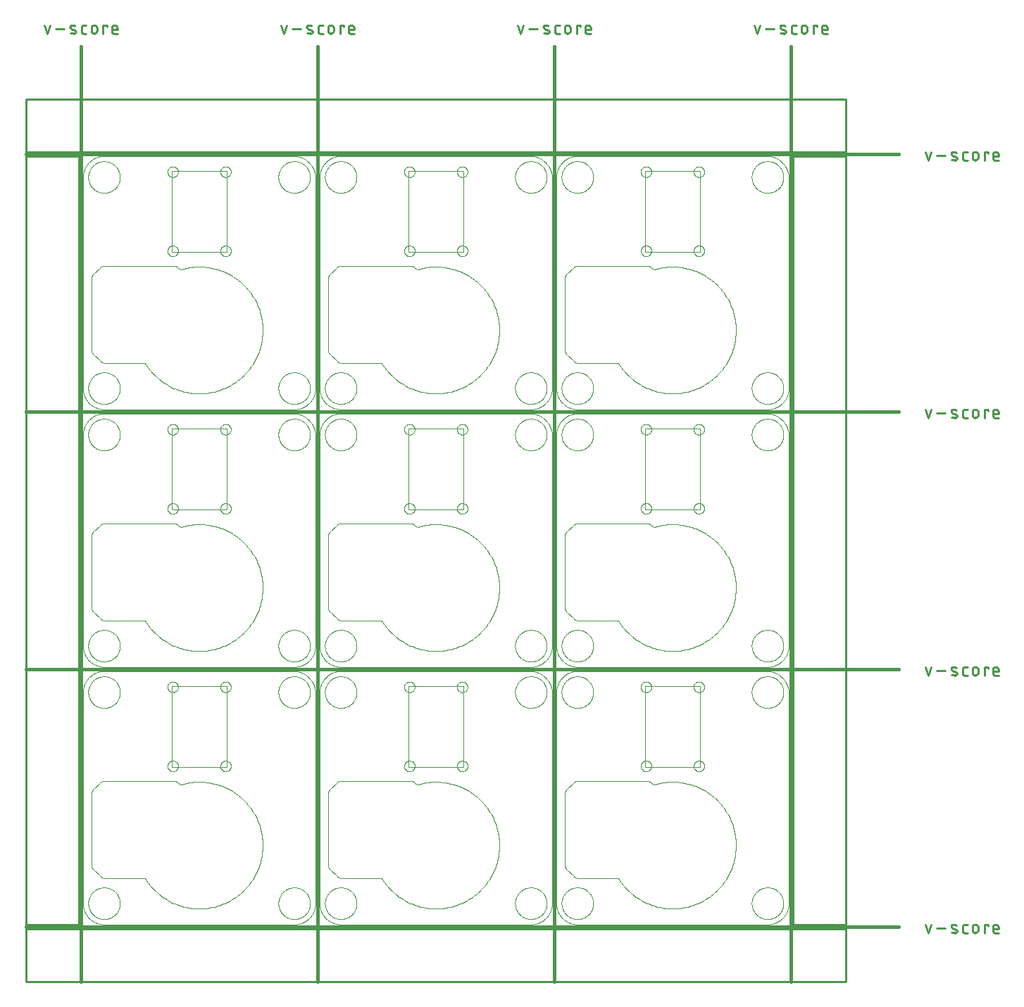
<source format=gko>
G04 EAGLE Gerber RS-274X export*
G75*
%MOMM*%
%FSLAX34Y34*%
%LPD*%
%IN*%
%IPPOS*%
%AMOC8*
5,1,8,0,0,1.08239X$1,22.5*%
G01*
%ADD10C,0.000000*%
%ADD11C,0.381000*%
%ADD12C,0.279400*%
%ADD13C,0.254000*%


D10*
X91Y279479D02*
X9Y25408D01*
X16Y24794D01*
X38Y24181D01*
X75Y23568D01*
X126Y22956D01*
X193Y22346D01*
X274Y21738D01*
X369Y21131D01*
X480Y20528D01*
X605Y19927D01*
X744Y19329D01*
X898Y18735D01*
X1066Y18144D01*
X1248Y17558D01*
X1445Y16977D01*
X1655Y16400D01*
X1880Y15829D01*
X2118Y15263D01*
X2369Y14703D01*
X2635Y14149D01*
X2913Y13602D01*
X3205Y13062D01*
X3509Y12529D01*
X3827Y12004D01*
X4157Y11486D01*
X4499Y10977D01*
X4853Y10476D01*
X5220Y9983D01*
X5598Y9500D01*
X5988Y9026D01*
X6390Y8562D01*
X6802Y8107D01*
X7225Y7662D01*
X7659Y7228D01*
X8104Y6805D01*
X8558Y6392D01*
X9022Y5990D01*
X9496Y5600D01*
X9979Y5221D01*
X10471Y4854D01*
X10972Y4500D01*
X11481Y4157D01*
X11998Y3827D01*
X12524Y3509D01*
X13056Y3204D01*
X13596Y2912D01*
X14143Y2633D01*
X14697Y2368D01*
X15256Y2116D01*
X15822Y1877D01*
X16393Y1652D01*
X16970Y1442D01*
X17551Y1245D01*
X18137Y1062D01*
X18727Y893D01*
X19321Y739D01*
X19919Y599D01*
X20520Y474D01*
X21124Y363D01*
X21730Y267D01*
X22338Y186D01*
X22949Y119D01*
X23560Y67D01*
X24173Y30D01*
X24786Y8D01*
X25400Y0D01*
X254000Y0D01*
X254622Y8D01*
X255243Y30D01*
X255864Y69D01*
X256483Y122D01*
X257101Y190D01*
X257717Y274D01*
X258331Y373D01*
X258943Y486D01*
X259551Y615D01*
X260156Y759D01*
X260757Y917D01*
X261354Y1090D01*
X261947Y1277D01*
X262535Y1480D01*
X263118Y1696D01*
X263696Y1927D01*
X264267Y2171D01*
X264833Y2430D01*
X265391Y2703D01*
X265944Y2989D01*
X266488Y3288D01*
X267026Y3601D01*
X267555Y3927D01*
X268077Y4266D01*
X268590Y4617D01*
X269094Y4981D01*
X269589Y5357D01*
X270075Y5746D01*
X270551Y6146D01*
X271017Y6557D01*
X271473Y6980D01*
X271918Y7414D01*
X272352Y7859D01*
X272776Y8314D01*
X273188Y8779D01*
X273589Y9255D01*
X273978Y9740D01*
X274355Y10234D01*
X274720Y10738D01*
X275072Y11250D01*
X275411Y11771D01*
X275738Y12300D01*
X276052Y12837D01*
X276352Y13382D01*
X276639Y13933D01*
X276912Y14492D01*
X277172Y15057D01*
X277418Y15628D01*
X277649Y16205D01*
X277866Y16788D01*
X278069Y17375D01*
X278258Y17968D01*
X278432Y18565D01*
X278591Y19166D01*
X278736Y19771D01*
X278865Y20379D01*
X278980Y20990D01*
X279079Y21604D01*
X279164Y22220D01*
X279233Y22838D01*
X279288Y23457D01*
X279327Y24077D01*
X279350Y24699D01*
X279359Y25321D01*
X279440Y277908D01*
X279432Y278558D01*
X279409Y279207D01*
X279370Y279855D01*
X279316Y280503D01*
X279246Y281149D01*
X279160Y281793D01*
X279059Y282434D01*
X278942Y283073D01*
X278810Y283709D01*
X278662Y284342D01*
X278499Y284971D01*
X278321Y285596D01*
X278128Y286216D01*
X277920Y286832D01*
X277698Y287442D01*
X277460Y288047D01*
X277208Y288646D01*
X276942Y289238D01*
X276661Y289824D01*
X276366Y290403D01*
X276058Y290975D01*
X275736Y291539D01*
X275400Y292095D01*
X275050Y292643D01*
X274688Y293182D01*
X274313Y293712D01*
X273925Y294233D01*
X273524Y294745D01*
X273112Y295247D01*
X272687Y295738D01*
X272250Y296219D01*
X271802Y296690D01*
X271343Y297149D01*
X270873Y297598D01*
X270392Y298035D01*
X269901Y298460D01*
X269399Y298873D01*
X268888Y299274D01*
X268367Y299662D01*
X267837Y300038D01*
X267298Y300400D01*
X266751Y300750D01*
X266195Y301086D01*
X265631Y301409D01*
X265059Y301718D01*
X264481Y302013D01*
X263895Y302294D01*
X263303Y302561D01*
X262704Y302813D01*
X262099Y303051D01*
X261489Y303274D01*
X260874Y303483D01*
X260254Y303676D01*
X259629Y303854D01*
X259000Y304018D01*
X258368Y304166D01*
X257732Y304298D01*
X257093Y304415D01*
X256451Y304517D01*
X255807Y304603D01*
X255161Y304674D01*
X254514Y304729D01*
X253865Y304768D01*
X253216Y304792D01*
X252566Y304800D01*
X252567Y304800D02*
X25400Y304800D01*
X24788Y304793D01*
X24177Y304770D01*
X23566Y304733D01*
X22957Y304682D01*
X22348Y304615D01*
X21742Y304534D01*
X21138Y304439D01*
X20536Y304328D01*
X19937Y304203D01*
X19341Y304064D01*
X18749Y303911D01*
X18161Y303743D01*
X17577Y303561D01*
X16997Y303364D01*
X16423Y303154D01*
X15853Y302930D01*
X15290Y302693D01*
X14732Y302442D01*
X14180Y302177D01*
X13635Y301899D01*
X13097Y301608D01*
X12566Y301305D01*
X12042Y300988D01*
X11527Y300659D01*
X11019Y300317D01*
X10520Y299964D01*
X10030Y299598D01*
X9548Y299221D01*
X9076Y298832D01*
X8613Y298432D01*
X8160Y298020D01*
X7717Y297598D01*
X7285Y297165D01*
X6863Y296722D01*
X6452Y296269D01*
X6052Y295806D01*
X5663Y295334D01*
X5286Y294852D01*
X4921Y294362D01*
X4567Y293862D01*
X4226Y293355D01*
X3897Y292839D01*
X3581Y292315D01*
X3277Y291784D01*
X2986Y291246D01*
X2709Y290700D01*
X2444Y290149D01*
X2193Y289591D01*
X1956Y289027D01*
X1733Y288457D01*
X1523Y287883D01*
X1327Y287303D01*
X1145Y286719D01*
X977Y286131D01*
X824Y285538D01*
X685Y284943D01*
X561Y284344D01*
X451Y283742D01*
X355Y283137D01*
X274Y282531D01*
X208Y281923D01*
X157Y281313D01*
X120Y280703D01*
X98Y280091D01*
X91Y279479D01*
X101600Y285750D02*
X101602Y285909D01*
X101608Y286068D01*
X101618Y286226D01*
X101632Y286385D01*
X101650Y286543D01*
X101671Y286700D01*
X101697Y286857D01*
X101727Y287013D01*
X101760Y287169D01*
X101798Y287323D01*
X101839Y287477D01*
X101884Y287629D01*
X101933Y287780D01*
X101986Y287930D01*
X102042Y288079D01*
X102103Y288226D01*
X102166Y288371D01*
X102234Y288515D01*
X102305Y288658D01*
X102379Y288798D01*
X102457Y288936D01*
X102539Y289073D01*
X102624Y289207D01*
X102712Y289340D01*
X102803Y289470D01*
X102898Y289597D01*
X102996Y289722D01*
X103097Y289845D01*
X103201Y289965D01*
X103308Y290083D01*
X103418Y290198D01*
X103531Y290310D01*
X103646Y290419D01*
X103764Y290525D01*
X103885Y290629D01*
X104009Y290729D01*
X104134Y290826D01*
X104263Y290920D01*
X104393Y291010D01*
X104526Y291098D01*
X104661Y291182D01*
X104798Y291262D01*
X104937Y291340D01*
X105078Y291413D01*
X105220Y291483D01*
X105365Y291550D01*
X105511Y291613D01*
X105658Y291672D01*
X105807Y291728D01*
X105958Y291779D01*
X106109Y291827D01*
X106262Y291871D01*
X106416Y291912D01*
X106570Y291948D01*
X106726Y291981D01*
X106882Y292010D01*
X107039Y292034D01*
X107197Y292055D01*
X107355Y292072D01*
X107513Y292085D01*
X107672Y292094D01*
X107831Y292099D01*
X107990Y292100D01*
X108149Y292097D01*
X108307Y292090D01*
X108466Y292079D01*
X108624Y292064D01*
X108782Y292045D01*
X108939Y292022D01*
X109096Y291996D01*
X109252Y291965D01*
X109407Y291931D01*
X109561Y291892D01*
X109715Y291850D01*
X109867Y291804D01*
X110018Y291754D01*
X110167Y291700D01*
X110316Y291643D01*
X110462Y291582D01*
X110608Y291517D01*
X110751Y291449D01*
X110893Y291377D01*
X111033Y291301D01*
X111171Y291223D01*
X111307Y291140D01*
X111441Y291055D01*
X111572Y290966D01*
X111702Y290873D01*
X111829Y290778D01*
X111953Y290679D01*
X112076Y290577D01*
X112195Y290473D01*
X112312Y290365D01*
X112426Y290254D01*
X112537Y290141D01*
X112646Y290025D01*
X112751Y289906D01*
X112854Y289784D01*
X112953Y289660D01*
X113050Y289534D01*
X113143Y289405D01*
X113233Y289274D01*
X113319Y289140D01*
X113402Y289005D01*
X113482Y288867D01*
X113558Y288728D01*
X113631Y288587D01*
X113700Y288444D01*
X113766Y288299D01*
X113828Y288152D01*
X113886Y288005D01*
X113941Y287855D01*
X113992Y287705D01*
X114039Y287553D01*
X114082Y287400D01*
X114121Y287246D01*
X114157Y287091D01*
X114188Y286935D01*
X114216Y286779D01*
X114240Y286622D01*
X114260Y286464D01*
X114276Y286306D01*
X114288Y286147D01*
X114296Y285988D01*
X114300Y285829D01*
X114300Y285671D01*
X114296Y285512D01*
X114288Y285353D01*
X114276Y285194D01*
X114260Y285036D01*
X114240Y284878D01*
X114216Y284721D01*
X114188Y284565D01*
X114157Y284409D01*
X114121Y284254D01*
X114082Y284100D01*
X114039Y283947D01*
X113992Y283795D01*
X113941Y283645D01*
X113886Y283495D01*
X113828Y283348D01*
X113766Y283201D01*
X113700Y283056D01*
X113631Y282913D01*
X113558Y282772D01*
X113482Y282633D01*
X113402Y282495D01*
X113319Y282360D01*
X113233Y282226D01*
X113143Y282095D01*
X113050Y281966D01*
X112953Y281840D01*
X112854Y281716D01*
X112751Y281594D01*
X112646Y281475D01*
X112537Y281359D01*
X112426Y281246D01*
X112312Y281135D01*
X112195Y281027D01*
X112076Y280923D01*
X111953Y280821D01*
X111829Y280722D01*
X111702Y280627D01*
X111572Y280534D01*
X111441Y280445D01*
X111307Y280360D01*
X111171Y280277D01*
X111033Y280199D01*
X110893Y280123D01*
X110751Y280051D01*
X110608Y279983D01*
X110462Y279918D01*
X110316Y279857D01*
X110167Y279800D01*
X110018Y279746D01*
X109867Y279696D01*
X109715Y279650D01*
X109561Y279608D01*
X109407Y279569D01*
X109252Y279535D01*
X109096Y279504D01*
X108939Y279478D01*
X108782Y279455D01*
X108624Y279436D01*
X108466Y279421D01*
X108307Y279410D01*
X108149Y279403D01*
X107990Y279400D01*
X107831Y279401D01*
X107672Y279406D01*
X107513Y279415D01*
X107355Y279428D01*
X107197Y279445D01*
X107039Y279466D01*
X106882Y279490D01*
X106726Y279519D01*
X106570Y279552D01*
X106416Y279588D01*
X106262Y279629D01*
X106109Y279673D01*
X105958Y279721D01*
X105807Y279772D01*
X105658Y279828D01*
X105511Y279887D01*
X105365Y279950D01*
X105220Y280017D01*
X105078Y280087D01*
X104937Y280160D01*
X104798Y280238D01*
X104661Y280318D01*
X104526Y280402D01*
X104393Y280490D01*
X104263Y280580D01*
X104134Y280674D01*
X104009Y280771D01*
X103885Y280871D01*
X103764Y280975D01*
X103646Y281081D01*
X103531Y281190D01*
X103418Y281302D01*
X103308Y281417D01*
X103201Y281535D01*
X103097Y281655D01*
X102996Y281778D01*
X102898Y281903D01*
X102803Y282030D01*
X102712Y282160D01*
X102624Y282293D01*
X102539Y282427D01*
X102457Y282564D01*
X102379Y282702D01*
X102305Y282842D01*
X102234Y282985D01*
X102166Y283129D01*
X102103Y283274D01*
X102042Y283421D01*
X101986Y283570D01*
X101933Y283720D01*
X101884Y283871D01*
X101839Y284023D01*
X101798Y284177D01*
X101760Y284331D01*
X101727Y284487D01*
X101697Y284643D01*
X101671Y284800D01*
X101650Y284957D01*
X101632Y285115D01*
X101618Y285274D01*
X101608Y285432D01*
X101602Y285591D01*
X101600Y285750D01*
X165100Y285750D02*
X165102Y285909D01*
X165108Y286068D01*
X165118Y286226D01*
X165132Y286385D01*
X165150Y286543D01*
X165171Y286700D01*
X165197Y286857D01*
X165227Y287013D01*
X165260Y287169D01*
X165298Y287323D01*
X165339Y287477D01*
X165384Y287629D01*
X165433Y287780D01*
X165486Y287930D01*
X165542Y288079D01*
X165603Y288226D01*
X165666Y288371D01*
X165734Y288515D01*
X165805Y288658D01*
X165879Y288798D01*
X165957Y288936D01*
X166039Y289073D01*
X166124Y289207D01*
X166212Y289340D01*
X166303Y289470D01*
X166398Y289597D01*
X166496Y289722D01*
X166597Y289845D01*
X166701Y289965D01*
X166808Y290083D01*
X166918Y290198D01*
X167031Y290310D01*
X167146Y290419D01*
X167264Y290525D01*
X167385Y290629D01*
X167509Y290729D01*
X167634Y290826D01*
X167763Y290920D01*
X167893Y291010D01*
X168026Y291098D01*
X168161Y291182D01*
X168298Y291262D01*
X168437Y291340D01*
X168578Y291413D01*
X168720Y291483D01*
X168865Y291550D01*
X169011Y291613D01*
X169158Y291672D01*
X169307Y291728D01*
X169458Y291779D01*
X169609Y291827D01*
X169762Y291871D01*
X169916Y291912D01*
X170070Y291948D01*
X170226Y291981D01*
X170382Y292010D01*
X170539Y292034D01*
X170697Y292055D01*
X170855Y292072D01*
X171013Y292085D01*
X171172Y292094D01*
X171331Y292099D01*
X171490Y292100D01*
X171649Y292097D01*
X171807Y292090D01*
X171966Y292079D01*
X172124Y292064D01*
X172282Y292045D01*
X172439Y292022D01*
X172596Y291996D01*
X172752Y291965D01*
X172907Y291931D01*
X173061Y291892D01*
X173215Y291850D01*
X173367Y291804D01*
X173518Y291754D01*
X173667Y291700D01*
X173816Y291643D01*
X173962Y291582D01*
X174108Y291517D01*
X174251Y291449D01*
X174393Y291377D01*
X174533Y291301D01*
X174671Y291223D01*
X174807Y291140D01*
X174941Y291055D01*
X175072Y290966D01*
X175202Y290873D01*
X175329Y290778D01*
X175453Y290679D01*
X175576Y290577D01*
X175695Y290473D01*
X175812Y290365D01*
X175926Y290254D01*
X176037Y290141D01*
X176146Y290025D01*
X176251Y289906D01*
X176354Y289784D01*
X176453Y289660D01*
X176550Y289534D01*
X176643Y289405D01*
X176733Y289274D01*
X176819Y289140D01*
X176902Y289005D01*
X176982Y288867D01*
X177058Y288728D01*
X177131Y288587D01*
X177200Y288444D01*
X177266Y288299D01*
X177328Y288152D01*
X177386Y288005D01*
X177441Y287855D01*
X177492Y287705D01*
X177539Y287553D01*
X177582Y287400D01*
X177621Y287246D01*
X177657Y287091D01*
X177688Y286935D01*
X177716Y286779D01*
X177740Y286622D01*
X177760Y286464D01*
X177776Y286306D01*
X177788Y286147D01*
X177796Y285988D01*
X177800Y285829D01*
X177800Y285671D01*
X177796Y285512D01*
X177788Y285353D01*
X177776Y285194D01*
X177760Y285036D01*
X177740Y284878D01*
X177716Y284721D01*
X177688Y284565D01*
X177657Y284409D01*
X177621Y284254D01*
X177582Y284100D01*
X177539Y283947D01*
X177492Y283795D01*
X177441Y283645D01*
X177386Y283495D01*
X177328Y283348D01*
X177266Y283201D01*
X177200Y283056D01*
X177131Y282913D01*
X177058Y282772D01*
X176982Y282633D01*
X176902Y282495D01*
X176819Y282360D01*
X176733Y282226D01*
X176643Y282095D01*
X176550Y281966D01*
X176453Y281840D01*
X176354Y281716D01*
X176251Y281594D01*
X176146Y281475D01*
X176037Y281359D01*
X175926Y281246D01*
X175812Y281135D01*
X175695Y281027D01*
X175576Y280923D01*
X175453Y280821D01*
X175329Y280722D01*
X175202Y280627D01*
X175072Y280534D01*
X174941Y280445D01*
X174807Y280360D01*
X174671Y280277D01*
X174533Y280199D01*
X174393Y280123D01*
X174251Y280051D01*
X174108Y279983D01*
X173962Y279918D01*
X173816Y279857D01*
X173667Y279800D01*
X173518Y279746D01*
X173367Y279696D01*
X173215Y279650D01*
X173061Y279608D01*
X172907Y279569D01*
X172752Y279535D01*
X172596Y279504D01*
X172439Y279478D01*
X172282Y279455D01*
X172124Y279436D01*
X171966Y279421D01*
X171807Y279410D01*
X171649Y279403D01*
X171490Y279400D01*
X171331Y279401D01*
X171172Y279406D01*
X171013Y279415D01*
X170855Y279428D01*
X170697Y279445D01*
X170539Y279466D01*
X170382Y279490D01*
X170226Y279519D01*
X170070Y279552D01*
X169916Y279588D01*
X169762Y279629D01*
X169609Y279673D01*
X169458Y279721D01*
X169307Y279772D01*
X169158Y279828D01*
X169011Y279887D01*
X168865Y279950D01*
X168720Y280017D01*
X168578Y280087D01*
X168437Y280160D01*
X168298Y280238D01*
X168161Y280318D01*
X168026Y280402D01*
X167893Y280490D01*
X167763Y280580D01*
X167634Y280674D01*
X167509Y280771D01*
X167385Y280871D01*
X167264Y280975D01*
X167146Y281081D01*
X167031Y281190D01*
X166918Y281302D01*
X166808Y281417D01*
X166701Y281535D01*
X166597Y281655D01*
X166496Y281778D01*
X166398Y281903D01*
X166303Y282030D01*
X166212Y282160D01*
X166124Y282293D01*
X166039Y282427D01*
X165957Y282564D01*
X165879Y282702D01*
X165805Y282842D01*
X165734Y282985D01*
X165666Y283129D01*
X165603Y283274D01*
X165542Y283421D01*
X165486Y283570D01*
X165433Y283720D01*
X165384Y283871D01*
X165339Y284023D01*
X165298Y284177D01*
X165260Y284331D01*
X165227Y284487D01*
X165197Y284643D01*
X165171Y284800D01*
X165150Y284957D01*
X165132Y285115D01*
X165118Y285274D01*
X165108Y285432D01*
X165102Y285591D01*
X165100Y285750D01*
X101600Y190500D02*
X101602Y190659D01*
X101608Y190818D01*
X101618Y190976D01*
X101632Y191135D01*
X101650Y191293D01*
X101671Y191450D01*
X101697Y191607D01*
X101727Y191763D01*
X101760Y191919D01*
X101798Y192073D01*
X101839Y192227D01*
X101884Y192379D01*
X101933Y192530D01*
X101986Y192680D01*
X102042Y192829D01*
X102103Y192976D01*
X102166Y193121D01*
X102234Y193265D01*
X102305Y193408D01*
X102379Y193548D01*
X102457Y193686D01*
X102539Y193823D01*
X102624Y193957D01*
X102712Y194090D01*
X102803Y194220D01*
X102898Y194347D01*
X102996Y194472D01*
X103097Y194595D01*
X103201Y194715D01*
X103308Y194833D01*
X103418Y194948D01*
X103531Y195060D01*
X103646Y195169D01*
X103764Y195275D01*
X103885Y195379D01*
X104009Y195479D01*
X104134Y195576D01*
X104263Y195670D01*
X104393Y195760D01*
X104526Y195848D01*
X104661Y195932D01*
X104798Y196012D01*
X104937Y196090D01*
X105078Y196163D01*
X105220Y196233D01*
X105365Y196300D01*
X105511Y196363D01*
X105658Y196422D01*
X105807Y196478D01*
X105958Y196529D01*
X106109Y196577D01*
X106262Y196621D01*
X106416Y196662D01*
X106570Y196698D01*
X106726Y196731D01*
X106882Y196760D01*
X107039Y196784D01*
X107197Y196805D01*
X107355Y196822D01*
X107513Y196835D01*
X107672Y196844D01*
X107831Y196849D01*
X107990Y196850D01*
X108149Y196847D01*
X108307Y196840D01*
X108466Y196829D01*
X108624Y196814D01*
X108782Y196795D01*
X108939Y196772D01*
X109096Y196746D01*
X109252Y196715D01*
X109407Y196681D01*
X109561Y196642D01*
X109715Y196600D01*
X109867Y196554D01*
X110018Y196504D01*
X110167Y196450D01*
X110316Y196393D01*
X110462Y196332D01*
X110608Y196267D01*
X110751Y196199D01*
X110893Y196127D01*
X111033Y196051D01*
X111171Y195973D01*
X111307Y195890D01*
X111441Y195805D01*
X111572Y195716D01*
X111702Y195623D01*
X111829Y195528D01*
X111953Y195429D01*
X112076Y195327D01*
X112195Y195223D01*
X112312Y195115D01*
X112426Y195004D01*
X112537Y194891D01*
X112646Y194775D01*
X112751Y194656D01*
X112854Y194534D01*
X112953Y194410D01*
X113050Y194284D01*
X113143Y194155D01*
X113233Y194024D01*
X113319Y193890D01*
X113402Y193755D01*
X113482Y193617D01*
X113558Y193478D01*
X113631Y193337D01*
X113700Y193194D01*
X113766Y193049D01*
X113828Y192902D01*
X113886Y192755D01*
X113941Y192605D01*
X113992Y192455D01*
X114039Y192303D01*
X114082Y192150D01*
X114121Y191996D01*
X114157Y191841D01*
X114188Y191685D01*
X114216Y191529D01*
X114240Y191372D01*
X114260Y191214D01*
X114276Y191056D01*
X114288Y190897D01*
X114296Y190738D01*
X114300Y190579D01*
X114300Y190421D01*
X114296Y190262D01*
X114288Y190103D01*
X114276Y189944D01*
X114260Y189786D01*
X114240Y189628D01*
X114216Y189471D01*
X114188Y189315D01*
X114157Y189159D01*
X114121Y189004D01*
X114082Y188850D01*
X114039Y188697D01*
X113992Y188545D01*
X113941Y188395D01*
X113886Y188245D01*
X113828Y188098D01*
X113766Y187951D01*
X113700Y187806D01*
X113631Y187663D01*
X113558Y187522D01*
X113482Y187383D01*
X113402Y187245D01*
X113319Y187110D01*
X113233Y186976D01*
X113143Y186845D01*
X113050Y186716D01*
X112953Y186590D01*
X112854Y186466D01*
X112751Y186344D01*
X112646Y186225D01*
X112537Y186109D01*
X112426Y185996D01*
X112312Y185885D01*
X112195Y185777D01*
X112076Y185673D01*
X111953Y185571D01*
X111829Y185472D01*
X111702Y185377D01*
X111572Y185284D01*
X111441Y185195D01*
X111307Y185110D01*
X111171Y185027D01*
X111033Y184949D01*
X110893Y184873D01*
X110751Y184801D01*
X110608Y184733D01*
X110462Y184668D01*
X110316Y184607D01*
X110167Y184550D01*
X110018Y184496D01*
X109867Y184446D01*
X109715Y184400D01*
X109561Y184358D01*
X109407Y184319D01*
X109252Y184285D01*
X109096Y184254D01*
X108939Y184228D01*
X108782Y184205D01*
X108624Y184186D01*
X108466Y184171D01*
X108307Y184160D01*
X108149Y184153D01*
X107990Y184150D01*
X107831Y184151D01*
X107672Y184156D01*
X107513Y184165D01*
X107355Y184178D01*
X107197Y184195D01*
X107039Y184216D01*
X106882Y184240D01*
X106726Y184269D01*
X106570Y184302D01*
X106416Y184338D01*
X106262Y184379D01*
X106109Y184423D01*
X105958Y184471D01*
X105807Y184522D01*
X105658Y184578D01*
X105511Y184637D01*
X105365Y184700D01*
X105220Y184767D01*
X105078Y184837D01*
X104937Y184910D01*
X104798Y184988D01*
X104661Y185068D01*
X104526Y185152D01*
X104393Y185240D01*
X104263Y185330D01*
X104134Y185424D01*
X104009Y185521D01*
X103885Y185621D01*
X103764Y185725D01*
X103646Y185831D01*
X103531Y185940D01*
X103418Y186052D01*
X103308Y186167D01*
X103201Y186285D01*
X103097Y186405D01*
X102996Y186528D01*
X102898Y186653D01*
X102803Y186780D01*
X102712Y186910D01*
X102624Y187043D01*
X102539Y187177D01*
X102457Y187314D01*
X102379Y187452D01*
X102305Y187592D01*
X102234Y187735D01*
X102166Y187879D01*
X102103Y188024D01*
X102042Y188171D01*
X101986Y188320D01*
X101933Y188470D01*
X101884Y188621D01*
X101839Y188773D01*
X101798Y188927D01*
X101760Y189081D01*
X101727Y189237D01*
X101697Y189393D01*
X101671Y189550D01*
X101650Y189707D01*
X101632Y189865D01*
X101618Y190024D01*
X101608Y190182D01*
X101602Y190341D01*
X101600Y190500D01*
X165100Y190500D02*
X165102Y190659D01*
X165108Y190818D01*
X165118Y190976D01*
X165132Y191135D01*
X165150Y191293D01*
X165171Y191450D01*
X165197Y191607D01*
X165227Y191763D01*
X165260Y191919D01*
X165298Y192073D01*
X165339Y192227D01*
X165384Y192379D01*
X165433Y192530D01*
X165486Y192680D01*
X165542Y192829D01*
X165603Y192976D01*
X165666Y193121D01*
X165734Y193265D01*
X165805Y193408D01*
X165879Y193548D01*
X165957Y193686D01*
X166039Y193823D01*
X166124Y193957D01*
X166212Y194090D01*
X166303Y194220D01*
X166398Y194347D01*
X166496Y194472D01*
X166597Y194595D01*
X166701Y194715D01*
X166808Y194833D01*
X166918Y194948D01*
X167031Y195060D01*
X167146Y195169D01*
X167264Y195275D01*
X167385Y195379D01*
X167509Y195479D01*
X167634Y195576D01*
X167763Y195670D01*
X167893Y195760D01*
X168026Y195848D01*
X168161Y195932D01*
X168298Y196012D01*
X168437Y196090D01*
X168578Y196163D01*
X168720Y196233D01*
X168865Y196300D01*
X169011Y196363D01*
X169158Y196422D01*
X169307Y196478D01*
X169458Y196529D01*
X169609Y196577D01*
X169762Y196621D01*
X169916Y196662D01*
X170070Y196698D01*
X170226Y196731D01*
X170382Y196760D01*
X170539Y196784D01*
X170697Y196805D01*
X170855Y196822D01*
X171013Y196835D01*
X171172Y196844D01*
X171331Y196849D01*
X171490Y196850D01*
X171649Y196847D01*
X171807Y196840D01*
X171966Y196829D01*
X172124Y196814D01*
X172282Y196795D01*
X172439Y196772D01*
X172596Y196746D01*
X172752Y196715D01*
X172907Y196681D01*
X173061Y196642D01*
X173215Y196600D01*
X173367Y196554D01*
X173518Y196504D01*
X173667Y196450D01*
X173816Y196393D01*
X173962Y196332D01*
X174108Y196267D01*
X174251Y196199D01*
X174393Y196127D01*
X174533Y196051D01*
X174671Y195973D01*
X174807Y195890D01*
X174941Y195805D01*
X175072Y195716D01*
X175202Y195623D01*
X175329Y195528D01*
X175453Y195429D01*
X175576Y195327D01*
X175695Y195223D01*
X175812Y195115D01*
X175926Y195004D01*
X176037Y194891D01*
X176146Y194775D01*
X176251Y194656D01*
X176354Y194534D01*
X176453Y194410D01*
X176550Y194284D01*
X176643Y194155D01*
X176733Y194024D01*
X176819Y193890D01*
X176902Y193755D01*
X176982Y193617D01*
X177058Y193478D01*
X177131Y193337D01*
X177200Y193194D01*
X177266Y193049D01*
X177328Y192902D01*
X177386Y192755D01*
X177441Y192605D01*
X177492Y192455D01*
X177539Y192303D01*
X177582Y192150D01*
X177621Y191996D01*
X177657Y191841D01*
X177688Y191685D01*
X177716Y191529D01*
X177740Y191372D01*
X177760Y191214D01*
X177776Y191056D01*
X177788Y190897D01*
X177796Y190738D01*
X177800Y190579D01*
X177800Y190421D01*
X177796Y190262D01*
X177788Y190103D01*
X177776Y189944D01*
X177760Y189786D01*
X177740Y189628D01*
X177716Y189471D01*
X177688Y189315D01*
X177657Y189159D01*
X177621Y189004D01*
X177582Y188850D01*
X177539Y188697D01*
X177492Y188545D01*
X177441Y188395D01*
X177386Y188245D01*
X177328Y188098D01*
X177266Y187951D01*
X177200Y187806D01*
X177131Y187663D01*
X177058Y187522D01*
X176982Y187383D01*
X176902Y187245D01*
X176819Y187110D01*
X176733Y186976D01*
X176643Y186845D01*
X176550Y186716D01*
X176453Y186590D01*
X176354Y186466D01*
X176251Y186344D01*
X176146Y186225D01*
X176037Y186109D01*
X175926Y185996D01*
X175812Y185885D01*
X175695Y185777D01*
X175576Y185673D01*
X175453Y185571D01*
X175329Y185472D01*
X175202Y185377D01*
X175072Y185284D01*
X174941Y185195D01*
X174807Y185110D01*
X174671Y185027D01*
X174533Y184949D01*
X174393Y184873D01*
X174251Y184801D01*
X174108Y184733D01*
X173962Y184668D01*
X173816Y184607D01*
X173667Y184550D01*
X173518Y184496D01*
X173367Y184446D01*
X173215Y184400D01*
X173061Y184358D01*
X172907Y184319D01*
X172752Y184285D01*
X172596Y184254D01*
X172439Y184228D01*
X172282Y184205D01*
X172124Y184186D01*
X171966Y184171D01*
X171807Y184160D01*
X171649Y184153D01*
X171490Y184150D01*
X171331Y184151D01*
X171172Y184156D01*
X171013Y184165D01*
X170855Y184178D01*
X170697Y184195D01*
X170539Y184216D01*
X170382Y184240D01*
X170226Y184269D01*
X170070Y184302D01*
X169916Y184338D01*
X169762Y184379D01*
X169609Y184423D01*
X169458Y184471D01*
X169307Y184522D01*
X169158Y184578D01*
X169011Y184637D01*
X168865Y184700D01*
X168720Y184767D01*
X168578Y184837D01*
X168437Y184910D01*
X168298Y184988D01*
X168161Y185068D01*
X168026Y185152D01*
X167893Y185240D01*
X167763Y185330D01*
X167634Y185424D01*
X167509Y185521D01*
X167385Y185621D01*
X167264Y185725D01*
X167146Y185831D01*
X167031Y185940D01*
X166918Y186052D01*
X166808Y186167D01*
X166701Y186285D01*
X166597Y186405D01*
X166496Y186528D01*
X166398Y186653D01*
X166303Y186780D01*
X166212Y186910D01*
X166124Y187043D01*
X166039Y187177D01*
X165957Y187314D01*
X165879Y187452D01*
X165805Y187592D01*
X165734Y187735D01*
X165666Y187879D01*
X165603Y188024D01*
X165542Y188171D01*
X165486Y188320D01*
X165433Y188470D01*
X165384Y188621D01*
X165339Y188773D01*
X165298Y188927D01*
X165260Y189081D01*
X165227Y189237D01*
X165197Y189393D01*
X165171Y189550D01*
X165150Y189707D01*
X165132Y189865D01*
X165118Y190024D01*
X165108Y190182D01*
X165102Y190341D01*
X165100Y190500D01*
X106680Y189230D02*
X106680Y287020D01*
X106680Y189230D02*
X172720Y189230D01*
X172720Y287020D01*
X106680Y287020D01*
X10160Y157390D02*
X10160Y71210D01*
X10162Y71054D01*
X10168Y70898D01*
X10177Y70743D01*
X10191Y70588D01*
X10208Y70433D01*
X10229Y70278D01*
X10253Y70124D01*
X10282Y69971D01*
X10314Y69819D01*
X10350Y69667D01*
X10390Y69516D01*
X10433Y69367D01*
X10480Y69218D01*
X10531Y69071D01*
X10585Y68925D01*
X10643Y68780D01*
X10705Y68637D01*
X10770Y68495D01*
X10838Y68355D01*
X10910Y68217D01*
X10985Y68080D01*
X11063Y67945D01*
X11145Y67813D01*
X11230Y67682D01*
X11318Y67554D01*
X11410Y67427D01*
X11504Y67303D01*
X11601Y67182D01*
X11702Y67062D01*
X11805Y66946D01*
X11911Y66831D01*
X12020Y66720D01*
X21000Y57740D01*
X21111Y57631D01*
X21226Y57525D01*
X21342Y57422D01*
X21462Y57321D01*
X21583Y57224D01*
X21707Y57130D01*
X21834Y57038D01*
X21962Y56950D01*
X22093Y56865D01*
X22225Y56783D01*
X22360Y56705D01*
X22497Y56630D01*
X22635Y56558D01*
X22775Y56490D01*
X22917Y56425D01*
X23060Y56363D01*
X23205Y56305D01*
X23351Y56251D01*
X23498Y56200D01*
X23647Y56153D01*
X23796Y56110D01*
X23947Y56070D01*
X24099Y56034D01*
X24251Y56002D01*
X24404Y55973D01*
X24558Y55949D01*
X24713Y55928D01*
X24868Y55911D01*
X25023Y55897D01*
X25178Y55888D01*
X25334Y55882D01*
X25490Y55880D01*
X74422Y55880D01*
X10160Y157390D02*
X10162Y157546D01*
X10168Y157702D01*
X10177Y157857D01*
X10191Y158012D01*
X10208Y158167D01*
X10229Y158322D01*
X10253Y158476D01*
X10282Y158629D01*
X10314Y158781D01*
X10350Y158933D01*
X10390Y159084D01*
X10433Y159233D01*
X10480Y159382D01*
X10531Y159529D01*
X10585Y159675D01*
X10643Y159820D01*
X10705Y159963D01*
X10770Y160105D01*
X10838Y160245D01*
X10910Y160383D01*
X10985Y160520D01*
X11063Y160655D01*
X11145Y160787D01*
X11230Y160918D01*
X11318Y161046D01*
X11410Y161173D01*
X11504Y161297D01*
X11601Y161418D01*
X11702Y161538D01*
X11805Y161654D01*
X11911Y161769D01*
X12020Y161880D01*
X21000Y170860D01*
X21111Y170969D01*
X21226Y171075D01*
X21342Y171178D01*
X21462Y171279D01*
X21583Y171376D01*
X21707Y171470D01*
X21834Y171562D01*
X21962Y171650D01*
X22093Y171735D01*
X22225Y171817D01*
X22360Y171895D01*
X22497Y171970D01*
X22635Y172042D01*
X22775Y172110D01*
X22917Y172175D01*
X23060Y172237D01*
X23205Y172295D01*
X23351Y172349D01*
X23498Y172400D01*
X23647Y172447D01*
X23796Y172490D01*
X23947Y172530D01*
X24099Y172566D01*
X24251Y172598D01*
X24404Y172627D01*
X24558Y172651D01*
X24713Y172672D01*
X24868Y172689D01*
X25023Y172703D01*
X25178Y172712D01*
X25334Y172718D01*
X25490Y172720D01*
X109130Y172720D01*
X109286Y172718D01*
X109442Y172712D01*
X109597Y172703D01*
X109752Y172689D01*
X109907Y172672D01*
X110062Y172651D01*
X110216Y172627D01*
X110369Y172598D01*
X110521Y172566D01*
X110673Y172530D01*
X110824Y172490D01*
X110973Y172447D01*
X111122Y172400D01*
X111269Y172349D01*
X111415Y172295D01*
X111560Y172237D01*
X111703Y172175D01*
X111845Y172110D01*
X111985Y172042D01*
X112123Y171970D01*
X112260Y171895D01*
X112395Y171817D01*
X112527Y171735D01*
X112658Y171650D01*
X112786Y171562D01*
X112913Y171470D01*
X113037Y171376D01*
X113158Y171279D01*
X113278Y171178D01*
X113394Y171075D01*
X113509Y170969D01*
X113620Y170860D01*
X116586Y167894D01*
X118370Y168438D01*
X120167Y168938D01*
X121976Y169394D01*
X123795Y169805D01*
X125624Y170172D01*
X127461Y170494D01*
X129305Y170771D01*
X131156Y171003D01*
X133012Y171189D01*
X134872Y171330D01*
X136735Y171425D01*
X138599Y171475D01*
X140465Y171479D01*
X142329Y171438D01*
X144193Y171350D01*
X146053Y171218D01*
X147910Y171040D01*
X149762Y170816D01*
X151607Y170547D01*
X153446Y170233D01*
X155276Y169875D01*
X157098Y169471D01*
X158908Y169023D01*
X160707Y168531D01*
X162494Y167995D01*
X164267Y167416D01*
X166025Y166793D01*
X167768Y166128D01*
X169493Y165420D01*
X171201Y164670D01*
X172890Y163878D01*
X174559Y163046D01*
X176208Y162173D01*
X177834Y161260D01*
X179437Y160307D01*
X181017Y159315D01*
X182572Y158285D01*
X184102Y157217D01*
X185604Y156112D01*
X187080Y154971D01*
X188527Y153794D01*
X189944Y152582D01*
X191332Y151335D01*
X192689Y150055D01*
X194014Y148743D01*
X195306Y147398D01*
X196565Y146022D01*
X197790Y144615D01*
X198981Y143179D01*
X200136Y141714D01*
X201254Y140222D01*
X202336Y138702D01*
X203380Y137157D01*
X204387Y135586D01*
X205354Y133992D01*
X206282Y132374D01*
X207171Y130734D01*
X208019Y129072D01*
X208826Y127391D01*
X209591Y125690D01*
X210315Y123971D01*
X210997Y122235D01*
X211635Y120482D01*
X212231Y118715D01*
X212784Y116933D01*
X213292Y115138D01*
X213757Y113332D01*
X214177Y111515D01*
X214553Y109688D01*
X214883Y107852D01*
X215169Y106009D01*
X215410Y104159D01*
X215605Y102304D01*
X215755Y100445D01*
X215859Y98583D01*
X215918Y96718D01*
X215931Y94853D01*
X215898Y92988D01*
X215820Y91125D01*
X215696Y89263D01*
X215527Y87406D01*
X215313Y85553D01*
X215053Y83706D01*
X214748Y81866D01*
X214398Y80034D01*
X214003Y78211D01*
X213564Y76398D01*
X213081Y74596D01*
X212553Y72807D01*
X211982Y71032D01*
X211368Y69270D01*
X210711Y67525D01*
X210011Y65796D01*
X209270Y64084D01*
X208486Y62391D01*
X207662Y60718D01*
X206797Y59066D01*
X205891Y57435D01*
X204946Y55827D01*
X203962Y54243D01*
X202940Y52683D01*
X201879Y51148D01*
X200782Y49640D01*
X199647Y48159D01*
X198477Y46707D01*
X197272Y45283D01*
X196032Y43890D01*
X194759Y42527D01*
X193452Y41195D01*
X192114Y39896D01*
X190744Y38631D01*
X189343Y37399D01*
X187913Y36202D01*
X186454Y35040D01*
X184967Y33914D01*
X183452Y32825D01*
X181912Y31773D01*
X180346Y30759D01*
X178756Y29784D01*
X177143Y28848D01*
X175507Y27952D01*
X173850Y27096D01*
X172172Y26281D01*
X170475Y25507D01*
X168759Y24775D01*
X167026Y24085D01*
X165277Y23438D01*
X163512Y22834D01*
X161733Y22273D01*
X159941Y21755D01*
X158137Y21282D01*
X156322Y20853D01*
X154497Y20469D01*
X152663Y20129D01*
X150821Y19835D01*
X148972Y19585D01*
X147118Y19381D01*
X145260Y19222D01*
X143398Y19109D01*
X141534Y19041D01*
X139669Y19019D01*
X137804Y19043D01*
X135940Y19112D01*
X134078Y19227D01*
X132220Y19387D01*
X130366Y19593D01*
X128518Y19844D01*
X126676Y20140D01*
X124842Y20481D01*
X123018Y20867D01*
X121203Y21297D01*
X119399Y21772D01*
X117607Y22291D01*
X115829Y22853D01*
X114065Y23459D01*
X112316Y24107D01*
X110583Y24799D01*
X108868Y25532D01*
X107172Y26307D01*
X105495Y27124D01*
X103838Y27981D01*
X102203Y28879D01*
X100590Y29816D01*
X99001Y30792D01*
X97436Y31807D01*
X95897Y32860D01*
X94383Y33951D01*
X92897Y35078D01*
X91439Y36241D01*
X90010Y37439D01*
X88610Y38672D01*
X87241Y39939D01*
X85904Y41239D01*
X84598Y42572D01*
X83326Y43935D01*
X82087Y45330D01*
X80883Y46755D01*
X79714Y48208D01*
X78581Y49690D01*
X77485Y51199D01*
X76426Y52734D01*
X75404Y54295D01*
X74422Y55880D01*
X284515Y25408D02*
X284596Y279479D01*
X284514Y25408D02*
X284521Y24794D01*
X284543Y24181D01*
X284580Y23568D01*
X284631Y22956D01*
X284698Y22346D01*
X284779Y21738D01*
X284874Y21131D01*
X284985Y20528D01*
X285110Y19927D01*
X285249Y19329D01*
X285403Y18735D01*
X285571Y18144D01*
X285753Y17558D01*
X285950Y16977D01*
X286160Y16400D01*
X286385Y15829D01*
X286623Y15263D01*
X286874Y14703D01*
X287140Y14149D01*
X287418Y13602D01*
X287710Y13062D01*
X288014Y12529D01*
X288332Y12004D01*
X288662Y11486D01*
X289004Y10977D01*
X289358Y10476D01*
X289725Y9983D01*
X290103Y9500D01*
X290493Y9026D01*
X290895Y8562D01*
X291307Y8107D01*
X291730Y7662D01*
X292164Y7228D01*
X292609Y6805D01*
X293063Y6392D01*
X293527Y5990D01*
X294001Y5600D01*
X294484Y5221D01*
X294976Y4854D01*
X295477Y4500D01*
X295986Y4157D01*
X296503Y3827D01*
X297029Y3509D01*
X297561Y3204D01*
X298101Y2912D01*
X298648Y2633D01*
X299202Y2368D01*
X299761Y2116D01*
X300327Y1877D01*
X300898Y1652D01*
X301475Y1442D01*
X302056Y1245D01*
X302642Y1062D01*
X303232Y893D01*
X303826Y739D01*
X304424Y599D01*
X305025Y474D01*
X305629Y363D01*
X306235Y267D01*
X306843Y186D01*
X307454Y119D01*
X308065Y67D01*
X308678Y30D01*
X309291Y8D01*
X309905Y0D01*
X538505Y0D01*
X539127Y8D01*
X539748Y30D01*
X540369Y69D01*
X540988Y122D01*
X541606Y190D01*
X542222Y274D01*
X542836Y373D01*
X543448Y486D01*
X544056Y615D01*
X544661Y759D01*
X545262Y917D01*
X545859Y1090D01*
X546452Y1277D01*
X547040Y1480D01*
X547623Y1696D01*
X548201Y1927D01*
X548772Y2171D01*
X549338Y2430D01*
X549896Y2703D01*
X550449Y2989D01*
X550993Y3288D01*
X551531Y3601D01*
X552060Y3927D01*
X552582Y4266D01*
X553095Y4617D01*
X553599Y4981D01*
X554094Y5357D01*
X554580Y5746D01*
X555056Y6146D01*
X555522Y6557D01*
X555978Y6980D01*
X556423Y7414D01*
X556857Y7859D01*
X557281Y8314D01*
X557693Y8779D01*
X558094Y9255D01*
X558483Y9740D01*
X558860Y10234D01*
X559225Y10738D01*
X559577Y11250D01*
X559916Y11771D01*
X560243Y12300D01*
X560557Y12837D01*
X560857Y13382D01*
X561144Y13933D01*
X561417Y14492D01*
X561677Y15057D01*
X561923Y15628D01*
X562154Y16205D01*
X562371Y16788D01*
X562574Y17375D01*
X562763Y17968D01*
X562937Y18565D01*
X563096Y19166D01*
X563241Y19771D01*
X563370Y20379D01*
X563485Y20990D01*
X563584Y21604D01*
X563669Y22220D01*
X563738Y22838D01*
X563793Y23457D01*
X563832Y24077D01*
X563855Y24699D01*
X563864Y25321D01*
X563946Y277908D01*
X563938Y278558D01*
X563915Y279207D01*
X563876Y279855D01*
X563822Y280503D01*
X563752Y281149D01*
X563666Y281793D01*
X563565Y282434D01*
X563448Y283073D01*
X563316Y283709D01*
X563168Y284342D01*
X563005Y284971D01*
X562827Y285596D01*
X562634Y286216D01*
X562426Y286832D01*
X562204Y287442D01*
X561966Y288047D01*
X561714Y288646D01*
X561448Y289238D01*
X561167Y289824D01*
X560872Y290403D01*
X560564Y290975D01*
X560242Y291539D01*
X559906Y292095D01*
X559556Y292643D01*
X559194Y293182D01*
X558819Y293712D01*
X558431Y294233D01*
X558030Y294745D01*
X557618Y295247D01*
X557193Y295738D01*
X556756Y296219D01*
X556308Y296690D01*
X555849Y297149D01*
X555379Y297598D01*
X554898Y298035D01*
X554407Y298460D01*
X553905Y298873D01*
X553394Y299274D01*
X552873Y299662D01*
X552343Y300038D01*
X551804Y300400D01*
X551257Y300750D01*
X550701Y301086D01*
X550137Y301409D01*
X549565Y301718D01*
X548987Y302013D01*
X548401Y302294D01*
X547809Y302561D01*
X547210Y302813D01*
X546605Y303051D01*
X545995Y303274D01*
X545380Y303483D01*
X544760Y303676D01*
X544135Y303854D01*
X543506Y304018D01*
X542874Y304166D01*
X542238Y304298D01*
X541599Y304415D01*
X540957Y304517D01*
X540313Y304603D01*
X539667Y304674D01*
X539020Y304729D01*
X538371Y304768D01*
X537722Y304792D01*
X537072Y304800D01*
X309905Y304800D01*
X309293Y304793D01*
X308682Y304770D01*
X308071Y304733D01*
X307462Y304682D01*
X306853Y304615D01*
X306247Y304534D01*
X305643Y304439D01*
X305041Y304328D01*
X304442Y304203D01*
X303846Y304064D01*
X303254Y303911D01*
X302666Y303743D01*
X302082Y303561D01*
X301502Y303364D01*
X300928Y303154D01*
X300358Y302930D01*
X299795Y302693D01*
X299237Y302442D01*
X298685Y302177D01*
X298140Y301899D01*
X297602Y301608D01*
X297071Y301305D01*
X296547Y300988D01*
X296032Y300659D01*
X295524Y300317D01*
X295025Y299964D01*
X294535Y299598D01*
X294053Y299221D01*
X293581Y298832D01*
X293118Y298432D01*
X292665Y298020D01*
X292222Y297598D01*
X291790Y297165D01*
X291368Y296722D01*
X290957Y296269D01*
X290557Y295806D01*
X290168Y295334D01*
X289791Y294852D01*
X289426Y294362D01*
X289072Y293862D01*
X288731Y293355D01*
X288402Y292839D01*
X288086Y292315D01*
X287782Y291784D01*
X287491Y291246D01*
X287214Y290700D01*
X286949Y290149D01*
X286698Y289591D01*
X286461Y289027D01*
X286238Y288457D01*
X286028Y287883D01*
X285832Y287303D01*
X285650Y286719D01*
X285482Y286131D01*
X285329Y285538D01*
X285190Y284943D01*
X285066Y284344D01*
X284956Y283742D01*
X284860Y283137D01*
X284779Y282531D01*
X284713Y281923D01*
X284662Y281313D01*
X284625Y280703D01*
X284603Y280091D01*
X284596Y279479D01*
X386105Y285750D02*
X386107Y285909D01*
X386113Y286068D01*
X386123Y286226D01*
X386137Y286385D01*
X386155Y286543D01*
X386176Y286700D01*
X386202Y286857D01*
X386232Y287013D01*
X386265Y287169D01*
X386303Y287323D01*
X386344Y287477D01*
X386389Y287629D01*
X386438Y287780D01*
X386491Y287930D01*
X386547Y288079D01*
X386608Y288226D01*
X386671Y288371D01*
X386739Y288515D01*
X386810Y288658D01*
X386884Y288798D01*
X386962Y288936D01*
X387044Y289073D01*
X387129Y289207D01*
X387217Y289340D01*
X387308Y289470D01*
X387403Y289597D01*
X387501Y289722D01*
X387602Y289845D01*
X387706Y289965D01*
X387813Y290083D01*
X387923Y290198D01*
X388036Y290310D01*
X388151Y290419D01*
X388269Y290525D01*
X388390Y290629D01*
X388514Y290729D01*
X388639Y290826D01*
X388768Y290920D01*
X388898Y291010D01*
X389031Y291098D01*
X389166Y291182D01*
X389303Y291262D01*
X389442Y291340D01*
X389583Y291413D01*
X389725Y291483D01*
X389870Y291550D01*
X390016Y291613D01*
X390163Y291672D01*
X390312Y291728D01*
X390463Y291779D01*
X390614Y291827D01*
X390767Y291871D01*
X390921Y291912D01*
X391075Y291948D01*
X391231Y291981D01*
X391387Y292010D01*
X391544Y292034D01*
X391702Y292055D01*
X391860Y292072D01*
X392018Y292085D01*
X392177Y292094D01*
X392336Y292099D01*
X392495Y292100D01*
X392654Y292097D01*
X392812Y292090D01*
X392971Y292079D01*
X393129Y292064D01*
X393287Y292045D01*
X393444Y292022D01*
X393601Y291996D01*
X393757Y291965D01*
X393912Y291931D01*
X394066Y291892D01*
X394220Y291850D01*
X394372Y291804D01*
X394523Y291754D01*
X394672Y291700D01*
X394821Y291643D01*
X394967Y291582D01*
X395113Y291517D01*
X395256Y291449D01*
X395398Y291377D01*
X395538Y291301D01*
X395676Y291223D01*
X395812Y291140D01*
X395946Y291055D01*
X396077Y290966D01*
X396207Y290873D01*
X396334Y290778D01*
X396458Y290679D01*
X396581Y290577D01*
X396700Y290473D01*
X396817Y290365D01*
X396931Y290254D01*
X397042Y290141D01*
X397151Y290025D01*
X397256Y289906D01*
X397359Y289784D01*
X397458Y289660D01*
X397555Y289534D01*
X397648Y289405D01*
X397738Y289274D01*
X397824Y289140D01*
X397907Y289005D01*
X397987Y288867D01*
X398063Y288728D01*
X398136Y288587D01*
X398205Y288444D01*
X398271Y288299D01*
X398333Y288152D01*
X398391Y288005D01*
X398446Y287855D01*
X398497Y287705D01*
X398544Y287553D01*
X398587Y287400D01*
X398626Y287246D01*
X398662Y287091D01*
X398693Y286935D01*
X398721Y286779D01*
X398745Y286622D01*
X398765Y286464D01*
X398781Y286306D01*
X398793Y286147D01*
X398801Y285988D01*
X398805Y285829D01*
X398805Y285671D01*
X398801Y285512D01*
X398793Y285353D01*
X398781Y285194D01*
X398765Y285036D01*
X398745Y284878D01*
X398721Y284721D01*
X398693Y284565D01*
X398662Y284409D01*
X398626Y284254D01*
X398587Y284100D01*
X398544Y283947D01*
X398497Y283795D01*
X398446Y283645D01*
X398391Y283495D01*
X398333Y283348D01*
X398271Y283201D01*
X398205Y283056D01*
X398136Y282913D01*
X398063Y282772D01*
X397987Y282633D01*
X397907Y282495D01*
X397824Y282360D01*
X397738Y282226D01*
X397648Y282095D01*
X397555Y281966D01*
X397458Y281840D01*
X397359Y281716D01*
X397256Y281594D01*
X397151Y281475D01*
X397042Y281359D01*
X396931Y281246D01*
X396817Y281135D01*
X396700Y281027D01*
X396581Y280923D01*
X396458Y280821D01*
X396334Y280722D01*
X396207Y280627D01*
X396077Y280534D01*
X395946Y280445D01*
X395812Y280360D01*
X395676Y280277D01*
X395538Y280199D01*
X395398Y280123D01*
X395256Y280051D01*
X395113Y279983D01*
X394967Y279918D01*
X394821Y279857D01*
X394672Y279800D01*
X394523Y279746D01*
X394372Y279696D01*
X394220Y279650D01*
X394066Y279608D01*
X393912Y279569D01*
X393757Y279535D01*
X393601Y279504D01*
X393444Y279478D01*
X393287Y279455D01*
X393129Y279436D01*
X392971Y279421D01*
X392812Y279410D01*
X392654Y279403D01*
X392495Y279400D01*
X392336Y279401D01*
X392177Y279406D01*
X392018Y279415D01*
X391860Y279428D01*
X391702Y279445D01*
X391544Y279466D01*
X391387Y279490D01*
X391231Y279519D01*
X391075Y279552D01*
X390921Y279588D01*
X390767Y279629D01*
X390614Y279673D01*
X390463Y279721D01*
X390312Y279772D01*
X390163Y279828D01*
X390016Y279887D01*
X389870Y279950D01*
X389725Y280017D01*
X389583Y280087D01*
X389442Y280160D01*
X389303Y280238D01*
X389166Y280318D01*
X389031Y280402D01*
X388898Y280490D01*
X388768Y280580D01*
X388639Y280674D01*
X388514Y280771D01*
X388390Y280871D01*
X388269Y280975D01*
X388151Y281081D01*
X388036Y281190D01*
X387923Y281302D01*
X387813Y281417D01*
X387706Y281535D01*
X387602Y281655D01*
X387501Y281778D01*
X387403Y281903D01*
X387308Y282030D01*
X387217Y282160D01*
X387129Y282293D01*
X387044Y282427D01*
X386962Y282564D01*
X386884Y282702D01*
X386810Y282842D01*
X386739Y282985D01*
X386671Y283129D01*
X386608Y283274D01*
X386547Y283421D01*
X386491Y283570D01*
X386438Y283720D01*
X386389Y283871D01*
X386344Y284023D01*
X386303Y284177D01*
X386265Y284331D01*
X386232Y284487D01*
X386202Y284643D01*
X386176Y284800D01*
X386155Y284957D01*
X386137Y285115D01*
X386123Y285274D01*
X386113Y285432D01*
X386107Y285591D01*
X386105Y285750D01*
X449605Y285750D02*
X449607Y285909D01*
X449613Y286068D01*
X449623Y286226D01*
X449637Y286385D01*
X449655Y286543D01*
X449676Y286700D01*
X449702Y286857D01*
X449732Y287013D01*
X449765Y287169D01*
X449803Y287323D01*
X449844Y287477D01*
X449889Y287629D01*
X449938Y287780D01*
X449991Y287930D01*
X450047Y288079D01*
X450108Y288226D01*
X450171Y288371D01*
X450239Y288515D01*
X450310Y288658D01*
X450384Y288798D01*
X450462Y288936D01*
X450544Y289073D01*
X450629Y289207D01*
X450717Y289340D01*
X450808Y289470D01*
X450903Y289597D01*
X451001Y289722D01*
X451102Y289845D01*
X451206Y289965D01*
X451313Y290083D01*
X451423Y290198D01*
X451536Y290310D01*
X451651Y290419D01*
X451769Y290525D01*
X451890Y290629D01*
X452014Y290729D01*
X452139Y290826D01*
X452268Y290920D01*
X452398Y291010D01*
X452531Y291098D01*
X452666Y291182D01*
X452803Y291262D01*
X452942Y291340D01*
X453083Y291413D01*
X453225Y291483D01*
X453370Y291550D01*
X453516Y291613D01*
X453663Y291672D01*
X453812Y291728D01*
X453963Y291779D01*
X454114Y291827D01*
X454267Y291871D01*
X454421Y291912D01*
X454575Y291948D01*
X454731Y291981D01*
X454887Y292010D01*
X455044Y292034D01*
X455202Y292055D01*
X455360Y292072D01*
X455518Y292085D01*
X455677Y292094D01*
X455836Y292099D01*
X455995Y292100D01*
X456154Y292097D01*
X456312Y292090D01*
X456471Y292079D01*
X456629Y292064D01*
X456787Y292045D01*
X456944Y292022D01*
X457101Y291996D01*
X457257Y291965D01*
X457412Y291931D01*
X457566Y291892D01*
X457720Y291850D01*
X457872Y291804D01*
X458023Y291754D01*
X458172Y291700D01*
X458321Y291643D01*
X458467Y291582D01*
X458613Y291517D01*
X458756Y291449D01*
X458898Y291377D01*
X459038Y291301D01*
X459176Y291223D01*
X459312Y291140D01*
X459446Y291055D01*
X459577Y290966D01*
X459707Y290873D01*
X459834Y290778D01*
X459958Y290679D01*
X460081Y290577D01*
X460200Y290473D01*
X460317Y290365D01*
X460431Y290254D01*
X460542Y290141D01*
X460651Y290025D01*
X460756Y289906D01*
X460859Y289784D01*
X460958Y289660D01*
X461055Y289534D01*
X461148Y289405D01*
X461238Y289274D01*
X461324Y289140D01*
X461407Y289005D01*
X461487Y288867D01*
X461563Y288728D01*
X461636Y288587D01*
X461705Y288444D01*
X461771Y288299D01*
X461833Y288152D01*
X461891Y288005D01*
X461946Y287855D01*
X461997Y287705D01*
X462044Y287553D01*
X462087Y287400D01*
X462126Y287246D01*
X462162Y287091D01*
X462193Y286935D01*
X462221Y286779D01*
X462245Y286622D01*
X462265Y286464D01*
X462281Y286306D01*
X462293Y286147D01*
X462301Y285988D01*
X462305Y285829D01*
X462305Y285671D01*
X462301Y285512D01*
X462293Y285353D01*
X462281Y285194D01*
X462265Y285036D01*
X462245Y284878D01*
X462221Y284721D01*
X462193Y284565D01*
X462162Y284409D01*
X462126Y284254D01*
X462087Y284100D01*
X462044Y283947D01*
X461997Y283795D01*
X461946Y283645D01*
X461891Y283495D01*
X461833Y283348D01*
X461771Y283201D01*
X461705Y283056D01*
X461636Y282913D01*
X461563Y282772D01*
X461487Y282633D01*
X461407Y282495D01*
X461324Y282360D01*
X461238Y282226D01*
X461148Y282095D01*
X461055Y281966D01*
X460958Y281840D01*
X460859Y281716D01*
X460756Y281594D01*
X460651Y281475D01*
X460542Y281359D01*
X460431Y281246D01*
X460317Y281135D01*
X460200Y281027D01*
X460081Y280923D01*
X459958Y280821D01*
X459834Y280722D01*
X459707Y280627D01*
X459577Y280534D01*
X459446Y280445D01*
X459312Y280360D01*
X459176Y280277D01*
X459038Y280199D01*
X458898Y280123D01*
X458756Y280051D01*
X458613Y279983D01*
X458467Y279918D01*
X458321Y279857D01*
X458172Y279800D01*
X458023Y279746D01*
X457872Y279696D01*
X457720Y279650D01*
X457566Y279608D01*
X457412Y279569D01*
X457257Y279535D01*
X457101Y279504D01*
X456944Y279478D01*
X456787Y279455D01*
X456629Y279436D01*
X456471Y279421D01*
X456312Y279410D01*
X456154Y279403D01*
X455995Y279400D01*
X455836Y279401D01*
X455677Y279406D01*
X455518Y279415D01*
X455360Y279428D01*
X455202Y279445D01*
X455044Y279466D01*
X454887Y279490D01*
X454731Y279519D01*
X454575Y279552D01*
X454421Y279588D01*
X454267Y279629D01*
X454114Y279673D01*
X453963Y279721D01*
X453812Y279772D01*
X453663Y279828D01*
X453516Y279887D01*
X453370Y279950D01*
X453225Y280017D01*
X453083Y280087D01*
X452942Y280160D01*
X452803Y280238D01*
X452666Y280318D01*
X452531Y280402D01*
X452398Y280490D01*
X452268Y280580D01*
X452139Y280674D01*
X452014Y280771D01*
X451890Y280871D01*
X451769Y280975D01*
X451651Y281081D01*
X451536Y281190D01*
X451423Y281302D01*
X451313Y281417D01*
X451206Y281535D01*
X451102Y281655D01*
X451001Y281778D01*
X450903Y281903D01*
X450808Y282030D01*
X450717Y282160D01*
X450629Y282293D01*
X450544Y282427D01*
X450462Y282564D01*
X450384Y282702D01*
X450310Y282842D01*
X450239Y282985D01*
X450171Y283129D01*
X450108Y283274D01*
X450047Y283421D01*
X449991Y283570D01*
X449938Y283720D01*
X449889Y283871D01*
X449844Y284023D01*
X449803Y284177D01*
X449765Y284331D01*
X449732Y284487D01*
X449702Y284643D01*
X449676Y284800D01*
X449655Y284957D01*
X449637Y285115D01*
X449623Y285274D01*
X449613Y285432D01*
X449607Y285591D01*
X449605Y285750D01*
X386105Y190500D02*
X386107Y190659D01*
X386113Y190818D01*
X386123Y190976D01*
X386137Y191135D01*
X386155Y191293D01*
X386176Y191450D01*
X386202Y191607D01*
X386232Y191763D01*
X386265Y191919D01*
X386303Y192073D01*
X386344Y192227D01*
X386389Y192379D01*
X386438Y192530D01*
X386491Y192680D01*
X386547Y192829D01*
X386608Y192976D01*
X386671Y193121D01*
X386739Y193265D01*
X386810Y193408D01*
X386884Y193548D01*
X386962Y193686D01*
X387044Y193823D01*
X387129Y193957D01*
X387217Y194090D01*
X387308Y194220D01*
X387403Y194347D01*
X387501Y194472D01*
X387602Y194595D01*
X387706Y194715D01*
X387813Y194833D01*
X387923Y194948D01*
X388036Y195060D01*
X388151Y195169D01*
X388269Y195275D01*
X388390Y195379D01*
X388514Y195479D01*
X388639Y195576D01*
X388768Y195670D01*
X388898Y195760D01*
X389031Y195848D01*
X389166Y195932D01*
X389303Y196012D01*
X389442Y196090D01*
X389583Y196163D01*
X389725Y196233D01*
X389870Y196300D01*
X390016Y196363D01*
X390163Y196422D01*
X390312Y196478D01*
X390463Y196529D01*
X390614Y196577D01*
X390767Y196621D01*
X390921Y196662D01*
X391075Y196698D01*
X391231Y196731D01*
X391387Y196760D01*
X391544Y196784D01*
X391702Y196805D01*
X391860Y196822D01*
X392018Y196835D01*
X392177Y196844D01*
X392336Y196849D01*
X392495Y196850D01*
X392654Y196847D01*
X392812Y196840D01*
X392971Y196829D01*
X393129Y196814D01*
X393287Y196795D01*
X393444Y196772D01*
X393601Y196746D01*
X393757Y196715D01*
X393912Y196681D01*
X394066Y196642D01*
X394220Y196600D01*
X394372Y196554D01*
X394523Y196504D01*
X394672Y196450D01*
X394821Y196393D01*
X394967Y196332D01*
X395113Y196267D01*
X395256Y196199D01*
X395398Y196127D01*
X395538Y196051D01*
X395676Y195973D01*
X395812Y195890D01*
X395946Y195805D01*
X396077Y195716D01*
X396207Y195623D01*
X396334Y195528D01*
X396458Y195429D01*
X396581Y195327D01*
X396700Y195223D01*
X396817Y195115D01*
X396931Y195004D01*
X397042Y194891D01*
X397151Y194775D01*
X397256Y194656D01*
X397359Y194534D01*
X397458Y194410D01*
X397555Y194284D01*
X397648Y194155D01*
X397738Y194024D01*
X397824Y193890D01*
X397907Y193755D01*
X397987Y193617D01*
X398063Y193478D01*
X398136Y193337D01*
X398205Y193194D01*
X398271Y193049D01*
X398333Y192902D01*
X398391Y192755D01*
X398446Y192605D01*
X398497Y192455D01*
X398544Y192303D01*
X398587Y192150D01*
X398626Y191996D01*
X398662Y191841D01*
X398693Y191685D01*
X398721Y191529D01*
X398745Y191372D01*
X398765Y191214D01*
X398781Y191056D01*
X398793Y190897D01*
X398801Y190738D01*
X398805Y190579D01*
X398805Y190421D01*
X398801Y190262D01*
X398793Y190103D01*
X398781Y189944D01*
X398765Y189786D01*
X398745Y189628D01*
X398721Y189471D01*
X398693Y189315D01*
X398662Y189159D01*
X398626Y189004D01*
X398587Y188850D01*
X398544Y188697D01*
X398497Y188545D01*
X398446Y188395D01*
X398391Y188245D01*
X398333Y188098D01*
X398271Y187951D01*
X398205Y187806D01*
X398136Y187663D01*
X398063Y187522D01*
X397987Y187383D01*
X397907Y187245D01*
X397824Y187110D01*
X397738Y186976D01*
X397648Y186845D01*
X397555Y186716D01*
X397458Y186590D01*
X397359Y186466D01*
X397256Y186344D01*
X397151Y186225D01*
X397042Y186109D01*
X396931Y185996D01*
X396817Y185885D01*
X396700Y185777D01*
X396581Y185673D01*
X396458Y185571D01*
X396334Y185472D01*
X396207Y185377D01*
X396077Y185284D01*
X395946Y185195D01*
X395812Y185110D01*
X395676Y185027D01*
X395538Y184949D01*
X395398Y184873D01*
X395256Y184801D01*
X395113Y184733D01*
X394967Y184668D01*
X394821Y184607D01*
X394672Y184550D01*
X394523Y184496D01*
X394372Y184446D01*
X394220Y184400D01*
X394066Y184358D01*
X393912Y184319D01*
X393757Y184285D01*
X393601Y184254D01*
X393444Y184228D01*
X393287Y184205D01*
X393129Y184186D01*
X392971Y184171D01*
X392812Y184160D01*
X392654Y184153D01*
X392495Y184150D01*
X392336Y184151D01*
X392177Y184156D01*
X392018Y184165D01*
X391860Y184178D01*
X391702Y184195D01*
X391544Y184216D01*
X391387Y184240D01*
X391231Y184269D01*
X391075Y184302D01*
X390921Y184338D01*
X390767Y184379D01*
X390614Y184423D01*
X390463Y184471D01*
X390312Y184522D01*
X390163Y184578D01*
X390016Y184637D01*
X389870Y184700D01*
X389725Y184767D01*
X389583Y184837D01*
X389442Y184910D01*
X389303Y184988D01*
X389166Y185068D01*
X389031Y185152D01*
X388898Y185240D01*
X388768Y185330D01*
X388639Y185424D01*
X388514Y185521D01*
X388390Y185621D01*
X388269Y185725D01*
X388151Y185831D01*
X388036Y185940D01*
X387923Y186052D01*
X387813Y186167D01*
X387706Y186285D01*
X387602Y186405D01*
X387501Y186528D01*
X387403Y186653D01*
X387308Y186780D01*
X387217Y186910D01*
X387129Y187043D01*
X387044Y187177D01*
X386962Y187314D01*
X386884Y187452D01*
X386810Y187592D01*
X386739Y187735D01*
X386671Y187879D01*
X386608Y188024D01*
X386547Y188171D01*
X386491Y188320D01*
X386438Y188470D01*
X386389Y188621D01*
X386344Y188773D01*
X386303Y188927D01*
X386265Y189081D01*
X386232Y189237D01*
X386202Y189393D01*
X386176Y189550D01*
X386155Y189707D01*
X386137Y189865D01*
X386123Y190024D01*
X386113Y190182D01*
X386107Y190341D01*
X386105Y190500D01*
X449605Y190500D02*
X449607Y190659D01*
X449613Y190818D01*
X449623Y190976D01*
X449637Y191135D01*
X449655Y191293D01*
X449676Y191450D01*
X449702Y191607D01*
X449732Y191763D01*
X449765Y191919D01*
X449803Y192073D01*
X449844Y192227D01*
X449889Y192379D01*
X449938Y192530D01*
X449991Y192680D01*
X450047Y192829D01*
X450108Y192976D01*
X450171Y193121D01*
X450239Y193265D01*
X450310Y193408D01*
X450384Y193548D01*
X450462Y193686D01*
X450544Y193823D01*
X450629Y193957D01*
X450717Y194090D01*
X450808Y194220D01*
X450903Y194347D01*
X451001Y194472D01*
X451102Y194595D01*
X451206Y194715D01*
X451313Y194833D01*
X451423Y194948D01*
X451536Y195060D01*
X451651Y195169D01*
X451769Y195275D01*
X451890Y195379D01*
X452014Y195479D01*
X452139Y195576D01*
X452268Y195670D01*
X452398Y195760D01*
X452531Y195848D01*
X452666Y195932D01*
X452803Y196012D01*
X452942Y196090D01*
X453083Y196163D01*
X453225Y196233D01*
X453370Y196300D01*
X453516Y196363D01*
X453663Y196422D01*
X453812Y196478D01*
X453963Y196529D01*
X454114Y196577D01*
X454267Y196621D01*
X454421Y196662D01*
X454575Y196698D01*
X454731Y196731D01*
X454887Y196760D01*
X455044Y196784D01*
X455202Y196805D01*
X455360Y196822D01*
X455518Y196835D01*
X455677Y196844D01*
X455836Y196849D01*
X455995Y196850D01*
X456154Y196847D01*
X456312Y196840D01*
X456471Y196829D01*
X456629Y196814D01*
X456787Y196795D01*
X456944Y196772D01*
X457101Y196746D01*
X457257Y196715D01*
X457412Y196681D01*
X457566Y196642D01*
X457720Y196600D01*
X457872Y196554D01*
X458023Y196504D01*
X458172Y196450D01*
X458321Y196393D01*
X458467Y196332D01*
X458613Y196267D01*
X458756Y196199D01*
X458898Y196127D01*
X459038Y196051D01*
X459176Y195973D01*
X459312Y195890D01*
X459446Y195805D01*
X459577Y195716D01*
X459707Y195623D01*
X459834Y195528D01*
X459958Y195429D01*
X460081Y195327D01*
X460200Y195223D01*
X460317Y195115D01*
X460431Y195004D01*
X460542Y194891D01*
X460651Y194775D01*
X460756Y194656D01*
X460859Y194534D01*
X460958Y194410D01*
X461055Y194284D01*
X461148Y194155D01*
X461238Y194024D01*
X461324Y193890D01*
X461407Y193755D01*
X461487Y193617D01*
X461563Y193478D01*
X461636Y193337D01*
X461705Y193194D01*
X461771Y193049D01*
X461833Y192902D01*
X461891Y192755D01*
X461946Y192605D01*
X461997Y192455D01*
X462044Y192303D01*
X462087Y192150D01*
X462126Y191996D01*
X462162Y191841D01*
X462193Y191685D01*
X462221Y191529D01*
X462245Y191372D01*
X462265Y191214D01*
X462281Y191056D01*
X462293Y190897D01*
X462301Y190738D01*
X462305Y190579D01*
X462305Y190421D01*
X462301Y190262D01*
X462293Y190103D01*
X462281Y189944D01*
X462265Y189786D01*
X462245Y189628D01*
X462221Y189471D01*
X462193Y189315D01*
X462162Y189159D01*
X462126Y189004D01*
X462087Y188850D01*
X462044Y188697D01*
X461997Y188545D01*
X461946Y188395D01*
X461891Y188245D01*
X461833Y188098D01*
X461771Y187951D01*
X461705Y187806D01*
X461636Y187663D01*
X461563Y187522D01*
X461487Y187383D01*
X461407Y187245D01*
X461324Y187110D01*
X461238Y186976D01*
X461148Y186845D01*
X461055Y186716D01*
X460958Y186590D01*
X460859Y186466D01*
X460756Y186344D01*
X460651Y186225D01*
X460542Y186109D01*
X460431Y185996D01*
X460317Y185885D01*
X460200Y185777D01*
X460081Y185673D01*
X459958Y185571D01*
X459834Y185472D01*
X459707Y185377D01*
X459577Y185284D01*
X459446Y185195D01*
X459312Y185110D01*
X459176Y185027D01*
X459038Y184949D01*
X458898Y184873D01*
X458756Y184801D01*
X458613Y184733D01*
X458467Y184668D01*
X458321Y184607D01*
X458172Y184550D01*
X458023Y184496D01*
X457872Y184446D01*
X457720Y184400D01*
X457566Y184358D01*
X457412Y184319D01*
X457257Y184285D01*
X457101Y184254D01*
X456944Y184228D01*
X456787Y184205D01*
X456629Y184186D01*
X456471Y184171D01*
X456312Y184160D01*
X456154Y184153D01*
X455995Y184150D01*
X455836Y184151D01*
X455677Y184156D01*
X455518Y184165D01*
X455360Y184178D01*
X455202Y184195D01*
X455044Y184216D01*
X454887Y184240D01*
X454731Y184269D01*
X454575Y184302D01*
X454421Y184338D01*
X454267Y184379D01*
X454114Y184423D01*
X453963Y184471D01*
X453812Y184522D01*
X453663Y184578D01*
X453516Y184637D01*
X453370Y184700D01*
X453225Y184767D01*
X453083Y184837D01*
X452942Y184910D01*
X452803Y184988D01*
X452666Y185068D01*
X452531Y185152D01*
X452398Y185240D01*
X452268Y185330D01*
X452139Y185424D01*
X452014Y185521D01*
X451890Y185621D01*
X451769Y185725D01*
X451651Y185831D01*
X451536Y185940D01*
X451423Y186052D01*
X451313Y186167D01*
X451206Y186285D01*
X451102Y186405D01*
X451001Y186528D01*
X450903Y186653D01*
X450808Y186780D01*
X450717Y186910D01*
X450629Y187043D01*
X450544Y187177D01*
X450462Y187314D01*
X450384Y187452D01*
X450310Y187592D01*
X450239Y187735D01*
X450171Y187879D01*
X450108Y188024D01*
X450047Y188171D01*
X449991Y188320D01*
X449938Y188470D01*
X449889Y188621D01*
X449844Y188773D01*
X449803Y188927D01*
X449765Y189081D01*
X449732Y189237D01*
X449702Y189393D01*
X449676Y189550D01*
X449655Y189707D01*
X449637Y189865D01*
X449623Y190024D01*
X449613Y190182D01*
X449607Y190341D01*
X449605Y190500D01*
X391185Y189230D02*
X391185Y287020D01*
X391185Y189230D02*
X457225Y189230D01*
X457225Y287020D01*
X391185Y287020D01*
X294665Y157390D02*
X294665Y71210D01*
X294667Y71054D01*
X294673Y70898D01*
X294682Y70743D01*
X294696Y70588D01*
X294713Y70433D01*
X294734Y70278D01*
X294758Y70124D01*
X294787Y69971D01*
X294819Y69819D01*
X294855Y69667D01*
X294895Y69516D01*
X294938Y69367D01*
X294985Y69218D01*
X295036Y69071D01*
X295090Y68925D01*
X295148Y68780D01*
X295210Y68637D01*
X295275Y68495D01*
X295343Y68355D01*
X295415Y68217D01*
X295490Y68080D01*
X295568Y67945D01*
X295650Y67813D01*
X295735Y67682D01*
X295823Y67554D01*
X295915Y67427D01*
X296009Y67303D01*
X296106Y67182D01*
X296207Y67062D01*
X296310Y66946D01*
X296416Y66831D01*
X296525Y66720D01*
X305506Y57740D01*
X305617Y57631D01*
X305732Y57525D01*
X305848Y57422D01*
X305968Y57321D01*
X306089Y57224D01*
X306213Y57130D01*
X306340Y57038D01*
X306468Y56950D01*
X306599Y56865D01*
X306731Y56783D01*
X306866Y56705D01*
X307003Y56630D01*
X307141Y56558D01*
X307281Y56490D01*
X307423Y56425D01*
X307566Y56363D01*
X307711Y56305D01*
X307857Y56251D01*
X308004Y56200D01*
X308153Y56153D01*
X308302Y56110D01*
X308453Y56070D01*
X308605Y56034D01*
X308757Y56002D01*
X308910Y55973D01*
X309064Y55949D01*
X309219Y55928D01*
X309374Y55911D01*
X309529Y55897D01*
X309684Y55888D01*
X309840Y55882D01*
X309996Y55880D01*
X358927Y55880D01*
X294665Y157390D02*
X294667Y157546D01*
X294673Y157702D01*
X294682Y157857D01*
X294696Y158012D01*
X294713Y158167D01*
X294734Y158322D01*
X294758Y158476D01*
X294787Y158629D01*
X294819Y158781D01*
X294855Y158933D01*
X294895Y159084D01*
X294938Y159233D01*
X294985Y159382D01*
X295036Y159529D01*
X295090Y159675D01*
X295148Y159820D01*
X295210Y159963D01*
X295275Y160105D01*
X295343Y160245D01*
X295415Y160383D01*
X295490Y160520D01*
X295568Y160655D01*
X295650Y160787D01*
X295735Y160918D01*
X295823Y161046D01*
X295915Y161173D01*
X296009Y161297D01*
X296106Y161418D01*
X296207Y161538D01*
X296310Y161654D01*
X296416Y161769D01*
X296525Y161880D01*
X305506Y170860D01*
X305617Y170969D01*
X305732Y171075D01*
X305848Y171178D01*
X305968Y171279D01*
X306089Y171376D01*
X306213Y171470D01*
X306340Y171562D01*
X306468Y171650D01*
X306599Y171735D01*
X306731Y171817D01*
X306866Y171895D01*
X307003Y171970D01*
X307141Y172042D01*
X307281Y172110D01*
X307423Y172175D01*
X307566Y172237D01*
X307711Y172295D01*
X307857Y172349D01*
X308004Y172400D01*
X308153Y172447D01*
X308302Y172490D01*
X308453Y172530D01*
X308605Y172566D01*
X308757Y172598D01*
X308910Y172627D01*
X309064Y172651D01*
X309219Y172672D01*
X309374Y172689D01*
X309529Y172703D01*
X309684Y172712D01*
X309840Y172718D01*
X309996Y172720D01*
X393635Y172720D01*
X393791Y172718D01*
X393947Y172712D01*
X394102Y172703D01*
X394257Y172689D01*
X394412Y172672D01*
X394567Y172651D01*
X394721Y172627D01*
X394874Y172598D01*
X395026Y172566D01*
X395178Y172530D01*
X395329Y172490D01*
X395478Y172447D01*
X395627Y172400D01*
X395774Y172349D01*
X395920Y172295D01*
X396065Y172237D01*
X396208Y172175D01*
X396350Y172110D01*
X396490Y172042D01*
X396628Y171970D01*
X396765Y171895D01*
X396900Y171817D01*
X397032Y171735D01*
X397163Y171650D01*
X397291Y171562D01*
X397418Y171470D01*
X397542Y171376D01*
X397663Y171279D01*
X397783Y171178D01*
X397899Y171075D01*
X398014Y170969D01*
X398125Y170860D01*
X401091Y167894D01*
X401092Y167894D02*
X402876Y168438D01*
X404673Y168938D01*
X406482Y169394D01*
X408301Y169805D01*
X410130Y170172D01*
X411967Y170494D01*
X413811Y170771D01*
X415662Y171003D01*
X417518Y171189D01*
X419378Y171330D01*
X421241Y171425D01*
X423105Y171475D01*
X424971Y171479D01*
X426835Y171438D01*
X428699Y171350D01*
X430559Y171218D01*
X432416Y171040D01*
X434268Y170816D01*
X436113Y170547D01*
X437952Y170233D01*
X439782Y169875D01*
X441604Y169471D01*
X443414Y169023D01*
X445213Y168531D01*
X447000Y167995D01*
X448773Y167416D01*
X450531Y166793D01*
X452274Y166128D01*
X453999Y165420D01*
X455707Y164670D01*
X457396Y163878D01*
X459065Y163046D01*
X460714Y162173D01*
X462340Y161260D01*
X463943Y160307D01*
X465523Y159315D01*
X467078Y158285D01*
X468608Y157217D01*
X470110Y156112D01*
X471586Y154971D01*
X473033Y153794D01*
X474450Y152582D01*
X475838Y151335D01*
X477195Y150055D01*
X478520Y148743D01*
X479812Y147398D01*
X481071Y146022D01*
X482296Y144615D01*
X483487Y143179D01*
X484642Y141714D01*
X485760Y140222D01*
X486842Y138702D01*
X487886Y137157D01*
X488893Y135586D01*
X489860Y133992D01*
X490788Y132374D01*
X491677Y130734D01*
X492525Y129072D01*
X493332Y127391D01*
X494097Y125690D01*
X494821Y123971D01*
X495503Y122235D01*
X496141Y120482D01*
X496737Y118715D01*
X497290Y116933D01*
X497798Y115138D01*
X498263Y113332D01*
X498683Y111515D01*
X499059Y109688D01*
X499389Y107852D01*
X499675Y106009D01*
X499916Y104159D01*
X500111Y102304D01*
X500261Y100445D01*
X500365Y98583D01*
X500424Y96718D01*
X500437Y94853D01*
X500404Y92988D01*
X500326Y91125D01*
X500202Y89263D01*
X500033Y87406D01*
X499819Y85553D01*
X499559Y83706D01*
X499254Y81866D01*
X498904Y80034D01*
X498509Y78211D01*
X498070Y76398D01*
X497587Y74596D01*
X497059Y72807D01*
X496488Y71032D01*
X495874Y69270D01*
X495217Y67525D01*
X494517Y65796D01*
X493776Y64084D01*
X492992Y62391D01*
X492168Y60718D01*
X491303Y59066D01*
X490397Y57435D01*
X489452Y55827D01*
X488468Y54243D01*
X487446Y52683D01*
X486385Y51148D01*
X485288Y49640D01*
X484153Y48159D01*
X482983Y46707D01*
X481778Y45283D01*
X480538Y43890D01*
X479265Y42527D01*
X477958Y41195D01*
X476620Y39896D01*
X475250Y38631D01*
X473849Y37399D01*
X472419Y36202D01*
X470960Y35040D01*
X469473Y33914D01*
X467958Y32825D01*
X466418Y31773D01*
X464852Y30759D01*
X463262Y29784D01*
X461649Y28848D01*
X460013Y27952D01*
X458356Y27096D01*
X456678Y26281D01*
X454981Y25507D01*
X453265Y24775D01*
X451532Y24085D01*
X449783Y23438D01*
X448018Y22834D01*
X446239Y22273D01*
X444447Y21755D01*
X442643Y21282D01*
X440828Y20853D01*
X439003Y20469D01*
X437169Y20129D01*
X435327Y19835D01*
X433478Y19585D01*
X431624Y19381D01*
X429766Y19222D01*
X427904Y19109D01*
X426040Y19041D01*
X424175Y19019D01*
X422310Y19043D01*
X420446Y19112D01*
X418584Y19227D01*
X416726Y19387D01*
X414872Y19593D01*
X413024Y19844D01*
X411182Y20140D01*
X409348Y20481D01*
X407524Y20867D01*
X405709Y21297D01*
X403905Y21772D01*
X402113Y22291D01*
X400335Y22853D01*
X398571Y23459D01*
X396822Y24107D01*
X395089Y24799D01*
X393374Y25532D01*
X391678Y26307D01*
X390001Y27124D01*
X388344Y27981D01*
X386709Y28879D01*
X385096Y29816D01*
X383507Y30792D01*
X381942Y31807D01*
X380403Y32860D01*
X378889Y33951D01*
X377403Y35078D01*
X375945Y36241D01*
X374516Y37439D01*
X373116Y38672D01*
X371747Y39939D01*
X370410Y41239D01*
X369104Y42572D01*
X367832Y43935D01*
X366593Y45330D01*
X365389Y46755D01*
X364220Y48208D01*
X363087Y49690D01*
X361991Y51199D01*
X360932Y52734D01*
X359910Y54295D01*
X358928Y55880D01*
X569020Y25408D02*
X569102Y279479D01*
X569020Y25408D02*
X569027Y24794D01*
X569049Y24181D01*
X569086Y23568D01*
X569137Y22956D01*
X569204Y22346D01*
X569285Y21738D01*
X569380Y21131D01*
X569491Y20528D01*
X569616Y19927D01*
X569755Y19329D01*
X569909Y18735D01*
X570077Y18144D01*
X570259Y17558D01*
X570456Y16977D01*
X570666Y16400D01*
X570891Y15829D01*
X571129Y15263D01*
X571380Y14703D01*
X571646Y14149D01*
X571924Y13602D01*
X572216Y13062D01*
X572520Y12529D01*
X572838Y12004D01*
X573168Y11486D01*
X573510Y10977D01*
X573864Y10476D01*
X574231Y9983D01*
X574609Y9500D01*
X574999Y9026D01*
X575401Y8562D01*
X575813Y8107D01*
X576236Y7662D01*
X576670Y7228D01*
X577115Y6805D01*
X577569Y6392D01*
X578033Y5990D01*
X578507Y5600D01*
X578990Y5221D01*
X579482Y4854D01*
X579983Y4500D01*
X580492Y4157D01*
X581009Y3827D01*
X581535Y3509D01*
X582067Y3204D01*
X582607Y2912D01*
X583154Y2633D01*
X583708Y2368D01*
X584267Y2116D01*
X584833Y1877D01*
X585404Y1652D01*
X585981Y1442D01*
X586562Y1245D01*
X587148Y1062D01*
X587738Y893D01*
X588332Y739D01*
X588930Y599D01*
X589531Y474D01*
X590135Y363D01*
X590741Y267D01*
X591349Y186D01*
X591960Y119D01*
X592571Y67D01*
X593184Y30D01*
X593797Y8D01*
X594411Y0D01*
X823011Y0D01*
X823633Y8D01*
X824254Y30D01*
X824875Y69D01*
X825494Y122D01*
X826112Y190D01*
X826728Y274D01*
X827342Y373D01*
X827954Y486D01*
X828562Y615D01*
X829167Y759D01*
X829768Y917D01*
X830365Y1090D01*
X830958Y1277D01*
X831546Y1480D01*
X832129Y1696D01*
X832707Y1927D01*
X833278Y2171D01*
X833844Y2430D01*
X834402Y2703D01*
X834955Y2989D01*
X835499Y3288D01*
X836037Y3601D01*
X836566Y3927D01*
X837088Y4266D01*
X837601Y4617D01*
X838105Y4981D01*
X838600Y5357D01*
X839086Y5746D01*
X839562Y6146D01*
X840028Y6557D01*
X840484Y6980D01*
X840929Y7414D01*
X841363Y7859D01*
X841787Y8314D01*
X842199Y8779D01*
X842600Y9255D01*
X842989Y9740D01*
X843366Y10234D01*
X843731Y10738D01*
X844083Y11250D01*
X844422Y11771D01*
X844749Y12300D01*
X845063Y12837D01*
X845363Y13382D01*
X845650Y13933D01*
X845923Y14492D01*
X846183Y15057D01*
X846429Y15628D01*
X846660Y16205D01*
X846877Y16788D01*
X847080Y17375D01*
X847269Y17968D01*
X847443Y18565D01*
X847602Y19166D01*
X847747Y19771D01*
X847876Y20379D01*
X847991Y20990D01*
X848090Y21604D01*
X848175Y22220D01*
X848244Y22838D01*
X848299Y23457D01*
X848338Y24077D01*
X848361Y24699D01*
X848370Y25321D01*
X848451Y277908D01*
X848443Y278558D01*
X848420Y279207D01*
X848381Y279855D01*
X848327Y280503D01*
X848257Y281149D01*
X848171Y281793D01*
X848070Y282434D01*
X847953Y283073D01*
X847821Y283709D01*
X847673Y284342D01*
X847510Y284971D01*
X847332Y285596D01*
X847139Y286216D01*
X846931Y286832D01*
X846709Y287442D01*
X846471Y288047D01*
X846219Y288646D01*
X845953Y289238D01*
X845672Y289824D01*
X845377Y290403D01*
X845069Y290975D01*
X844747Y291539D01*
X844411Y292095D01*
X844061Y292643D01*
X843699Y293182D01*
X843324Y293712D01*
X842936Y294233D01*
X842535Y294745D01*
X842123Y295247D01*
X841698Y295738D01*
X841261Y296219D01*
X840813Y296690D01*
X840354Y297149D01*
X839884Y297598D01*
X839403Y298035D01*
X838912Y298460D01*
X838410Y298873D01*
X837899Y299274D01*
X837378Y299662D01*
X836848Y300038D01*
X836309Y300400D01*
X835762Y300750D01*
X835206Y301086D01*
X834642Y301409D01*
X834070Y301718D01*
X833492Y302013D01*
X832906Y302294D01*
X832314Y302561D01*
X831715Y302813D01*
X831110Y303051D01*
X830500Y303274D01*
X829885Y303483D01*
X829265Y303676D01*
X828640Y303854D01*
X828011Y304018D01*
X827379Y304166D01*
X826743Y304298D01*
X826104Y304415D01*
X825462Y304517D01*
X824818Y304603D01*
X824172Y304674D01*
X823525Y304729D01*
X822876Y304768D01*
X822227Y304792D01*
X821577Y304800D01*
X821578Y304800D02*
X594411Y304800D01*
X593799Y304793D01*
X593188Y304770D01*
X592577Y304733D01*
X591968Y304682D01*
X591359Y304615D01*
X590753Y304534D01*
X590149Y304439D01*
X589547Y304328D01*
X588948Y304203D01*
X588352Y304064D01*
X587760Y303911D01*
X587172Y303743D01*
X586588Y303561D01*
X586008Y303364D01*
X585434Y303154D01*
X584864Y302930D01*
X584301Y302693D01*
X583743Y302442D01*
X583191Y302177D01*
X582646Y301899D01*
X582108Y301608D01*
X581577Y301305D01*
X581053Y300988D01*
X580538Y300659D01*
X580030Y300317D01*
X579531Y299964D01*
X579041Y299598D01*
X578559Y299221D01*
X578087Y298832D01*
X577624Y298432D01*
X577171Y298020D01*
X576728Y297598D01*
X576296Y297165D01*
X575874Y296722D01*
X575463Y296269D01*
X575063Y295806D01*
X574674Y295334D01*
X574297Y294852D01*
X573932Y294362D01*
X573578Y293862D01*
X573237Y293355D01*
X572908Y292839D01*
X572592Y292315D01*
X572288Y291784D01*
X571997Y291246D01*
X571720Y290700D01*
X571455Y290149D01*
X571204Y289591D01*
X570967Y289027D01*
X570744Y288457D01*
X570534Y287883D01*
X570338Y287303D01*
X570156Y286719D01*
X569988Y286131D01*
X569835Y285538D01*
X569696Y284943D01*
X569572Y284344D01*
X569462Y283742D01*
X569366Y283137D01*
X569285Y282531D01*
X569219Y281923D01*
X569168Y281313D01*
X569131Y280703D01*
X569109Y280091D01*
X569102Y279479D01*
X670611Y285750D02*
X670613Y285909D01*
X670619Y286068D01*
X670629Y286226D01*
X670643Y286385D01*
X670661Y286543D01*
X670682Y286700D01*
X670708Y286857D01*
X670738Y287013D01*
X670771Y287169D01*
X670809Y287323D01*
X670850Y287477D01*
X670895Y287629D01*
X670944Y287780D01*
X670997Y287930D01*
X671053Y288079D01*
X671114Y288226D01*
X671177Y288371D01*
X671245Y288515D01*
X671316Y288658D01*
X671390Y288798D01*
X671468Y288936D01*
X671550Y289073D01*
X671635Y289207D01*
X671723Y289340D01*
X671814Y289470D01*
X671909Y289597D01*
X672007Y289722D01*
X672108Y289845D01*
X672212Y289965D01*
X672319Y290083D01*
X672429Y290198D01*
X672542Y290310D01*
X672657Y290419D01*
X672775Y290525D01*
X672896Y290629D01*
X673020Y290729D01*
X673145Y290826D01*
X673274Y290920D01*
X673404Y291010D01*
X673537Y291098D01*
X673672Y291182D01*
X673809Y291262D01*
X673948Y291340D01*
X674089Y291413D01*
X674231Y291483D01*
X674376Y291550D01*
X674522Y291613D01*
X674669Y291672D01*
X674818Y291728D01*
X674969Y291779D01*
X675120Y291827D01*
X675273Y291871D01*
X675427Y291912D01*
X675581Y291948D01*
X675737Y291981D01*
X675893Y292010D01*
X676050Y292034D01*
X676208Y292055D01*
X676366Y292072D01*
X676524Y292085D01*
X676683Y292094D01*
X676842Y292099D01*
X677001Y292100D01*
X677160Y292097D01*
X677318Y292090D01*
X677477Y292079D01*
X677635Y292064D01*
X677793Y292045D01*
X677950Y292022D01*
X678107Y291996D01*
X678263Y291965D01*
X678418Y291931D01*
X678572Y291892D01*
X678726Y291850D01*
X678878Y291804D01*
X679029Y291754D01*
X679178Y291700D01*
X679327Y291643D01*
X679473Y291582D01*
X679619Y291517D01*
X679762Y291449D01*
X679904Y291377D01*
X680044Y291301D01*
X680182Y291223D01*
X680318Y291140D01*
X680452Y291055D01*
X680583Y290966D01*
X680713Y290873D01*
X680840Y290778D01*
X680964Y290679D01*
X681087Y290577D01*
X681206Y290473D01*
X681323Y290365D01*
X681437Y290254D01*
X681548Y290141D01*
X681657Y290025D01*
X681762Y289906D01*
X681865Y289784D01*
X681964Y289660D01*
X682061Y289534D01*
X682154Y289405D01*
X682244Y289274D01*
X682330Y289140D01*
X682413Y289005D01*
X682493Y288867D01*
X682569Y288728D01*
X682642Y288587D01*
X682711Y288444D01*
X682777Y288299D01*
X682839Y288152D01*
X682897Y288005D01*
X682952Y287855D01*
X683003Y287705D01*
X683050Y287553D01*
X683093Y287400D01*
X683132Y287246D01*
X683168Y287091D01*
X683199Y286935D01*
X683227Y286779D01*
X683251Y286622D01*
X683271Y286464D01*
X683287Y286306D01*
X683299Y286147D01*
X683307Y285988D01*
X683311Y285829D01*
X683311Y285671D01*
X683307Y285512D01*
X683299Y285353D01*
X683287Y285194D01*
X683271Y285036D01*
X683251Y284878D01*
X683227Y284721D01*
X683199Y284565D01*
X683168Y284409D01*
X683132Y284254D01*
X683093Y284100D01*
X683050Y283947D01*
X683003Y283795D01*
X682952Y283645D01*
X682897Y283495D01*
X682839Y283348D01*
X682777Y283201D01*
X682711Y283056D01*
X682642Y282913D01*
X682569Y282772D01*
X682493Y282633D01*
X682413Y282495D01*
X682330Y282360D01*
X682244Y282226D01*
X682154Y282095D01*
X682061Y281966D01*
X681964Y281840D01*
X681865Y281716D01*
X681762Y281594D01*
X681657Y281475D01*
X681548Y281359D01*
X681437Y281246D01*
X681323Y281135D01*
X681206Y281027D01*
X681087Y280923D01*
X680964Y280821D01*
X680840Y280722D01*
X680713Y280627D01*
X680583Y280534D01*
X680452Y280445D01*
X680318Y280360D01*
X680182Y280277D01*
X680044Y280199D01*
X679904Y280123D01*
X679762Y280051D01*
X679619Y279983D01*
X679473Y279918D01*
X679327Y279857D01*
X679178Y279800D01*
X679029Y279746D01*
X678878Y279696D01*
X678726Y279650D01*
X678572Y279608D01*
X678418Y279569D01*
X678263Y279535D01*
X678107Y279504D01*
X677950Y279478D01*
X677793Y279455D01*
X677635Y279436D01*
X677477Y279421D01*
X677318Y279410D01*
X677160Y279403D01*
X677001Y279400D01*
X676842Y279401D01*
X676683Y279406D01*
X676524Y279415D01*
X676366Y279428D01*
X676208Y279445D01*
X676050Y279466D01*
X675893Y279490D01*
X675737Y279519D01*
X675581Y279552D01*
X675427Y279588D01*
X675273Y279629D01*
X675120Y279673D01*
X674969Y279721D01*
X674818Y279772D01*
X674669Y279828D01*
X674522Y279887D01*
X674376Y279950D01*
X674231Y280017D01*
X674089Y280087D01*
X673948Y280160D01*
X673809Y280238D01*
X673672Y280318D01*
X673537Y280402D01*
X673404Y280490D01*
X673274Y280580D01*
X673145Y280674D01*
X673020Y280771D01*
X672896Y280871D01*
X672775Y280975D01*
X672657Y281081D01*
X672542Y281190D01*
X672429Y281302D01*
X672319Y281417D01*
X672212Y281535D01*
X672108Y281655D01*
X672007Y281778D01*
X671909Y281903D01*
X671814Y282030D01*
X671723Y282160D01*
X671635Y282293D01*
X671550Y282427D01*
X671468Y282564D01*
X671390Y282702D01*
X671316Y282842D01*
X671245Y282985D01*
X671177Y283129D01*
X671114Y283274D01*
X671053Y283421D01*
X670997Y283570D01*
X670944Y283720D01*
X670895Y283871D01*
X670850Y284023D01*
X670809Y284177D01*
X670771Y284331D01*
X670738Y284487D01*
X670708Y284643D01*
X670682Y284800D01*
X670661Y284957D01*
X670643Y285115D01*
X670629Y285274D01*
X670619Y285432D01*
X670613Y285591D01*
X670611Y285750D01*
X734111Y285750D02*
X734113Y285909D01*
X734119Y286068D01*
X734129Y286226D01*
X734143Y286385D01*
X734161Y286543D01*
X734182Y286700D01*
X734208Y286857D01*
X734238Y287013D01*
X734271Y287169D01*
X734309Y287323D01*
X734350Y287477D01*
X734395Y287629D01*
X734444Y287780D01*
X734497Y287930D01*
X734553Y288079D01*
X734614Y288226D01*
X734677Y288371D01*
X734745Y288515D01*
X734816Y288658D01*
X734890Y288798D01*
X734968Y288936D01*
X735050Y289073D01*
X735135Y289207D01*
X735223Y289340D01*
X735314Y289470D01*
X735409Y289597D01*
X735507Y289722D01*
X735608Y289845D01*
X735712Y289965D01*
X735819Y290083D01*
X735929Y290198D01*
X736042Y290310D01*
X736157Y290419D01*
X736275Y290525D01*
X736396Y290629D01*
X736520Y290729D01*
X736645Y290826D01*
X736774Y290920D01*
X736904Y291010D01*
X737037Y291098D01*
X737172Y291182D01*
X737309Y291262D01*
X737448Y291340D01*
X737589Y291413D01*
X737731Y291483D01*
X737876Y291550D01*
X738022Y291613D01*
X738169Y291672D01*
X738318Y291728D01*
X738469Y291779D01*
X738620Y291827D01*
X738773Y291871D01*
X738927Y291912D01*
X739081Y291948D01*
X739237Y291981D01*
X739393Y292010D01*
X739550Y292034D01*
X739708Y292055D01*
X739866Y292072D01*
X740024Y292085D01*
X740183Y292094D01*
X740342Y292099D01*
X740501Y292100D01*
X740660Y292097D01*
X740818Y292090D01*
X740977Y292079D01*
X741135Y292064D01*
X741293Y292045D01*
X741450Y292022D01*
X741607Y291996D01*
X741763Y291965D01*
X741918Y291931D01*
X742072Y291892D01*
X742226Y291850D01*
X742378Y291804D01*
X742529Y291754D01*
X742678Y291700D01*
X742827Y291643D01*
X742973Y291582D01*
X743119Y291517D01*
X743262Y291449D01*
X743404Y291377D01*
X743544Y291301D01*
X743682Y291223D01*
X743818Y291140D01*
X743952Y291055D01*
X744083Y290966D01*
X744213Y290873D01*
X744340Y290778D01*
X744464Y290679D01*
X744587Y290577D01*
X744706Y290473D01*
X744823Y290365D01*
X744937Y290254D01*
X745048Y290141D01*
X745157Y290025D01*
X745262Y289906D01*
X745365Y289784D01*
X745464Y289660D01*
X745561Y289534D01*
X745654Y289405D01*
X745744Y289274D01*
X745830Y289140D01*
X745913Y289005D01*
X745993Y288867D01*
X746069Y288728D01*
X746142Y288587D01*
X746211Y288444D01*
X746277Y288299D01*
X746339Y288152D01*
X746397Y288005D01*
X746452Y287855D01*
X746503Y287705D01*
X746550Y287553D01*
X746593Y287400D01*
X746632Y287246D01*
X746668Y287091D01*
X746699Y286935D01*
X746727Y286779D01*
X746751Y286622D01*
X746771Y286464D01*
X746787Y286306D01*
X746799Y286147D01*
X746807Y285988D01*
X746811Y285829D01*
X746811Y285671D01*
X746807Y285512D01*
X746799Y285353D01*
X746787Y285194D01*
X746771Y285036D01*
X746751Y284878D01*
X746727Y284721D01*
X746699Y284565D01*
X746668Y284409D01*
X746632Y284254D01*
X746593Y284100D01*
X746550Y283947D01*
X746503Y283795D01*
X746452Y283645D01*
X746397Y283495D01*
X746339Y283348D01*
X746277Y283201D01*
X746211Y283056D01*
X746142Y282913D01*
X746069Y282772D01*
X745993Y282633D01*
X745913Y282495D01*
X745830Y282360D01*
X745744Y282226D01*
X745654Y282095D01*
X745561Y281966D01*
X745464Y281840D01*
X745365Y281716D01*
X745262Y281594D01*
X745157Y281475D01*
X745048Y281359D01*
X744937Y281246D01*
X744823Y281135D01*
X744706Y281027D01*
X744587Y280923D01*
X744464Y280821D01*
X744340Y280722D01*
X744213Y280627D01*
X744083Y280534D01*
X743952Y280445D01*
X743818Y280360D01*
X743682Y280277D01*
X743544Y280199D01*
X743404Y280123D01*
X743262Y280051D01*
X743119Y279983D01*
X742973Y279918D01*
X742827Y279857D01*
X742678Y279800D01*
X742529Y279746D01*
X742378Y279696D01*
X742226Y279650D01*
X742072Y279608D01*
X741918Y279569D01*
X741763Y279535D01*
X741607Y279504D01*
X741450Y279478D01*
X741293Y279455D01*
X741135Y279436D01*
X740977Y279421D01*
X740818Y279410D01*
X740660Y279403D01*
X740501Y279400D01*
X740342Y279401D01*
X740183Y279406D01*
X740024Y279415D01*
X739866Y279428D01*
X739708Y279445D01*
X739550Y279466D01*
X739393Y279490D01*
X739237Y279519D01*
X739081Y279552D01*
X738927Y279588D01*
X738773Y279629D01*
X738620Y279673D01*
X738469Y279721D01*
X738318Y279772D01*
X738169Y279828D01*
X738022Y279887D01*
X737876Y279950D01*
X737731Y280017D01*
X737589Y280087D01*
X737448Y280160D01*
X737309Y280238D01*
X737172Y280318D01*
X737037Y280402D01*
X736904Y280490D01*
X736774Y280580D01*
X736645Y280674D01*
X736520Y280771D01*
X736396Y280871D01*
X736275Y280975D01*
X736157Y281081D01*
X736042Y281190D01*
X735929Y281302D01*
X735819Y281417D01*
X735712Y281535D01*
X735608Y281655D01*
X735507Y281778D01*
X735409Y281903D01*
X735314Y282030D01*
X735223Y282160D01*
X735135Y282293D01*
X735050Y282427D01*
X734968Y282564D01*
X734890Y282702D01*
X734816Y282842D01*
X734745Y282985D01*
X734677Y283129D01*
X734614Y283274D01*
X734553Y283421D01*
X734497Y283570D01*
X734444Y283720D01*
X734395Y283871D01*
X734350Y284023D01*
X734309Y284177D01*
X734271Y284331D01*
X734238Y284487D01*
X734208Y284643D01*
X734182Y284800D01*
X734161Y284957D01*
X734143Y285115D01*
X734129Y285274D01*
X734119Y285432D01*
X734113Y285591D01*
X734111Y285750D01*
X670611Y190500D02*
X670613Y190659D01*
X670619Y190818D01*
X670629Y190976D01*
X670643Y191135D01*
X670661Y191293D01*
X670682Y191450D01*
X670708Y191607D01*
X670738Y191763D01*
X670771Y191919D01*
X670809Y192073D01*
X670850Y192227D01*
X670895Y192379D01*
X670944Y192530D01*
X670997Y192680D01*
X671053Y192829D01*
X671114Y192976D01*
X671177Y193121D01*
X671245Y193265D01*
X671316Y193408D01*
X671390Y193548D01*
X671468Y193686D01*
X671550Y193823D01*
X671635Y193957D01*
X671723Y194090D01*
X671814Y194220D01*
X671909Y194347D01*
X672007Y194472D01*
X672108Y194595D01*
X672212Y194715D01*
X672319Y194833D01*
X672429Y194948D01*
X672542Y195060D01*
X672657Y195169D01*
X672775Y195275D01*
X672896Y195379D01*
X673020Y195479D01*
X673145Y195576D01*
X673274Y195670D01*
X673404Y195760D01*
X673537Y195848D01*
X673672Y195932D01*
X673809Y196012D01*
X673948Y196090D01*
X674089Y196163D01*
X674231Y196233D01*
X674376Y196300D01*
X674522Y196363D01*
X674669Y196422D01*
X674818Y196478D01*
X674969Y196529D01*
X675120Y196577D01*
X675273Y196621D01*
X675427Y196662D01*
X675581Y196698D01*
X675737Y196731D01*
X675893Y196760D01*
X676050Y196784D01*
X676208Y196805D01*
X676366Y196822D01*
X676524Y196835D01*
X676683Y196844D01*
X676842Y196849D01*
X677001Y196850D01*
X677160Y196847D01*
X677318Y196840D01*
X677477Y196829D01*
X677635Y196814D01*
X677793Y196795D01*
X677950Y196772D01*
X678107Y196746D01*
X678263Y196715D01*
X678418Y196681D01*
X678572Y196642D01*
X678726Y196600D01*
X678878Y196554D01*
X679029Y196504D01*
X679178Y196450D01*
X679327Y196393D01*
X679473Y196332D01*
X679619Y196267D01*
X679762Y196199D01*
X679904Y196127D01*
X680044Y196051D01*
X680182Y195973D01*
X680318Y195890D01*
X680452Y195805D01*
X680583Y195716D01*
X680713Y195623D01*
X680840Y195528D01*
X680964Y195429D01*
X681087Y195327D01*
X681206Y195223D01*
X681323Y195115D01*
X681437Y195004D01*
X681548Y194891D01*
X681657Y194775D01*
X681762Y194656D01*
X681865Y194534D01*
X681964Y194410D01*
X682061Y194284D01*
X682154Y194155D01*
X682244Y194024D01*
X682330Y193890D01*
X682413Y193755D01*
X682493Y193617D01*
X682569Y193478D01*
X682642Y193337D01*
X682711Y193194D01*
X682777Y193049D01*
X682839Y192902D01*
X682897Y192755D01*
X682952Y192605D01*
X683003Y192455D01*
X683050Y192303D01*
X683093Y192150D01*
X683132Y191996D01*
X683168Y191841D01*
X683199Y191685D01*
X683227Y191529D01*
X683251Y191372D01*
X683271Y191214D01*
X683287Y191056D01*
X683299Y190897D01*
X683307Y190738D01*
X683311Y190579D01*
X683311Y190421D01*
X683307Y190262D01*
X683299Y190103D01*
X683287Y189944D01*
X683271Y189786D01*
X683251Y189628D01*
X683227Y189471D01*
X683199Y189315D01*
X683168Y189159D01*
X683132Y189004D01*
X683093Y188850D01*
X683050Y188697D01*
X683003Y188545D01*
X682952Y188395D01*
X682897Y188245D01*
X682839Y188098D01*
X682777Y187951D01*
X682711Y187806D01*
X682642Y187663D01*
X682569Y187522D01*
X682493Y187383D01*
X682413Y187245D01*
X682330Y187110D01*
X682244Y186976D01*
X682154Y186845D01*
X682061Y186716D01*
X681964Y186590D01*
X681865Y186466D01*
X681762Y186344D01*
X681657Y186225D01*
X681548Y186109D01*
X681437Y185996D01*
X681323Y185885D01*
X681206Y185777D01*
X681087Y185673D01*
X680964Y185571D01*
X680840Y185472D01*
X680713Y185377D01*
X680583Y185284D01*
X680452Y185195D01*
X680318Y185110D01*
X680182Y185027D01*
X680044Y184949D01*
X679904Y184873D01*
X679762Y184801D01*
X679619Y184733D01*
X679473Y184668D01*
X679327Y184607D01*
X679178Y184550D01*
X679029Y184496D01*
X678878Y184446D01*
X678726Y184400D01*
X678572Y184358D01*
X678418Y184319D01*
X678263Y184285D01*
X678107Y184254D01*
X677950Y184228D01*
X677793Y184205D01*
X677635Y184186D01*
X677477Y184171D01*
X677318Y184160D01*
X677160Y184153D01*
X677001Y184150D01*
X676842Y184151D01*
X676683Y184156D01*
X676524Y184165D01*
X676366Y184178D01*
X676208Y184195D01*
X676050Y184216D01*
X675893Y184240D01*
X675737Y184269D01*
X675581Y184302D01*
X675427Y184338D01*
X675273Y184379D01*
X675120Y184423D01*
X674969Y184471D01*
X674818Y184522D01*
X674669Y184578D01*
X674522Y184637D01*
X674376Y184700D01*
X674231Y184767D01*
X674089Y184837D01*
X673948Y184910D01*
X673809Y184988D01*
X673672Y185068D01*
X673537Y185152D01*
X673404Y185240D01*
X673274Y185330D01*
X673145Y185424D01*
X673020Y185521D01*
X672896Y185621D01*
X672775Y185725D01*
X672657Y185831D01*
X672542Y185940D01*
X672429Y186052D01*
X672319Y186167D01*
X672212Y186285D01*
X672108Y186405D01*
X672007Y186528D01*
X671909Y186653D01*
X671814Y186780D01*
X671723Y186910D01*
X671635Y187043D01*
X671550Y187177D01*
X671468Y187314D01*
X671390Y187452D01*
X671316Y187592D01*
X671245Y187735D01*
X671177Y187879D01*
X671114Y188024D01*
X671053Y188171D01*
X670997Y188320D01*
X670944Y188470D01*
X670895Y188621D01*
X670850Y188773D01*
X670809Y188927D01*
X670771Y189081D01*
X670738Y189237D01*
X670708Y189393D01*
X670682Y189550D01*
X670661Y189707D01*
X670643Y189865D01*
X670629Y190024D01*
X670619Y190182D01*
X670613Y190341D01*
X670611Y190500D01*
X734111Y190500D02*
X734113Y190659D01*
X734119Y190818D01*
X734129Y190976D01*
X734143Y191135D01*
X734161Y191293D01*
X734182Y191450D01*
X734208Y191607D01*
X734238Y191763D01*
X734271Y191919D01*
X734309Y192073D01*
X734350Y192227D01*
X734395Y192379D01*
X734444Y192530D01*
X734497Y192680D01*
X734553Y192829D01*
X734614Y192976D01*
X734677Y193121D01*
X734745Y193265D01*
X734816Y193408D01*
X734890Y193548D01*
X734968Y193686D01*
X735050Y193823D01*
X735135Y193957D01*
X735223Y194090D01*
X735314Y194220D01*
X735409Y194347D01*
X735507Y194472D01*
X735608Y194595D01*
X735712Y194715D01*
X735819Y194833D01*
X735929Y194948D01*
X736042Y195060D01*
X736157Y195169D01*
X736275Y195275D01*
X736396Y195379D01*
X736520Y195479D01*
X736645Y195576D01*
X736774Y195670D01*
X736904Y195760D01*
X737037Y195848D01*
X737172Y195932D01*
X737309Y196012D01*
X737448Y196090D01*
X737589Y196163D01*
X737731Y196233D01*
X737876Y196300D01*
X738022Y196363D01*
X738169Y196422D01*
X738318Y196478D01*
X738469Y196529D01*
X738620Y196577D01*
X738773Y196621D01*
X738927Y196662D01*
X739081Y196698D01*
X739237Y196731D01*
X739393Y196760D01*
X739550Y196784D01*
X739708Y196805D01*
X739866Y196822D01*
X740024Y196835D01*
X740183Y196844D01*
X740342Y196849D01*
X740501Y196850D01*
X740660Y196847D01*
X740818Y196840D01*
X740977Y196829D01*
X741135Y196814D01*
X741293Y196795D01*
X741450Y196772D01*
X741607Y196746D01*
X741763Y196715D01*
X741918Y196681D01*
X742072Y196642D01*
X742226Y196600D01*
X742378Y196554D01*
X742529Y196504D01*
X742678Y196450D01*
X742827Y196393D01*
X742973Y196332D01*
X743119Y196267D01*
X743262Y196199D01*
X743404Y196127D01*
X743544Y196051D01*
X743682Y195973D01*
X743818Y195890D01*
X743952Y195805D01*
X744083Y195716D01*
X744213Y195623D01*
X744340Y195528D01*
X744464Y195429D01*
X744587Y195327D01*
X744706Y195223D01*
X744823Y195115D01*
X744937Y195004D01*
X745048Y194891D01*
X745157Y194775D01*
X745262Y194656D01*
X745365Y194534D01*
X745464Y194410D01*
X745561Y194284D01*
X745654Y194155D01*
X745744Y194024D01*
X745830Y193890D01*
X745913Y193755D01*
X745993Y193617D01*
X746069Y193478D01*
X746142Y193337D01*
X746211Y193194D01*
X746277Y193049D01*
X746339Y192902D01*
X746397Y192755D01*
X746452Y192605D01*
X746503Y192455D01*
X746550Y192303D01*
X746593Y192150D01*
X746632Y191996D01*
X746668Y191841D01*
X746699Y191685D01*
X746727Y191529D01*
X746751Y191372D01*
X746771Y191214D01*
X746787Y191056D01*
X746799Y190897D01*
X746807Y190738D01*
X746811Y190579D01*
X746811Y190421D01*
X746807Y190262D01*
X746799Y190103D01*
X746787Y189944D01*
X746771Y189786D01*
X746751Y189628D01*
X746727Y189471D01*
X746699Y189315D01*
X746668Y189159D01*
X746632Y189004D01*
X746593Y188850D01*
X746550Y188697D01*
X746503Y188545D01*
X746452Y188395D01*
X746397Y188245D01*
X746339Y188098D01*
X746277Y187951D01*
X746211Y187806D01*
X746142Y187663D01*
X746069Y187522D01*
X745993Y187383D01*
X745913Y187245D01*
X745830Y187110D01*
X745744Y186976D01*
X745654Y186845D01*
X745561Y186716D01*
X745464Y186590D01*
X745365Y186466D01*
X745262Y186344D01*
X745157Y186225D01*
X745048Y186109D01*
X744937Y185996D01*
X744823Y185885D01*
X744706Y185777D01*
X744587Y185673D01*
X744464Y185571D01*
X744340Y185472D01*
X744213Y185377D01*
X744083Y185284D01*
X743952Y185195D01*
X743818Y185110D01*
X743682Y185027D01*
X743544Y184949D01*
X743404Y184873D01*
X743262Y184801D01*
X743119Y184733D01*
X742973Y184668D01*
X742827Y184607D01*
X742678Y184550D01*
X742529Y184496D01*
X742378Y184446D01*
X742226Y184400D01*
X742072Y184358D01*
X741918Y184319D01*
X741763Y184285D01*
X741607Y184254D01*
X741450Y184228D01*
X741293Y184205D01*
X741135Y184186D01*
X740977Y184171D01*
X740818Y184160D01*
X740660Y184153D01*
X740501Y184150D01*
X740342Y184151D01*
X740183Y184156D01*
X740024Y184165D01*
X739866Y184178D01*
X739708Y184195D01*
X739550Y184216D01*
X739393Y184240D01*
X739237Y184269D01*
X739081Y184302D01*
X738927Y184338D01*
X738773Y184379D01*
X738620Y184423D01*
X738469Y184471D01*
X738318Y184522D01*
X738169Y184578D01*
X738022Y184637D01*
X737876Y184700D01*
X737731Y184767D01*
X737589Y184837D01*
X737448Y184910D01*
X737309Y184988D01*
X737172Y185068D01*
X737037Y185152D01*
X736904Y185240D01*
X736774Y185330D01*
X736645Y185424D01*
X736520Y185521D01*
X736396Y185621D01*
X736275Y185725D01*
X736157Y185831D01*
X736042Y185940D01*
X735929Y186052D01*
X735819Y186167D01*
X735712Y186285D01*
X735608Y186405D01*
X735507Y186528D01*
X735409Y186653D01*
X735314Y186780D01*
X735223Y186910D01*
X735135Y187043D01*
X735050Y187177D01*
X734968Y187314D01*
X734890Y187452D01*
X734816Y187592D01*
X734745Y187735D01*
X734677Y187879D01*
X734614Y188024D01*
X734553Y188171D01*
X734497Y188320D01*
X734444Y188470D01*
X734395Y188621D01*
X734350Y188773D01*
X734309Y188927D01*
X734271Y189081D01*
X734238Y189237D01*
X734208Y189393D01*
X734182Y189550D01*
X734161Y189707D01*
X734143Y189865D01*
X734129Y190024D01*
X734119Y190182D01*
X734113Y190341D01*
X734111Y190500D01*
X675691Y189230D02*
X675691Y287020D01*
X675691Y189230D02*
X741731Y189230D01*
X741731Y287020D01*
X675691Y287020D01*
X579171Y157390D02*
X579171Y71210D01*
X579173Y71054D01*
X579179Y70898D01*
X579188Y70743D01*
X579202Y70588D01*
X579219Y70433D01*
X579240Y70278D01*
X579264Y70124D01*
X579293Y69971D01*
X579325Y69819D01*
X579361Y69667D01*
X579401Y69516D01*
X579444Y69367D01*
X579491Y69218D01*
X579542Y69071D01*
X579596Y68925D01*
X579654Y68780D01*
X579716Y68637D01*
X579781Y68495D01*
X579849Y68355D01*
X579921Y68217D01*
X579996Y68080D01*
X580074Y67945D01*
X580156Y67813D01*
X580241Y67682D01*
X580329Y67554D01*
X580421Y67427D01*
X580515Y67303D01*
X580612Y67182D01*
X580713Y67062D01*
X580816Y66946D01*
X580922Y66831D01*
X581031Y66720D01*
X590011Y57740D01*
X590122Y57631D01*
X590237Y57525D01*
X590353Y57422D01*
X590473Y57321D01*
X590594Y57224D01*
X590718Y57130D01*
X590845Y57038D01*
X590973Y56950D01*
X591104Y56865D01*
X591236Y56783D01*
X591371Y56705D01*
X591508Y56630D01*
X591646Y56558D01*
X591786Y56490D01*
X591928Y56425D01*
X592071Y56363D01*
X592216Y56305D01*
X592362Y56251D01*
X592509Y56200D01*
X592658Y56153D01*
X592807Y56110D01*
X592958Y56070D01*
X593110Y56034D01*
X593262Y56002D01*
X593415Y55973D01*
X593569Y55949D01*
X593724Y55928D01*
X593879Y55911D01*
X594034Y55897D01*
X594189Y55888D01*
X594345Y55882D01*
X594501Y55880D01*
X643433Y55880D01*
X579171Y157390D02*
X579173Y157546D01*
X579179Y157702D01*
X579188Y157857D01*
X579202Y158012D01*
X579219Y158167D01*
X579240Y158322D01*
X579264Y158476D01*
X579293Y158629D01*
X579325Y158781D01*
X579361Y158933D01*
X579401Y159084D01*
X579444Y159233D01*
X579491Y159382D01*
X579542Y159529D01*
X579596Y159675D01*
X579654Y159820D01*
X579716Y159963D01*
X579781Y160105D01*
X579849Y160245D01*
X579921Y160383D01*
X579996Y160520D01*
X580074Y160655D01*
X580156Y160787D01*
X580241Y160918D01*
X580329Y161046D01*
X580421Y161173D01*
X580515Y161297D01*
X580612Y161418D01*
X580713Y161538D01*
X580816Y161654D01*
X580922Y161769D01*
X581031Y161880D01*
X590011Y170860D01*
X590122Y170969D01*
X590237Y171075D01*
X590353Y171178D01*
X590473Y171279D01*
X590594Y171376D01*
X590718Y171470D01*
X590845Y171562D01*
X590973Y171650D01*
X591104Y171735D01*
X591236Y171817D01*
X591371Y171895D01*
X591508Y171970D01*
X591646Y172042D01*
X591786Y172110D01*
X591928Y172175D01*
X592071Y172237D01*
X592216Y172295D01*
X592362Y172349D01*
X592509Y172400D01*
X592658Y172447D01*
X592807Y172490D01*
X592958Y172530D01*
X593110Y172566D01*
X593262Y172598D01*
X593415Y172627D01*
X593569Y172651D01*
X593724Y172672D01*
X593879Y172689D01*
X594034Y172703D01*
X594189Y172712D01*
X594345Y172718D01*
X594501Y172720D01*
X678141Y172720D01*
X678297Y172718D01*
X678453Y172712D01*
X678608Y172703D01*
X678763Y172689D01*
X678918Y172672D01*
X679073Y172651D01*
X679227Y172627D01*
X679380Y172598D01*
X679532Y172566D01*
X679684Y172530D01*
X679835Y172490D01*
X679984Y172447D01*
X680133Y172400D01*
X680280Y172349D01*
X680426Y172295D01*
X680571Y172237D01*
X680714Y172175D01*
X680856Y172110D01*
X680996Y172042D01*
X681134Y171970D01*
X681271Y171895D01*
X681406Y171817D01*
X681538Y171735D01*
X681669Y171650D01*
X681797Y171562D01*
X681924Y171470D01*
X682048Y171376D01*
X682169Y171279D01*
X682289Y171178D01*
X682405Y171075D01*
X682520Y170969D01*
X682631Y170860D01*
X685597Y167894D01*
X687381Y168438D01*
X689178Y168938D01*
X690987Y169394D01*
X692806Y169805D01*
X694635Y170172D01*
X696472Y170494D01*
X698316Y170771D01*
X700167Y171003D01*
X702023Y171189D01*
X703883Y171330D01*
X705746Y171425D01*
X707610Y171475D01*
X709476Y171479D01*
X711340Y171438D01*
X713204Y171350D01*
X715064Y171218D01*
X716921Y171040D01*
X718773Y170816D01*
X720618Y170547D01*
X722457Y170233D01*
X724287Y169875D01*
X726109Y169471D01*
X727919Y169023D01*
X729718Y168531D01*
X731505Y167995D01*
X733278Y167416D01*
X735036Y166793D01*
X736779Y166128D01*
X738504Y165420D01*
X740212Y164670D01*
X741901Y163878D01*
X743570Y163046D01*
X745219Y162173D01*
X746845Y161260D01*
X748448Y160307D01*
X750028Y159315D01*
X751583Y158285D01*
X753113Y157217D01*
X754615Y156112D01*
X756091Y154971D01*
X757538Y153794D01*
X758955Y152582D01*
X760343Y151335D01*
X761700Y150055D01*
X763025Y148743D01*
X764317Y147398D01*
X765576Y146022D01*
X766801Y144615D01*
X767992Y143179D01*
X769147Y141714D01*
X770265Y140222D01*
X771347Y138702D01*
X772391Y137157D01*
X773398Y135586D01*
X774365Y133992D01*
X775293Y132374D01*
X776182Y130734D01*
X777030Y129072D01*
X777837Y127391D01*
X778602Y125690D01*
X779326Y123971D01*
X780008Y122235D01*
X780646Y120482D01*
X781242Y118715D01*
X781795Y116933D01*
X782303Y115138D01*
X782768Y113332D01*
X783188Y111515D01*
X783564Y109688D01*
X783894Y107852D01*
X784180Y106009D01*
X784421Y104159D01*
X784616Y102304D01*
X784766Y100445D01*
X784870Y98583D01*
X784929Y96718D01*
X784942Y94853D01*
X784909Y92988D01*
X784831Y91125D01*
X784707Y89263D01*
X784538Y87406D01*
X784324Y85553D01*
X784064Y83706D01*
X783759Y81866D01*
X783409Y80034D01*
X783014Y78211D01*
X782575Y76398D01*
X782092Y74596D01*
X781564Y72807D01*
X780993Y71032D01*
X780379Y69270D01*
X779722Y67525D01*
X779022Y65796D01*
X778281Y64084D01*
X777497Y62391D01*
X776673Y60718D01*
X775808Y59066D01*
X774902Y57435D01*
X773957Y55827D01*
X772973Y54243D01*
X771951Y52683D01*
X770890Y51148D01*
X769793Y49640D01*
X768658Y48159D01*
X767488Y46707D01*
X766283Y45283D01*
X765043Y43890D01*
X763770Y42527D01*
X762463Y41195D01*
X761125Y39896D01*
X759755Y38631D01*
X758354Y37399D01*
X756924Y36202D01*
X755465Y35040D01*
X753978Y33914D01*
X752463Y32825D01*
X750923Y31773D01*
X749357Y30759D01*
X747767Y29784D01*
X746154Y28848D01*
X744518Y27952D01*
X742861Y27096D01*
X741183Y26281D01*
X739486Y25507D01*
X737770Y24775D01*
X736037Y24085D01*
X734288Y23438D01*
X732523Y22834D01*
X730744Y22273D01*
X728952Y21755D01*
X727148Y21282D01*
X725333Y20853D01*
X723508Y20469D01*
X721674Y20129D01*
X719832Y19835D01*
X717983Y19585D01*
X716129Y19381D01*
X714271Y19222D01*
X712409Y19109D01*
X710545Y19041D01*
X708680Y19019D01*
X706815Y19043D01*
X704951Y19112D01*
X703089Y19227D01*
X701231Y19387D01*
X699377Y19593D01*
X697529Y19844D01*
X695687Y20140D01*
X693853Y20481D01*
X692029Y20867D01*
X690214Y21297D01*
X688410Y21772D01*
X686618Y22291D01*
X684840Y22853D01*
X683076Y23459D01*
X681327Y24107D01*
X679594Y24799D01*
X677879Y25532D01*
X676183Y26307D01*
X674506Y27124D01*
X672849Y27981D01*
X671214Y28879D01*
X669601Y29816D01*
X668012Y30792D01*
X666447Y31807D01*
X664908Y32860D01*
X663394Y33951D01*
X661908Y35078D01*
X660450Y36241D01*
X659021Y37439D01*
X657621Y38672D01*
X656252Y39939D01*
X654915Y41239D01*
X653609Y42572D01*
X652337Y43935D01*
X651098Y45330D01*
X649894Y46755D01*
X648725Y48208D01*
X647592Y49690D01*
X646496Y51199D01*
X645437Y52734D01*
X644415Y54295D01*
X643433Y55880D01*
X9Y335288D02*
X91Y589359D01*
X9Y335288D02*
X16Y334674D01*
X38Y334061D01*
X75Y333448D01*
X126Y332836D01*
X193Y332226D01*
X274Y331618D01*
X369Y331011D01*
X480Y330408D01*
X605Y329807D01*
X744Y329209D01*
X898Y328615D01*
X1066Y328024D01*
X1248Y327438D01*
X1445Y326857D01*
X1655Y326280D01*
X1880Y325709D01*
X2118Y325143D01*
X2369Y324583D01*
X2635Y324029D01*
X2913Y323482D01*
X3205Y322942D01*
X3509Y322409D01*
X3827Y321884D01*
X4157Y321366D01*
X4499Y320857D01*
X4853Y320356D01*
X5220Y319863D01*
X5598Y319380D01*
X5988Y318906D01*
X6390Y318442D01*
X6802Y317987D01*
X7225Y317542D01*
X7659Y317108D01*
X8104Y316685D01*
X8558Y316272D01*
X9022Y315870D01*
X9496Y315480D01*
X9979Y315101D01*
X10471Y314734D01*
X10972Y314380D01*
X11481Y314037D01*
X11998Y313707D01*
X12524Y313389D01*
X13056Y313084D01*
X13596Y312792D01*
X14143Y312513D01*
X14697Y312248D01*
X15256Y311996D01*
X15822Y311757D01*
X16393Y311532D01*
X16970Y311322D01*
X17551Y311125D01*
X18137Y310942D01*
X18727Y310773D01*
X19321Y310619D01*
X19919Y310479D01*
X20520Y310354D01*
X21124Y310243D01*
X21730Y310147D01*
X22338Y310066D01*
X22949Y309999D01*
X23560Y309947D01*
X24173Y309910D01*
X24786Y309888D01*
X25400Y309880D01*
X254000Y309880D01*
X254622Y309888D01*
X255243Y309910D01*
X255864Y309949D01*
X256483Y310002D01*
X257101Y310070D01*
X257717Y310154D01*
X258331Y310253D01*
X258943Y310366D01*
X259551Y310495D01*
X260156Y310639D01*
X260757Y310797D01*
X261354Y310970D01*
X261947Y311157D01*
X262535Y311360D01*
X263118Y311576D01*
X263696Y311807D01*
X264267Y312051D01*
X264833Y312310D01*
X265391Y312583D01*
X265944Y312869D01*
X266488Y313168D01*
X267026Y313481D01*
X267555Y313807D01*
X268077Y314146D01*
X268590Y314497D01*
X269094Y314861D01*
X269589Y315237D01*
X270075Y315626D01*
X270551Y316026D01*
X271017Y316437D01*
X271473Y316860D01*
X271918Y317294D01*
X272352Y317739D01*
X272776Y318194D01*
X273188Y318659D01*
X273589Y319135D01*
X273978Y319620D01*
X274355Y320114D01*
X274720Y320618D01*
X275072Y321130D01*
X275411Y321651D01*
X275738Y322180D01*
X276052Y322717D01*
X276352Y323262D01*
X276639Y323813D01*
X276912Y324372D01*
X277172Y324937D01*
X277418Y325508D01*
X277649Y326085D01*
X277866Y326668D01*
X278069Y327255D01*
X278258Y327848D01*
X278432Y328445D01*
X278591Y329046D01*
X278736Y329651D01*
X278865Y330259D01*
X278980Y330870D01*
X279079Y331484D01*
X279164Y332100D01*
X279233Y332718D01*
X279288Y333337D01*
X279327Y333957D01*
X279350Y334579D01*
X279359Y335201D01*
X279440Y587788D01*
X279432Y588438D01*
X279409Y589087D01*
X279370Y589735D01*
X279316Y590383D01*
X279246Y591029D01*
X279160Y591673D01*
X279059Y592314D01*
X278942Y592953D01*
X278810Y593589D01*
X278662Y594222D01*
X278499Y594851D01*
X278321Y595476D01*
X278128Y596096D01*
X277920Y596712D01*
X277698Y597322D01*
X277460Y597927D01*
X277208Y598526D01*
X276942Y599118D01*
X276661Y599704D01*
X276366Y600283D01*
X276058Y600855D01*
X275736Y601419D01*
X275400Y601975D01*
X275050Y602523D01*
X274688Y603062D01*
X274313Y603592D01*
X273925Y604113D01*
X273524Y604625D01*
X273112Y605127D01*
X272687Y605618D01*
X272250Y606099D01*
X271802Y606570D01*
X271343Y607029D01*
X270873Y607478D01*
X270392Y607915D01*
X269901Y608340D01*
X269399Y608753D01*
X268888Y609154D01*
X268367Y609542D01*
X267837Y609918D01*
X267298Y610280D01*
X266751Y610630D01*
X266195Y610966D01*
X265631Y611289D01*
X265059Y611598D01*
X264481Y611893D01*
X263895Y612174D01*
X263303Y612441D01*
X262704Y612693D01*
X262099Y612931D01*
X261489Y613154D01*
X260874Y613363D01*
X260254Y613556D01*
X259629Y613734D01*
X259000Y613898D01*
X258368Y614046D01*
X257732Y614178D01*
X257093Y614295D01*
X256451Y614397D01*
X255807Y614483D01*
X255161Y614554D01*
X254514Y614609D01*
X253865Y614648D01*
X253216Y614672D01*
X252566Y614680D01*
X252567Y614680D02*
X25400Y614680D01*
X24788Y614673D01*
X24177Y614650D01*
X23566Y614613D01*
X22957Y614562D01*
X22348Y614495D01*
X21742Y614414D01*
X21138Y614319D01*
X20536Y614208D01*
X19937Y614083D01*
X19341Y613944D01*
X18749Y613791D01*
X18161Y613623D01*
X17577Y613441D01*
X16997Y613244D01*
X16423Y613034D01*
X15853Y612810D01*
X15290Y612573D01*
X14732Y612322D01*
X14180Y612057D01*
X13635Y611779D01*
X13097Y611488D01*
X12566Y611185D01*
X12042Y610868D01*
X11527Y610539D01*
X11019Y610197D01*
X10520Y609844D01*
X10030Y609478D01*
X9548Y609101D01*
X9076Y608712D01*
X8613Y608312D01*
X8160Y607900D01*
X7717Y607478D01*
X7285Y607045D01*
X6863Y606602D01*
X6452Y606149D01*
X6052Y605686D01*
X5663Y605214D01*
X5286Y604732D01*
X4921Y604242D01*
X4567Y603742D01*
X4226Y603235D01*
X3897Y602719D01*
X3581Y602195D01*
X3277Y601664D01*
X2986Y601126D01*
X2709Y600580D01*
X2444Y600029D01*
X2193Y599471D01*
X1956Y598907D01*
X1733Y598337D01*
X1523Y597763D01*
X1327Y597183D01*
X1145Y596599D01*
X977Y596011D01*
X824Y595418D01*
X685Y594823D01*
X561Y594224D01*
X451Y593622D01*
X355Y593017D01*
X274Y592411D01*
X208Y591803D01*
X157Y591193D01*
X120Y590583D01*
X98Y589971D01*
X91Y589359D01*
X101600Y595630D02*
X101602Y595789D01*
X101608Y595948D01*
X101618Y596106D01*
X101632Y596265D01*
X101650Y596423D01*
X101671Y596580D01*
X101697Y596737D01*
X101727Y596893D01*
X101760Y597049D01*
X101798Y597203D01*
X101839Y597357D01*
X101884Y597509D01*
X101933Y597660D01*
X101986Y597810D01*
X102042Y597959D01*
X102103Y598106D01*
X102166Y598251D01*
X102234Y598395D01*
X102305Y598538D01*
X102379Y598678D01*
X102457Y598816D01*
X102539Y598953D01*
X102624Y599087D01*
X102712Y599220D01*
X102803Y599350D01*
X102898Y599477D01*
X102996Y599602D01*
X103097Y599725D01*
X103201Y599845D01*
X103308Y599963D01*
X103418Y600078D01*
X103531Y600190D01*
X103646Y600299D01*
X103764Y600405D01*
X103885Y600509D01*
X104009Y600609D01*
X104134Y600706D01*
X104263Y600800D01*
X104393Y600890D01*
X104526Y600978D01*
X104661Y601062D01*
X104798Y601142D01*
X104937Y601220D01*
X105078Y601293D01*
X105220Y601363D01*
X105365Y601430D01*
X105511Y601493D01*
X105658Y601552D01*
X105807Y601608D01*
X105958Y601659D01*
X106109Y601707D01*
X106262Y601751D01*
X106416Y601792D01*
X106570Y601828D01*
X106726Y601861D01*
X106882Y601890D01*
X107039Y601914D01*
X107197Y601935D01*
X107355Y601952D01*
X107513Y601965D01*
X107672Y601974D01*
X107831Y601979D01*
X107990Y601980D01*
X108149Y601977D01*
X108307Y601970D01*
X108466Y601959D01*
X108624Y601944D01*
X108782Y601925D01*
X108939Y601902D01*
X109096Y601876D01*
X109252Y601845D01*
X109407Y601811D01*
X109561Y601772D01*
X109715Y601730D01*
X109867Y601684D01*
X110018Y601634D01*
X110167Y601580D01*
X110316Y601523D01*
X110462Y601462D01*
X110608Y601397D01*
X110751Y601329D01*
X110893Y601257D01*
X111033Y601181D01*
X111171Y601103D01*
X111307Y601020D01*
X111441Y600935D01*
X111572Y600846D01*
X111702Y600753D01*
X111829Y600658D01*
X111953Y600559D01*
X112076Y600457D01*
X112195Y600353D01*
X112312Y600245D01*
X112426Y600134D01*
X112537Y600021D01*
X112646Y599905D01*
X112751Y599786D01*
X112854Y599664D01*
X112953Y599540D01*
X113050Y599414D01*
X113143Y599285D01*
X113233Y599154D01*
X113319Y599020D01*
X113402Y598885D01*
X113482Y598747D01*
X113558Y598608D01*
X113631Y598467D01*
X113700Y598324D01*
X113766Y598179D01*
X113828Y598032D01*
X113886Y597885D01*
X113941Y597735D01*
X113992Y597585D01*
X114039Y597433D01*
X114082Y597280D01*
X114121Y597126D01*
X114157Y596971D01*
X114188Y596815D01*
X114216Y596659D01*
X114240Y596502D01*
X114260Y596344D01*
X114276Y596186D01*
X114288Y596027D01*
X114296Y595868D01*
X114300Y595709D01*
X114300Y595551D01*
X114296Y595392D01*
X114288Y595233D01*
X114276Y595074D01*
X114260Y594916D01*
X114240Y594758D01*
X114216Y594601D01*
X114188Y594445D01*
X114157Y594289D01*
X114121Y594134D01*
X114082Y593980D01*
X114039Y593827D01*
X113992Y593675D01*
X113941Y593525D01*
X113886Y593375D01*
X113828Y593228D01*
X113766Y593081D01*
X113700Y592936D01*
X113631Y592793D01*
X113558Y592652D01*
X113482Y592513D01*
X113402Y592375D01*
X113319Y592240D01*
X113233Y592106D01*
X113143Y591975D01*
X113050Y591846D01*
X112953Y591720D01*
X112854Y591596D01*
X112751Y591474D01*
X112646Y591355D01*
X112537Y591239D01*
X112426Y591126D01*
X112312Y591015D01*
X112195Y590907D01*
X112076Y590803D01*
X111953Y590701D01*
X111829Y590602D01*
X111702Y590507D01*
X111572Y590414D01*
X111441Y590325D01*
X111307Y590240D01*
X111171Y590157D01*
X111033Y590079D01*
X110893Y590003D01*
X110751Y589931D01*
X110608Y589863D01*
X110462Y589798D01*
X110316Y589737D01*
X110167Y589680D01*
X110018Y589626D01*
X109867Y589576D01*
X109715Y589530D01*
X109561Y589488D01*
X109407Y589449D01*
X109252Y589415D01*
X109096Y589384D01*
X108939Y589358D01*
X108782Y589335D01*
X108624Y589316D01*
X108466Y589301D01*
X108307Y589290D01*
X108149Y589283D01*
X107990Y589280D01*
X107831Y589281D01*
X107672Y589286D01*
X107513Y589295D01*
X107355Y589308D01*
X107197Y589325D01*
X107039Y589346D01*
X106882Y589370D01*
X106726Y589399D01*
X106570Y589432D01*
X106416Y589468D01*
X106262Y589509D01*
X106109Y589553D01*
X105958Y589601D01*
X105807Y589652D01*
X105658Y589708D01*
X105511Y589767D01*
X105365Y589830D01*
X105220Y589897D01*
X105078Y589967D01*
X104937Y590040D01*
X104798Y590118D01*
X104661Y590198D01*
X104526Y590282D01*
X104393Y590370D01*
X104263Y590460D01*
X104134Y590554D01*
X104009Y590651D01*
X103885Y590751D01*
X103764Y590855D01*
X103646Y590961D01*
X103531Y591070D01*
X103418Y591182D01*
X103308Y591297D01*
X103201Y591415D01*
X103097Y591535D01*
X102996Y591658D01*
X102898Y591783D01*
X102803Y591910D01*
X102712Y592040D01*
X102624Y592173D01*
X102539Y592307D01*
X102457Y592444D01*
X102379Y592582D01*
X102305Y592722D01*
X102234Y592865D01*
X102166Y593009D01*
X102103Y593154D01*
X102042Y593301D01*
X101986Y593450D01*
X101933Y593600D01*
X101884Y593751D01*
X101839Y593903D01*
X101798Y594057D01*
X101760Y594211D01*
X101727Y594367D01*
X101697Y594523D01*
X101671Y594680D01*
X101650Y594837D01*
X101632Y594995D01*
X101618Y595154D01*
X101608Y595312D01*
X101602Y595471D01*
X101600Y595630D01*
X165100Y595630D02*
X165102Y595789D01*
X165108Y595948D01*
X165118Y596106D01*
X165132Y596265D01*
X165150Y596423D01*
X165171Y596580D01*
X165197Y596737D01*
X165227Y596893D01*
X165260Y597049D01*
X165298Y597203D01*
X165339Y597357D01*
X165384Y597509D01*
X165433Y597660D01*
X165486Y597810D01*
X165542Y597959D01*
X165603Y598106D01*
X165666Y598251D01*
X165734Y598395D01*
X165805Y598538D01*
X165879Y598678D01*
X165957Y598816D01*
X166039Y598953D01*
X166124Y599087D01*
X166212Y599220D01*
X166303Y599350D01*
X166398Y599477D01*
X166496Y599602D01*
X166597Y599725D01*
X166701Y599845D01*
X166808Y599963D01*
X166918Y600078D01*
X167031Y600190D01*
X167146Y600299D01*
X167264Y600405D01*
X167385Y600509D01*
X167509Y600609D01*
X167634Y600706D01*
X167763Y600800D01*
X167893Y600890D01*
X168026Y600978D01*
X168161Y601062D01*
X168298Y601142D01*
X168437Y601220D01*
X168578Y601293D01*
X168720Y601363D01*
X168865Y601430D01*
X169011Y601493D01*
X169158Y601552D01*
X169307Y601608D01*
X169458Y601659D01*
X169609Y601707D01*
X169762Y601751D01*
X169916Y601792D01*
X170070Y601828D01*
X170226Y601861D01*
X170382Y601890D01*
X170539Y601914D01*
X170697Y601935D01*
X170855Y601952D01*
X171013Y601965D01*
X171172Y601974D01*
X171331Y601979D01*
X171490Y601980D01*
X171649Y601977D01*
X171807Y601970D01*
X171966Y601959D01*
X172124Y601944D01*
X172282Y601925D01*
X172439Y601902D01*
X172596Y601876D01*
X172752Y601845D01*
X172907Y601811D01*
X173061Y601772D01*
X173215Y601730D01*
X173367Y601684D01*
X173518Y601634D01*
X173667Y601580D01*
X173816Y601523D01*
X173962Y601462D01*
X174108Y601397D01*
X174251Y601329D01*
X174393Y601257D01*
X174533Y601181D01*
X174671Y601103D01*
X174807Y601020D01*
X174941Y600935D01*
X175072Y600846D01*
X175202Y600753D01*
X175329Y600658D01*
X175453Y600559D01*
X175576Y600457D01*
X175695Y600353D01*
X175812Y600245D01*
X175926Y600134D01*
X176037Y600021D01*
X176146Y599905D01*
X176251Y599786D01*
X176354Y599664D01*
X176453Y599540D01*
X176550Y599414D01*
X176643Y599285D01*
X176733Y599154D01*
X176819Y599020D01*
X176902Y598885D01*
X176982Y598747D01*
X177058Y598608D01*
X177131Y598467D01*
X177200Y598324D01*
X177266Y598179D01*
X177328Y598032D01*
X177386Y597885D01*
X177441Y597735D01*
X177492Y597585D01*
X177539Y597433D01*
X177582Y597280D01*
X177621Y597126D01*
X177657Y596971D01*
X177688Y596815D01*
X177716Y596659D01*
X177740Y596502D01*
X177760Y596344D01*
X177776Y596186D01*
X177788Y596027D01*
X177796Y595868D01*
X177800Y595709D01*
X177800Y595551D01*
X177796Y595392D01*
X177788Y595233D01*
X177776Y595074D01*
X177760Y594916D01*
X177740Y594758D01*
X177716Y594601D01*
X177688Y594445D01*
X177657Y594289D01*
X177621Y594134D01*
X177582Y593980D01*
X177539Y593827D01*
X177492Y593675D01*
X177441Y593525D01*
X177386Y593375D01*
X177328Y593228D01*
X177266Y593081D01*
X177200Y592936D01*
X177131Y592793D01*
X177058Y592652D01*
X176982Y592513D01*
X176902Y592375D01*
X176819Y592240D01*
X176733Y592106D01*
X176643Y591975D01*
X176550Y591846D01*
X176453Y591720D01*
X176354Y591596D01*
X176251Y591474D01*
X176146Y591355D01*
X176037Y591239D01*
X175926Y591126D01*
X175812Y591015D01*
X175695Y590907D01*
X175576Y590803D01*
X175453Y590701D01*
X175329Y590602D01*
X175202Y590507D01*
X175072Y590414D01*
X174941Y590325D01*
X174807Y590240D01*
X174671Y590157D01*
X174533Y590079D01*
X174393Y590003D01*
X174251Y589931D01*
X174108Y589863D01*
X173962Y589798D01*
X173816Y589737D01*
X173667Y589680D01*
X173518Y589626D01*
X173367Y589576D01*
X173215Y589530D01*
X173061Y589488D01*
X172907Y589449D01*
X172752Y589415D01*
X172596Y589384D01*
X172439Y589358D01*
X172282Y589335D01*
X172124Y589316D01*
X171966Y589301D01*
X171807Y589290D01*
X171649Y589283D01*
X171490Y589280D01*
X171331Y589281D01*
X171172Y589286D01*
X171013Y589295D01*
X170855Y589308D01*
X170697Y589325D01*
X170539Y589346D01*
X170382Y589370D01*
X170226Y589399D01*
X170070Y589432D01*
X169916Y589468D01*
X169762Y589509D01*
X169609Y589553D01*
X169458Y589601D01*
X169307Y589652D01*
X169158Y589708D01*
X169011Y589767D01*
X168865Y589830D01*
X168720Y589897D01*
X168578Y589967D01*
X168437Y590040D01*
X168298Y590118D01*
X168161Y590198D01*
X168026Y590282D01*
X167893Y590370D01*
X167763Y590460D01*
X167634Y590554D01*
X167509Y590651D01*
X167385Y590751D01*
X167264Y590855D01*
X167146Y590961D01*
X167031Y591070D01*
X166918Y591182D01*
X166808Y591297D01*
X166701Y591415D01*
X166597Y591535D01*
X166496Y591658D01*
X166398Y591783D01*
X166303Y591910D01*
X166212Y592040D01*
X166124Y592173D01*
X166039Y592307D01*
X165957Y592444D01*
X165879Y592582D01*
X165805Y592722D01*
X165734Y592865D01*
X165666Y593009D01*
X165603Y593154D01*
X165542Y593301D01*
X165486Y593450D01*
X165433Y593600D01*
X165384Y593751D01*
X165339Y593903D01*
X165298Y594057D01*
X165260Y594211D01*
X165227Y594367D01*
X165197Y594523D01*
X165171Y594680D01*
X165150Y594837D01*
X165132Y594995D01*
X165118Y595154D01*
X165108Y595312D01*
X165102Y595471D01*
X165100Y595630D01*
X101600Y500380D02*
X101602Y500539D01*
X101608Y500698D01*
X101618Y500856D01*
X101632Y501015D01*
X101650Y501173D01*
X101671Y501330D01*
X101697Y501487D01*
X101727Y501643D01*
X101760Y501799D01*
X101798Y501953D01*
X101839Y502107D01*
X101884Y502259D01*
X101933Y502410D01*
X101986Y502560D01*
X102042Y502709D01*
X102103Y502856D01*
X102166Y503001D01*
X102234Y503145D01*
X102305Y503288D01*
X102379Y503428D01*
X102457Y503566D01*
X102539Y503703D01*
X102624Y503837D01*
X102712Y503970D01*
X102803Y504100D01*
X102898Y504227D01*
X102996Y504352D01*
X103097Y504475D01*
X103201Y504595D01*
X103308Y504713D01*
X103418Y504828D01*
X103531Y504940D01*
X103646Y505049D01*
X103764Y505155D01*
X103885Y505259D01*
X104009Y505359D01*
X104134Y505456D01*
X104263Y505550D01*
X104393Y505640D01*
X104526Y505728D01*
X104661Y505812D01*
X104798Y505892D01*
X104937Y505970D01*
X105078Y506043D01*
X105220Y506113D01*
X105365Y506180D01*
X105511Y506243D01*
X105658Y506302D01*
X105807Y506358D01*
X105958Y506409D01*
X106109Y506457D01*
X106262Y506501D01*
X106416Y506542D01*
X106570Y506578D01*
X106726Y506611D01*
X106882Y506640D01*
X107039Y506664D01*
X107197Y506685D01*
X107355Y506702D01*
X107513Y506715D01*
X107672Y506724D01*
X107831Y506729D01*
X107990Y506730D01*
X108149Y506727D01*
X108307Y506720D01*
X108466Y506709D01*
X108624Y506694D01*
X108782Y506675D01*
X108939Y506652D01*
X109096Y506626D01*
X109252Y506595D01*
X109407Y506561D01*
X109561Y506522D01*
X109715Y506480D01*
X109867Y506434D01*
X110018Y506384D01*
X110167Y506330D01*
X110316Y506273D01*
X110462Y506212D01*
X110608Y506147D01*
X110751Y506079D01*
X110893Y506007D01*
X111033Y505931D01*
X111171Y505853D01*
X111307Y505770D01*
X111441Y505685D01*
X111572Y505596D01*
X111702Y505503D01*
X111829Y505408D01*
X111953Y505309D01*
X112076Y505207D01*
X112195Y505103D01*
X112312Y504995D01*
X112426Y504884D01*
X112537Y504771D01*
X112646Y504655D01*
X112751Y504536D01*
X112854Y504414D01*
X112953Y504290D01*
X113050Y504164D01*
X113143Y504035D01*
X113233Y503904D01*
X113319Y503770D01*
X113402Y503635D01*
X113482Y503497D01*
X113558Y503358D01*
X113631Y503217D01*
X113700Y503074D01*
X113766Y502929D01*
X113828Y502782D01*
X113886Y502635D01*
X113941Y502485D01*
X113992Y502335D01*
X114039Y502183D01*
X114082Y502030D01*
X114121Y501876D01*
X114157Y501721D01*
X114188Y501565D01*
X114216Y501409D01*
X114240Y501252D01*
X114260Y501094D01*
X114276Y500936D01*
X114288Y500777D01*
X114296Y500618D01*
X114300Y500459D01*
X114300Y500301D01*
X114296Y500142D01*
X114288Y499983D01*
X114276Y499824D01*
X114260Y499666D01*
X114240Y499508D01*
X114216Y499351D01*
X114188Y499195D01*
X114157Y499039D01*
X114121Y498884D01*
X114082Y498730D01*
X114039Y498577D01*
X113992Y498425D01*
X113941Y498275D01*
X113886Y498125D01*
X113828Y497978D01*
X113766Y497831D01*
X113700Y497686D01*
X113631Y497543D01*
X113558Y497402D01*
X113482Y497263D01*
X113402Y497125D01*
X113319Y496990D01*
X113233Y496856D01*
X113143Y496725D01*
X113050Y496596D01*
X112953Y496470D01*
X112854Y496346D01*
X112751Y496224D01*
X112646Y496105D01*
X112537Y495989D01*
X112426Y495876D01*
X112312Y495765D01*
X112195Y495657D01*
X112076Y495553D01*
X111953Y495451D01*
X111829Y495352D01*
X111702Y495257D01*
X111572Y495164D01*
X111441Y495075D01*
X111307Y494990D01*
X111171Y494907D01*
X111033Y494829D01*
X110893Y494753D01*
X110751Y494681D01*
X110608Y494613D01*
X110462Y494548D01*
X110316Y494487D01*
X110167Y494430D01*
X110018Y494376D01*
X109867Y494326D01*
X109715Y494280D01*
X109561Y494238D01*
X109407Y494199D01*
X109252Y494165D01*
X109096Y494134D01*
X108939Y494108D01*
X108782Y494085D01*
X108624Y494066D01*
X108466Y494051D01*
X108307Y494040D01*
X108149Y494033D01*
X107990Y494030D01*
X107831Y494031D01*
X107672Y494036D01*
X107513Y494045D01*
X107355Y494058D01*
X107197Y494075D01*
X107039Y494096D01*
X106882Y494120D01*
X106726Y494149D01*
X106570Y494182D01*
X106416Y494218D01*
X106262Y494259D01*
X106109Y494303D01*
X105958Y494351D01*
X105807Y494402D01*
X105658Y494458D01*
X105511Y494517D01*
X105365Y494580D01*
X105220Y494647D01*
X105078Y494717D01*
X104937Y494790D01*
X104798Y494868D01*
X104661Y494948D01*
X104526Y495032D01*
X104393Y495120D01*
X104263Y495210D01*
X104134Y495304D01*
X104009Y495401D01*
X103885Y495501D01*
X103764Y495605D01*
X103646Y495711D01*
X103531Y495820D01*
X103418Y495932D01*
X103308Y496047D01*
X103201Y496165D01*
X103097Y496285D01*
X102996Y496408D01*
X102898Y496533D01*
X102803Y496660D01*
X102712Y496790D01*
X102624Y496923D01*
X102539Y497057D01*
X102457Y497194D01*
X102379Y497332D01*
X102305Y497472D01*
X102234Y497615D01*
X102166Y497759D01*
X102103Y497904D01*
X102042Y498051D01*
X101986Y498200D01*
X101933Y498350D01*
X101884Y498501D01*
X101839Y498653D01*
X101798Y498807D01*
X101760Y498961D01*
X101727Y499117D01*
X101697Y499273D01*
X101671Y499430D01*
X101650Y499587D01*
X101632Y499745D01*
X101618Y499904D01*
X101608Y500062D01*
X101602Y500221D01*
X101600Y500380D01*
X165100Y500380D02*
X165102Y500539D01*
X165108Y500698D01*
X165118Y500856D01*
X165132Y501015D01*
X165150Y501173D01*
X165171Y501330D01*
X165197Y501487D01*
X165227Y501643D01*
X165260Y501799D01*
X165298Y501953D01*
X165339Y502107D01*
X165384Y502259D01*
X165433Y502410D01*
X165486Y502560D01*
X165542Y502709D01*
X165603Y502856D01*
X165666Y503001D01*
X165734Y503145D01*
X165805Y503288D01*
X165879Y503428D01*
X165957Y503566D01*
X166039Y503703D01*
X166124Y503837D01*
X166212Y503970D01*
X166303Y504100D01*
X166398Y504227D01*
X166496Y504352D01*
X166597Y504475D01*
X166701Y504595D01*
X166808Y504713D01*
X166918Y504828D01*
X167031Y504940D01*
X167146Y505049D01*
X167264Y505155D01*
X167385Y505259D01*
X167509Y505359D01*
X167634Y505456D01*
X167763Y505550D01*
X167893Y505640D01*
X168026Y505728D01*
X168161Y505812D01*
X168298Y505892D01*
X168437Y505970D01*
X168578Y506043D01*
X168720Y506113D01*
X168865Y506180D01*
X169011Y506243D01*
X169158Y506302D01*
X169307Y506358D01*
X169458Y506409D01*
X169609Y506457D01*
X169762Y506501D01*
X169916Y506542D01*
X170070Y506578D01*
X170226Y506611D01*
X170382Y506640D01*
X170539Y506664D01*
X170697Y506685D01*
X170855Y506702D01*
X171013Y506715D01*
X171172Y506724D01*
X171331Y506729D01*
X171490Y506730D01*
X171649Y506727D01*
X171807Y506720D01*
X171966Y506709D01*
X172124Y506694D01*
X172282Y506675D01*
X172439Y506652D01*
X172596Y506626D01*
X172752Y506595D01*
X172907Y506561D01*
X173061Y506522D01*
X173215Y506480D01*
X173367Y506434D01*
X173518Y506384D01*
X173667Y506330D01*
X173816Y506273D01*
X173962Y506212D01*
X174108Y506147D01*
X174251Y506079D01*
X174393Y506007D01*
X174533Y505931D01*
X174671Y505853D01*
X174807Y505770D01*
X174941Y505685D01*
X175072Y505596D01*
X175202Y505503D01*
X175329Y505408D01*
X175453Y505309D01*
X175576Y505207D01*
X175695Y505103D01*
X175812Y504995D01*
X175926Y504884D01*
X176037Y504771D01*
X176146Y504655D01*
X176251Y504536D01*
X176354Y504414D01*
X176453Y504290D01*
X176550Y504164D01*
X176643Y504035D01*
X176733Y503904D01*
X176819Y503770D01*
X176902Y503635D01*
X176982Y503497D01*
X177058Y503358D01*
X177131Y503217D01*
X177200Y503074D01*
X177266Y502929D01*
X177328Y502782D01*
X177386Y502635D01*
X177441Y502485D01*
X177492Y502335D01*
X177539Y502183D01*
X177582Y502030D01*
X177621Y501876D01*
X177657Y501721D01*
X177688Y501565D01*
X177716Y501409D01*
X177740Y501252D01*
X177760Y501094D01*
X177776Y500936D01*
X177788Y500777D01*
X177796Y500618D01*
X177800Y500459D01*
X177800Y500301D01*
X177796Y500142D01*
X177788Y499983D01*
X177776Y499824D01*
X177760Y499666D01*
X177740Y499508D01*
X177716Y499351D01*
X177688Y499195D01*
X177657Y499039D01*
X177621Y498884D01*
X177582Y498730D01*
X177539Y498577D01*
X177492Y498425D01*
X177441Y498275D01*
X177386Y498125D01*
X177328Y497978D01*
X177266Y497831D01*
X177200Y497686D01*
X177131Y497543D01*
X177058Y497402D01*
X176982Y497263D01*
X176902Y497125D01*
X176819Y496990D01*
X176733Y496856D01*
X176643Y496725D01*
X176550Y496596D01*
X176453Y496470D01*
X176354Y496346D01*
X176251Y496224D01*
X176146Y496105D01*
X176037Y495989D01*
X175926Y495876D01*
X175812Y495765D01*
X175695Y495657D01*
X175576Y495553D01*
X175453Y495451D01*
X175329Y495352D01*
X175202Y495257D01*
X175072Y495164D01*
X174941Y495075D01*
X174807Y494990D01*
X174671Y494907D01*
X174533Y494829D01*
X174393Y494753D01*
X174251Y494681D01*
X174108Y494613D01*
X173962Y494548D01*
X173816Y494487D01*
X173667Y494430D01*
X173518Y494376D01*
X173367Y494326D01*
X173215Y494280D01*
X173061Y494238D01*
X172907Y494199D01*
X172752Y494165D01*
X172596Y494134D01*
X172439Y494108D01*
X172282Y494085D01*
X172124Y494066D01*
X171966Y494051D01*
X171807Y494040D01*
X171649Y494033D01*
X171490Y494030D01*
X171331Y494031D01*
X171172Y494036D01*
X171013Y494045D01*
X170855Y494058D01*
X170697Y494075D01*
X170539Y494096D01*
X170382Y494120D01*
X170226Y494149D01*
X170070Y494182D01*
X169916Y494218D01*
X169762Y494259D01*
X169609Y494303D01*
X169458Y494351D01*
X169307Y494402D01*
X169158Y494458D01*
X169011Y494517D01*
X168865Y494580D01*
X168720Y494647D01*
X168578Y494717D01*
X168437Y494790D01*
X168298Y494868D01*
X168161Y494948D01*
X168026Y495032D01*
X167893Y495120D01*
X167763Y495210D01*
X167634Y495304D01*
X167509Y495401D01*
X167385Y495501D01*
X167264Y495605D01*
X167146Y495711D01*
X167031Y495820D01*
X166918Y495932D01*
X166808Y496047D01*
X166701Y496165D01*
X166597Y496285D01*
X166496Y496408D01*
X166398Y496533D01*
X166303Y496660D01*
X166212Y496790D01*
X166124Y496923D01*
X166039Y497057D01*
X165957Y497194D01*
X165879Y497332D01*
X165805Y497472D01*
X165734Y497615D01*
X165666Y497759D01*
X165603Y497904D01*
X165542Y498051D01*
X165486Y498200D01*
X165433Y498350D01*
X165384Y498501D01*
X165339Y498653D01*
X165298Y498807D01*
X165260Y498961D01*
X165227Y499117D01*
X165197Y499273D01*
X165171Y499430D01*
X165150Y499587D01*
X165132Y499745D01*
X165118Y499904D01*
X165108Y500062D01*
X165102Y500221D01*
X165100Y500380D01*
X106680Y499110D02*
X106680Y596900D01*
X106680Y499110D02*
X172720Y499110D01*
X172720Y596900D01*
X106680Y596900D01*
X10160Y467270D02*
X10160Y381090D01*
X10162Y380934D01*
X10168Y380778D01*
X10177Y380623D01*
X10191Y380468D01*
X10208Y380313D01*
X10229Y380158D01*
X10253Y380004D01*
X10282Y379851D01*
X10314Y379699D01*
X10350Y379547D01*
X10390Y379396D01*
X10433Y379247D01*
X10480Y379098D01*
X10531Y378951D01*
X10585Y378805D01*
X10643Y378660D01*
X10705Y378517D01*
X10770Y378375D01*
X10838Y378235D01*
X10910Y378097D01*
X10985Y377960D01*
X11063Y377825D01*
X11145Y377693D01*
X11230Y377562D01*
X11318Y377434D01*
X11410Y377307D01*
X11504Y377183D01*
X11601Y377062D01*
X11702Y376942D01*
X11805Y376826D01*
X11911Y376711D01*
X12020Y376600D01*
X21000Y367620D01*
X21111Y367511D01*
X21226Y367405D01*
X21342Y367302D01*
X21462Y367201D01*
X21583Y367104D01*
X21707Y367010D01*
X21834Y366918D01*
X21962Y366830D01*
X22093Y366745D01*
X22225Y366663D01*
X22360Y366585D01*
X22497Y366510D01*
X22635Y366438D01*
X22775Y366370D01*
X22917Y366305D01*
X23060Y366243D01*
X23205Y366185D01*
X23351Y366131D01*
X23498Y366080D01*
X23647Y366033D01*
X23796Y365990D01*
X23947Y365950D01*
X24099Y365914D01*
X24251Y365882D01*
X24404Y365853D01*
X24558Y365829D01*
X24713Y365808D01*
X24868Y365791D01*
X25023Y365777D01*
X25178Y365768D01*
X25334Y365762D01*
X25490Y365760D01*
X74422Y365760D01*
X10160Y467270D02*
X10162Y467426D01*
X10168Y467582D01*
X10177Y467737D01*
X10191Y467892D01*
X10208Y468047D01*
X10229Y468202D01*
X10253Y468356D01*
X10282Y468509D01*
X10314Y468661D01*
X10350Y468813D01*
X10390Y468964D01*
X10433Y469113D01*
X10480Y469262D01*
X10531Y469409D01*
X10585Y469555D01*
X10643Y469700D01*
X10705Y469843D01*
X10770Y469985D01*
X10838Y470125D01*
X10910Y470263D01*
X10985Y470400D01*
X11063Y470535D01*
X11145Y470667D01*
X11230Y470798D01*
X11318Y470926D01*
X11410Y471053D01*
X11504Y471177D01*
X11601Y471298D01*
X11702Y471418D01*
X11805Y471534D01*
X11911Y471649D01*
X12020Y471760D01*
X21000Y480740D01*
X21111Y480849D01*
X21226Y480955D01*
X21342Y481058D01*
X21462Y481159D01*
X21583Y481256D01*
X21707Y481350D01*
X21834Y481442D01*
X21962Y481530D01*
X22093Y481615D01*
X22225Y481697D01*
X22360Y481775D01*
X22497Y481850D01*
X22635Y481922D01*
X22775Y481990D01*
X22917Y482055D01*
X23060Y482117D01*
X23205Y482175D01*
X23351Y482229D01*
X23498Y482280D01*
X23647Y482327D01*
X23796Y482370D01*
X23947Y482410D01*
X24099Y482446D01*
X24251Y482478D01*
X24404Y482507D01*
X24558Y482531D01*
X24713Y482552D01*
X24868Y482569D01*
X25023Y482583D01*
X25178Y482592D01*
X25334Y482598D01*
X25490Y482600D01*
X109130Y482600D01*
X109286Y482598D01*
X109442Y482592D01*
X109597Y482583D01*
X109752Y482569D01*
X109907Y482552D01*
X110062Y482531D01*
X110216Y482507D01*
X110369Y482478D01*
X110521Y482446D01*
X110673Y482410D01*
X110824Y482370D01*
X110973Y482327D01*
X111122Y482280D01*
X111269Y482229D01*
X111415Y482175D01*
X111560Y482117D01*
X111703Y482055D01*
X111845Y481990D01*
X111985Y481922D01*
X112123Y481850D01*
X112260Y481775D01*
X112395Y481697D01*
X112527Y481615D01*
X112658Y481530D01*
X112786Y481442D01*
X112913Y481350D01*
X113037Y481256D01*
X113158Y481159D01*
X113278Y481058D01*
X113394Y480955D01*
X113509Y480849D01*
X113620Y480740D01*
X116586Y477774D01*
X118370Y478318D01*
X120167Y478818D01*
X121976Y479274D01*
X123795Y479685D01*
X125624Y480052D01*
X127461Y480374D01*
X129305Y480651D01*
X131156Y480883D01*
X133012Y481069D01*
X134872Y481210D01*
X136735Y481305D01*
X138599Y481355D01*
X140465Y481359D01*
X142329Y481318D01*
X144193Y481230D01*
X146053Y481098D01*
X147910Y480920D01*
X149762Y480696D01*
X151607Y480427D01*
X153446Y480113D01*
X155276Y479755D01*
X157098Y479351D01*
X158908Y478903D01*
X160707Y478411D01*
X162494Y477875D01*
X164267Y477296D01*
X166025Y476673D01*
X167768Y476008D01*
X169493Y475300D01*
X171201Y474550D01*
X172890Y473758D01*
X174559Y472926D01*
X176208Y472053D01*
X177834Y471140D01*
X179437Y470187D01*
X181017Y469195D01*
X182572Y468165D01*
X184102Y467097D01*
X185604Y465992D01*
X187080Y464851D01*
X188527Y463674D01*
X189944Y462462D01*
X191332Y461215D01*
X192689Y459935D01*
X194014Y458623D01*
X195306Y457278D01*
X196565Y455902D01*
X197790Y454495D01*
X198981Y453059D01*
X200136Y451594D01*
X201254Y450102D01*
X202336Y448582D01*
X203380Y447037D01*
X204387Y445466D01*
X205354Y443872D01*
X206282Y442254D01*
X207171Y440614D01*
X208019Y438952D01*
X208826Y437271D01*
X209591Y435570D01*
X210315Y433851D01*
X210997Y432115D01*
X211635Y430362D01*
X212231Y428595D01*
X212784Y426813D01*
X213292Y425018D01*
X213757Y423212D01*
X214177Y421395D01*
X214553Y419568D01*
X214883Y417732D01*
X215169Y415889D01*
X215410Y414039D01*
X215605Y412184D01*
X215755Y410325D01*
X215859Y408463D01*
X215918Y406598D01*
X215931Y404733D01*
X215898Y402868D01*
X215820Y401005D01*
X215696Y399143D01*
X215527Y397286D01*
X215313Y395433D01*
X215053Y393586D01*
X214748Y391746D01*
X214398Y389914D01*
X214003Y388091D01*
X213564Y386278D01*
X213081Y384476D01*
X212553Y382687D01*
X211982Y380912D01*
X211368Y379150D01*
X210711Y377405D01*
X210011Y375676D01*
X209270Y373964D01*
X208486Y372271D01*
X207662Y370598D01*
X206797Y368946D01*
X205891Y367315D01*
X204946Y365707D01*
X203962Y364123D01*
X202940Y362563D01*
X201879Y361028D01*
X200782Y359520D01*
X199647Y358039D01*
X198477Y356587D01*
X197272Y355163D01*
X196032Y353770D01*
X194759Y352407D01*
X193452Y351075D01*
X192114Y349776D01*
X190744Y348511D01*
X189343Y347279D01*
X187913Y346082D01*
X186454Y344920D01*
X184967Y343794D01*
X183452Y342705D01*
X181912Y341653D01*
X180346Y340639D01*
X178756Y339664D01*
X177143Y338728D01*
X175507Y337832D01*
X173850Y336976D01*
X172172Y336161D01*
X170475Y335387D01*
X168759Y334655D01*
X167026Y333965D01*
X165277Y333318D01*
X163512Y332714D01*
X161733Y332153D01*
X159941Y331635D01*
X158137Y331162D01*
X156322Y330733D01*
X154497Y330349D01*
X152663Y330009D01*
X150821Y329715D01*
X148972Y329465D01*
X147118Y329261D01*
X145260Y329102D01*
X143398Y328989D01*
X141534Y328921D01*
X139669Y328899D01*
X137804Y328923D01*
X135940Y328992D01*
X134078Y329107D01*
X132220Y329267D01*
X130366Y329473D01*
X128518Y329724D01*
X126676Y330020D01*
X124842Y330361D01*
X123018Y330747D01*
X121203Y331177D01*
X119399Y331652D01*
X117607Y332171D01*
X115829Y332733D01*
X114065Y333339D01*
X112316Y333987D01*
X110583Y334679D01*
X108868Y335412D01*
X107172Y336187D01*
X105495Y337004D01*
X103838Y337861D01*
X102203Y338759D01*
X100590Y339696D01*
X99001Y340672D01*
X97436Y341687D01*
X95897Y342740D01*
X94383Y343831D01*
X92897Y344958D01*
X91439Y346121D01*
X90010Y347319D01*
X88610Y348552D01*
X87241Y349819D01*
X85904Y351119D01*
X84598Y352452D01*
X83326Y353815D01*
X82087Y355210D01*
X80883Y356635D01*
X79714Y358088D01*
X78581Y359570D01*
X77485Y361079D01*
X76426Y362614D01*
X75404Y364175D01*
X74422Y365760D01*
X284515Y335288D02*
X284596Y589359D01*
X284514Y335288D02*
X284521Y334674D01*
X284543Y334061D01*
X284580Y333448D01*
X284631Y332836D01*
X284698Y332226D01*
X284779Y331618D01*
X284874Y331011D01*
X284985Y330408D01*
X285110Y329807D01*
X285249Y329209D01*
X285403Y328615D01*
X285571Y328024D01*
X285753Y327438D01*
X285950Y326857D01*
X286160Y326280D01*
X286385Y325709D01*
X286623Y325143D01*
X286874Y324583D01*
X287140Y324029D01*
X287418Y323482D01*
X287710Y322942D01*
X288014Y322409D01*
X288332Y321884D01*
X288662Y321366D01*
X289004Y320857D01*
X289358Y320356D01*
X289725Y319863D01*
X290103Y319380D01*
X290493Y318906D01*
X290895Y318442D01*
X291307Y317987D01*
X291730Y317542D01*
X292164Y317108D01*
X292609Y316685D01*
X293063Y316272D01*
X293527Y315870D01*
X294001Y315480D01*
X294484Y315101D01*
X294976Y314734D01*
X295477Y314380D01*
X295986Y314037D01*
X296503Y313707D01*
X297029Y313389D01*
X297561Y313084D01*
X298101Y312792D01*
X298648Y312513D01*
X299202Y312248D01*
X299761Y311996D01*
X300327Y311757D01*
X300898Y311532D01*
X301475Y311322D01*
X302056Y311125D01*
X302642Y310942D01*
X303232Y310773D01*
X303826Y310619D01*
X304424Y310479D01*
X305025Y310354D01*
X305629Y310243D01*
X306235Y310147D01*
X306843Y310066D01*
X307454Y309999D01*
X308065Y309947D01*
X308678Y309910D01*
X309291Y309888D01*
X309905Y309880D01*
X538505Y309880D01*
X539127Y309888D01*
X539748Y309910D01*
X540369Y309949D01*
X540988Y310002D01*
X541606Y310070D01*
X542222Y310154D01*
X542836Y310253D01*
X543448Y310366D01*
X544056Y310495D01*
X544661Y310639D01*
X545262Y310797D01*
X545859Y310970D01*
X546452Y311157D01*
X547040Y311360D01*
X547623Y311576D01*
X548201Y311807D01*
X548772Y312051D01*
X549338Y312310D01*
X549896Y312583D01*
X550449Y312869D01*
X550993Y313168D01*
X551531Y313481D01*
X552060Y313807D01*
X552582Y314146D01*
X553095Y314497D01*
X553599Y314861D01*
X554094Y315237D01*
X554580Y315626D01*
X555056Y316026D01*
X555522Y316437D01*
X555978Y316860D01*
X556423Y317294D01*
X556857Y317739D01*
X557281Y318194D01*
X557693Y318659D01*
X558094Y319135D01*
X558483Y319620D01*
X558860Y320114D01*
X559225Y320618D01*
X559577Y321130D01*
X559916Y321651D01*
X560243Y322180D01*
X560557Y322717D01*
X560857Y323262D01*
X561144Y323813D01*
X561417Y324372D01*
X561677Y324937D01*
X561923Y325508D01*
X562154Y326085D01*
X562371Y326668D01*
X562574Y327255D01*
X562763Y327848D01*
X562937Y328445D01*
X563096Y329046D01*
X563241Y329651D01*
X563370Y330259D01*
X563485Y330870D01*
X563584Y331484D01*
X563669Y332100D01*
X563738Y332718D01*
X563793Y333337D01*
X563832Y333957D01*
X563855Y334579D01*
X563864Y335201D01*
X563946Y587788D01*
X563938Y588438D01*
X563915Y589087D01*
X563876Y589735D01*
X563822Y590383D01*
X563752Y591029D01*
X563666Y591673D01*
X563565Y592314D01*
X563448Y592953D01*
X563316Y593589D01*
X563168Y594222D01*
X563005Y594851D01*
X562827Y595476D01*
X562634Y596096D01*
X562426Y596712D01*
X562204Y597322D01*
X561966Y597927D01*
X561714Y598526D01*
X561448Y599118D01*
X561167Y599704D01*
X560872Y600283D01*
X560564Y600855D01*
X560242Y601419D01*
X559906Y601975D01*
X559556Y602523D01*
X559194Y603062D01*
X558819Y603592D01*
X558431Y604113D01*
X558030Y604625D01*
X557618Y605127D01*
X557193Y605618D01*
X556756Y606099D01*
X556308Y606570D01*
X555849Y607029D01*
X555379Y607478D01*
X554898Y607915D01*
X554407Y608340D01*
X553905Y608753D01*
X553394Y609154D01*
X552873Y609542D01*
X552343Y609918D01*
X551804Y610280D01*
X551257Y610630D01*
X550701Y610966D01*
X550137Y611289D01*
X549565Y611598D01*
X548987Y611893D01*
X548401Y612174D01*
X547809Y612441D01*
X547210Y612693D01*
X546605Y612931D01*
X545995Y613154D01*
X545380Y613363D01*
X544760Y613556D01*
X544135Y613734D01*
X543506Y613898D01*
X542874Y614046D01*
X542238Y614178D01*
X541599Y614295D01*
X540957Y614397D01*
X540313Y614483D01*
X539667Y614554D01*
X539020Y614609D01*
X538371Y614648D01*
X537722Y614672D01*
X537072Y614680D01*
X309905Y614680D01*
X309293Y614673D01*
X308682Y614650D01*
X308071Y614613D01*
X307462Y614562D01*
X306853Y614495D01*
X306247Y614414D01*
X305643Y614319D01*
X305041Y614208D01*
X304442Y614083D01*
X303846Y613944D01*
X303254Y613791D01*
X302666Y613623D01*
X302082Y613441D01*
X301502Y613244D01*
X300928Y613034D01*
X300358Y612810D01*
X299795Y612573D01*
X299237Y612322D01*
X298685Y612057D01*
X298140Y611779D01*
X297602Y611488D01*
X297071Y611185D01*
X296547Y610868D01*
X296032Y610539D01*
X295524Y610197D01*
X295025Y609844D01*
X294535Y609478D01*
X294053Y609101D01*
X293581Y608712D01*
X293118Y608312D01*
X292665Y607900D01*
X292222Y607478D01*
X291790Y607045D01*
X291368Y606602D01*
X290957Y606149D01*
X290557Y605686D01*
X290168Y605214D01*
X289791Y604732D01*
X289426Y604242D01*
X289072Y603742D01*
X288731Y603235D01*
X288402Y602719D01*
X288086Y602195D01*
X287782Y601664D01*
X287491Y601126D01*
X287214Y600580D01*
X286949Y600029D01*
X286698Y599471D01*
X286461Y598907D01*
X286238Y598337D01*
X286028Y597763D01*
X285832Y597183D01*
X285650Y596599D01*
X285482Y596011D01*
X285329Y595418D01*
X285190Y594823D01*
X285066Y594224D01*
X284956Y593622D01*
X284860Y593017D01*
X284779Y592411D01*
X284713Y591803D01*
X284662Y591193D01*
X284625Y590583D01*
X284603Y589971D01*
X284596Y589359D01*
X386105Y595630D02*
X386107Y595789D01*
X386113Y595948D01*
X386123Y596106D01*
X386137Y596265D01*
X386155Y596423D01*
X386176Y596580D01*
X386202Y596737D01*
X386232Y596893D01*
X386265Y597049D01*
X386303Y597203D01*
X386344Y597357D01*
X386389Y597509D01*
X386438Y597660D01*
X386491Y597810D01*
X386547Y597959D01*
X386608Y598106D01*
X386671Y598251D01*
X386739Y598395D01*
X386810Y598538D01*
X386884Y598678D01*
X386962Y598816D01*
X387044Y598953D01*
X387129Y599087D01*
X387217Y599220D01*
X387308Y599350D01*
X387403Y599477D01*
X387501Y599602D01*
X387602Y599725D01*
X387706Y599845D01*
X387813Y599963D01*
X387923Y600078D01*
X388036Y600190D01*
X388151Y600299D01*
X388269Y600405D01*
X388390Y600509D01*
X388514Y600609D01*
X388639Y600706D01*
X388768Y600800D01*
X388898Y600890D01*
X389031Y600978D01*
X389166Y601062D01*
X389303Y601142D01*
X389442Y601220D01*
X389583Y601293D01*
X389725Y601363D01*
X389870Y601430D01*
X390016Y601493D01*
X390163Y601552D01*
X390312Y601608D01*
X390463Y601659D01*
X390614Y601707D01*
X390767Y601751D01*
X390921Y601792D01*
X391075Y601828D01*
X391231Y601861D01*
X391387Y601890D01*
X391544Y601914D01*
X391702Y601935D01*
X391860Y601952D01*
X392018Y601965D01*
X392177Y601974D01*
X392336Y601979D01*
X392495Y601980D01*
X392654Y601977D01*
X392812Y601970D01*
X392971Y601959D01*
X393129Y601944D01*
X393287Y601925D01*
X393444Y601902D01*
X393601Y601876D01*
X393757Y601845D01*
X393912Y601811D01*
X394066Y601772D01*
X394220Y601730D01*
X394372Y601684D01*
X394523Y601634D01*
X394672Y601580D01*
X394821Y601523D01*
X394967Y601462D01*
X395113Y601397D01*
X395256Y601329D01*
X395398Y601257D01*
X395538Y601181D01*
X395676Y601103D01*
X395812Y601020D01*
X395946Y600935D01*
X396077Y600846D01*
X396207Y600753D01*
X396334Y600658D01*
X396458Y600559D01*
X396581Y600457D01*
X396700Y600353D01*
X396817Y600245D01*
X396931Y600134D01*
X397042Y600021D01*
X397151Y599905D01*
X397256Y599786D01*
X397359Y599664D01*
X397458Y599540D01*
X397555Y599414D01*
X397648Y599285D01*
X397738Y599154D01*
X397824Y599020D01*
X397907Y598885D01*
X397987Y598747D01*
X398063Y598608D01*
X398136Y598467D01*
X398205Y598324D01*
X398271Y598179D01*
X398333Y598032D01*
X398391Y597885D01*
X398446Y597735D01*
X398497Y597585D01*
X398544Y597433D01*
X398587Y597280D01*
X398626Y597126D01*
X398662Y596971D01*
X398693Y596815D01*
X398721Y596659D01*
X398745Y596502D01*
X398765Y596344D01*
X398781Y596186D01*
X398793Y596027D01*
X398801Y595868D01*
X398805Y595709D01*
X398805Y595551D01*
X398801Y595392D01*
X398793Y595233D01*
X398781Y595074D01*
X398765Y594916D01*
X398745Y594758D01*
X398721Y594601D01*
X398693Y594445D01*
X398662Y594289D01*
X398626Y594134D01*
X398587Y593980D01*
X398544Y593827D01*
X398497Y593675D01*
X398446Y593525D01*
X398391Y593375D01*
X398333Y593228D01*
X398271Y593081D01*
X398205Y592936D01*
X398136Y592793D01*
X398063Y592652D01*
X397987Y592513D01*
X397907Y592375D01*
X397824Y592240D01*
X397738Y592106D01*
X397648Y591975D01*
X397555Y591846D01*
X397458Y591720D01*
X397359Y591596D01*
X397256Y591474D01*
X397151Y591355D01*
X397042Y591239D01*
X396931Y591126D01*
X396817Y591015D01*
X396700Y590907D01*
X396581Y590803D01*
X396458Y590701D01*
X396334Y590602D01*
X396207Y590507D01*
X396077Y590414D01*
X395946Y590325D01*
X395812Y590240D01*
X395676Y590157D01*
X395538Y590079D01*
X395398Y590003D01*
X395256Y589931D01*
X395113Y589863D01*
X394967Y589798D01*
X394821Y589737D01*
X394672Y589680D01*
X394523Y589626D01*
X394372Y589576D01*
X394220Y589530D01*
X394066Y589488D01*
X393912Y589449D01*
X393757Y589415D01*
X393601Y589384D01*
X393444Y589358D01*
X393287Y589335D01*
X393129Y589316D01*
X392971Y589301D01*
X392812Y589290D01*
X392654Y589283D01*
X392495Y589280D01*
X392336Y589281D01*
X392177Y589286D01*
X392018Y589295D01*
X391860Y589308D01*
X391702Y589325D01*
X391544Y589346D01*
X391387Y589370D01*
X391231Y589399D01*
X391075Y589432D01*
X390921Y589468D01*
X390767Y589509D01*
X390614Y589553D01*
X390463Y589601D01*
X390312Y589652D01*
X390163Y589708D01*
X390016Y589767D01*
X389870Y589830D01*
X389725Y589897D01*
X389583Y589967D01*
X389442Y590040D01*
X389303Y590118D01*
X389166Y590198D01*
X389031Y590282D01*
X388898Y590370D01*
X388768Y590460D01*
X388639Y590554D01*
X388514Y590651D01*
X388390Y590751D01*
X388269Y590855D01*
X388151Y590961D01*
X388036Y591070D01*
X387923Y591182D01*
X387813Y591297D01*
X387706Y591415D01*
X387602Y591535D01*
X387501Y591658D01*
X387403Y591783D01*
X387308Y591910D01*
X387217Y592040D01*
X387129Y592173D01*
X387044Y592307D01*
X386962Y592444D01*
X386884Y592582D01*
X386810Y592722D01*
X386739Y592865D01*
X386671Y593009D01*
X386608Y593154D01*
X386547Y593301D01*
X386491Y593450D01*
X386438Y593600D01*
X386389Y593751D01*
X386344Y593903D01*
X386303Y594057D01*
X386265Y594211D01*
X386232Y594367D01*
X386202Y594523D01*
X386176Y594680D01*
X386155Y594837D01*
X386137Y594995D01*
X386123Y595154D01*
X386113Y595312D01*
X386107Y595471D01*
X386105Y595630D01*
X449605Y595630D02*
X449607Y595789D01*
X449613Y595948D01*
X449623Y596106D01*
X449637Y596265D01*
X449655Y596423D01*
X449676Y596580D01*
X449702Y596737D01*
X449732Y596893D01*
X449765Y597049D01*
X449803Y597203D01*
X449844Y597357D01*
X449889Y597509D01*
X449938Y597660D01*
X449991Y597810D01*
X450047Y597959D01*
X450108Y598106D01*
X450171Y598251D01*
X450239Y598395D01*
X450310Y598538D01*
X450384Y598678D01*
X450462Y598816D01*
X450544Y598953D01*
X450629Y599087D01*
X450717Y599220D01*
X450808Y599350D01*
X450903Y599477D01*
X451001Y599602D01*
X451102Y599725D01*
X451206Y599845D01*
X451313Y599963D01*
X451423Y600078D01*
X451536Y600190D01*
X451651Y600299D01*
X451769Y600405D01*
X451890Y600509D01*
X452014Y600609D01*
X452139Y600706D01*
X452268Y600800D01*
X452398Y600890D01*
X452531Y600978D01*
X452666Y601062D01*
X452803Y601142D01*
X452942Y601220D01*
X453083Y601293D01*
X453225Y601363D01*
X453370Y601430D01*
X453516Y601493D01*
X453663Y601552D01*
X453812Y601608D01*
X453963Y601659D01*
X454114Y601707D01*
X454267Y601751D01*
X454421Y601792D01*
X454575Y601828D01*
X454731Y601861D01*
X454887Y601890D01*
X455044Y601914D01*
X455202Y601935D01*
X455360Y601952D01*
X455518Y601965D01*
X455677Y601974D01*
X455836Y601979D01*
X455995Y601980D01*
X456154Y601977D01*
X456312Y601970D01*
X456471Y601959D01*
X456629Y601944D01*
X456787Y601925D01*
X456944Y601902D01*
X457101Y601876D01*
X457257Y601845D01*
X457412Y601811D01*
X457566Y601772D01*
X457720Y601730D01*
X457872Y601684D01*
X458023Y601634D01*
X458172Y601580D01*
X458321Y601523D01*
X458467Y601462D01*
X458613Y601397D01*
X458756Y601329D01*
X458898Y601257D01*
X459038Y601181D01*
X459176Y601103D01*
X459312Y601020D01*
X459446Y600935D01*
X459577Y600846D01*
X459707Y600753D01*
X459834Y600658D01*
X459958Y600559D01*
X460081Y600457D01*
X460200Y600353D01*
X460317Y600245D01*
X460431Y600134D01*
X460542Y600021D01*
X460651Y599905D01*
X460756Y599786D01*
X460859Y599664D01*
X460958Y599540D01*
X461055Y599414D01*
X461148Y599285D01*
X461238Y599154D01*
X461324Y599020D01*
X461407Y598885D01*
X461487Y598747D01*
X461563Y598608D01*
X461636Y598467D01*
X461705Y598324D01*
X461771Y598179D01*
X461833Y598032D01*
X461891Y597885D01*
X461946Y597735D01*
X461997Y597585D01*
X462044Y597433D01*
X462087Y597280D01*
X462126Y597126D01*
X462162Y596971D01*
X462193Y596815D01*
X462221Y596659D01*
X462245Y596502D01*
X462265Y596344D01*
X462281Y596186D01*
X462293Y596027D01*
X462301Y595868D01*
X462305Y595709D01*
X462305Y595551D01*
X462301Y595392D01*
X462293Y595233D01*
X462281Y595074D01*
X462265Y594916D01*
X462245Y594758D01*
X462221Y594601D01*
X462193Y594445D01*
X462162Y594289D01*
X462126Y594134D01*
X462087Y593980D01*
X462044Y593827D01*
X461997Y593675D01*
X461946Y593525D01*
X461891Y593375D01*
X461833Y593228D01*
X461771Y593081D01*
X461705Y592936D01*
X461636Y592793D01*
X461563Y592652D01*
X461487Y592513D01*
X461407Y592375D01*
X461324Y592240D01*
X461238Y592106D01*
X461148Y591975D01*
X461055Y591846D01*
X460958Y591720D01*
X460859Y591596D01*
X460756Y591474D01*
X460651Y591355D01*
X460542Y591239D01*
X460431Y591126D01*
X460317Y591015D01*
X460200Y590907D01*
X460081Y590803D01*
X459958Y590701D01*
X459834Y590602D01*
X459707Y590507D01*
X459577Y590414D01*
X459446Y590325D01*
X459312Y590240D01*
X459176Y590157D01*
X459038Y590079D01*
X458898Y590003D01*
X458756Y589931D01*
X458613Y589863D01*
X458467Y589798D01*
X458321Y589737D01*
X458172Y589680D01*
X458023Y589626D01*
X457872Y589576D01*
X457720Y589530D01*
X457566Y589488D01*
X457412Y589449D01*
X457257Y589415D01*
X457101Y589384D01*
X456944Y589358D01*
X456787Y589335D01*
X456629Y589316D01*
X456471Y589301D01*
X456312Y589290D01*
X456154Y589283D01*
X455995Y589280D01*
X455836Y589281D01*
X455677Y589286D01*
X455518Y589295D01*
X455360Y589308D01*
X455202Y589325D01*
X455044Y589346D01*
X454887Y589370D01*
X454731Y589399D01*
X454575Y589432D01*
X454421Y589468D01*
X454267Y589509D01*
X454114Y589553D01*
X453963Y589601D01*
X453812Y589652D01*
X453663Y589708D01*
X453516Y589767D01*
X453370Y589830D01*
X453225Y589897D01*
X453083Y589967D01*
X452942Y590040D01*
X452803Y590118D01*
X452666Y590198D01*
X452531Y590282D01*
X452398Y590370D01*
X452268Y590460D01*
X452139Y590554D01*
X452014Y590651D01*
X451890Y590751D01*
X451769Y590855D01*
X451651Y590961D01*
X451536Y591070D01*
X451423Y591182D01*
X451313Y591297D01*
X451206Y591415D01*
X451102Y591535D01*
X451001Y591658D01*
X450903Y591783D01*
X450808Y591910D01*
X450717Y592040D01*
X450629Y592173D01*
X450544Y592307D01*
X450462Y592444D01*
X450384Y592582D01*
X450310Y592722D01*
X450239Y592865D01*
X450171Y593009D01*
X450108Y593154D01*
X450047Y593301D01*
X449991Y593450D01*
X449938Y593600D01*
X449889Y593751D01*
X449844Y593903D01*
X449803Y594057D01*
X449765Y594211D01*
X449732Y594367D01*
X449702Y594523D01*
X449676Y594680D01*
X449655Y594837D01*
X449637Y594995D01*
X449623Y595154D01*
X449613Y595312D01*
X449607Y595471D01*
X449605Y595630D01*
X386105Y500380D02*
X386107Y500539D01*
X386113Y500698D01*
X386123Y500856D01*
X386137Y501015D01*
X386155Y501173D01*
X386176Y501330D01*
X386202Y501487D01*
X386232Y501643D01*
X386265Y501799D01*
X386303Y501953D01*
X386344Y502107D01*
X386389Y502259D01*
X386438Y502410D01*
X386491Y502560D01*
X386547Y502709D01*
X386608Y502856D01*
X386671Y503001D01*
X386739Y503145D01*
X386810Y503288D01*
X386884Y503428D01*
X386962Y503566D01*
X387044Y503703D01*
X387129Y503837D01*
X387217Y503970D01*
X387308Y504100D01*
X387403Y504227D01*
X387501Y504352D01*
X387602Y504475D01*
X387706Y504595D01*
X387813Y504713D01*
X387923Y504828D01*
X388036Y504940D01*
X388151Y505049D01*
X388269Y505155D01*
X388390Y505259D01*
X388514Y505359D01*
X388639Y505456D01*
X388768Y505550D01*
X388898Y505640D01*
X389031Y505728D01*
X389166Y505812D01*
X389303Y505892D01*
X389442Y505970D01*
X389583Y506043D01*
X389725Y506113D01*
X389870Y506180D01*
X390016Y506243D01*
X390163Y506302D01*
X390312Y506358D01*
X390463Y506409D01*
X390614Y506457D01*
X390767Y506501D01*
X390921Y506542D01*
X391075Y506578D01*
X391231Y506611D01*
X391387Y506640D01*
X391544Y506664D01*
X391702Y506685D01*
X391860Y506702D01*
X392018Y506715D01*
X392177Y506724D01*
X392336Y506729D01*
X392495Y506730D01*
X392654Y506727D01*
X392812Y506720D01*
X392971Y506709D01*
X393129Y506694D01*
X393287Y506675D01*
X393444Y506652D01*
X393601Y506626D01*
X393757Y506595D01*
X393912Y506561D01*
X394066Y506522D01*
X394220Y506480D01*
X394372Y506434D01*
X394523Y506384D01*
X394672Y506330D01*
X394821Y506273D01*
X394967Y506212D01*
X395113Y506147D01*
X395256Y506079D01*
X395398Y506007D01*
X395538Y505931D01*
X395676Y505853D01*
X395812Y505770D01*
X395946Y505685D01*
X396077Y505596D01*
X396207Y505503D01*
X396334Y505408D01*
X396458Y505309D01*
X396581Y505207D01*
X396700Y505103D01*
X396817Y504995D01*
X396931Y504884D01*
X397042Y504771D01*
X397151Y504655D01*
X397256Y504536D01*
X397359Y504414D01*
X397458Y504290D01*
X397555Y504164D01*
X397648Y504035D01*
X397738Y503904D01*
X397824Y503770D01*
X397907Y503635D01*
X397987Y503497D01*
X398063Y503358D01*
X398136Y503217D01*
X398205Y503074D01*
X398271Y502929D01*
X398333Y502782D01*
X398391Y502635D01*
X398446Y502485D01*
X398497Y502335D01*
X398544Y502183D01*
X398587Y502030D01*
X398626Y501876D01*
X398662Y501721D01*
X398693Y501565D01*
X398721Y501409D01*
X398745Y501252D01*
X398765Y501094D01*
X398781Y500936D01*
X398793Y500777D01*
X398801Y500618D01*
X398805Y500459D01*
X398805Y500301D01*
X398801Y500142D01*
X398793Y499983D01*
X398781Y499824D01*
X398765Y499666D01*
X398745Y499508D01*
X398721Y499351D01*
X398693Y499195D01*
X398662Y499039D01*
X398626Y498884D01*
X398587Y498730D01*
X398544Y498577D01*
X398497Y498425D01*
X398446Y498275D01*
X398391Y498125D01*
X398333Y497978D01*
X398271Y497831D01*
X398205Y497686D01*
X398136Y497543D01*
X398063Y497402D01*
X397987Y497263D01*
X397907Y497125D01*
X397824Y496990D01*
X397738Y496856D01*
X397648Y496725D01*
X397555Y496596D01*
X397458Y496470D01*
X397359Y496346D01*
X397256Y496224D01*
X397151Y496105D01*
X397042Y495989D01*
X396931Y495876D01*
X396817Y495765D01*
X396700Y495657D01*
X396581Y495553D01*
X396458Y495451D01*
X396334Y495352D01*
X396207Y495257D01*
X396077Y495164D01*
X395946Y495075D01*
X395812Y494990D01*
X395676Y494907D01*
X395538Y494829D01*
X395398Y494753D01*
X395256Y494681D01*
X395113Y494613D01*
X394967Y494548D01*
X394821Y494487D01*
X394672Y494430D01*
X394523Y494376D01*
X394372Y494326D01*
X394220Y494280D01*
X394066Y494238D01*
X393912Y494199D01*
X393757Y494165D01*
X393601Y494134D01*
X393444Y494108D01*
X393287Y494085D01*
X393129Y494066D01*
X392971Y494051D01*
X392812Y494040D01*
X392654Y494033D01*
X392495Y494030D01*
X392336Y494031D01*
X392177Y494036D01*
X392018Y494045D01*
X391860Y494058D01*
X391702Y494075D01*
X391544Y494096D01*
X391387Y494120D01*
X391231Y494149D01*
X391075Y494182D01*
X390921Y494218D01*
X390767Y494259D01*
X390614Y494303D01*
X390463Y494351D01*
X390312Y494402D01*
X390163Y494458D01*
X390016Y494517D01*
X389870Y494580D01*
X389725Y494647D01*
X389583Y494717D01*
X389442Y494790D01*
X389303Y494868D01*
X389166Y494948D01*
X389031Y495032D01*
X388898Y495120D01*
X388768Y495210D01*
X388639Y495304D01*
X388514Y495401D01*
X388390Y495501D01*
X388269Y495605D01*
X388151Y495711D01*
X388036Y495820D01*
X387923Y495932D01*
X387813Y496047D01*
X387706Y496165D01*
X387602Y496285D01*
X387501Y496408D01*
X387403Y496533D01*
X387308Y496660D01*
X387217Y496790D01*
X387129Y496923D01*
X387044Y497057D01*
X386962Y497194D01*
X386884Y497332D01*
X386810Y497472D01*
X386739Y497615D01*
X386671Y497759D01*
X386608Y497904D01*
X386547Y498051D01*
X386491Y498200D01*
X386438Y498350D01*
X386389Y498501D01*
X386344Y498653D01*
X386303Y498807D01*
X386265Y498961D01*
X386232Y499117D01*
X386202Y499273D01*
X386176Y499430D01*
X386155Y499587D01*
X386137Y499745D01*
X386123Y499904D01*
X386113Y500062D01*
X386107Y500221D01*
X386105Y500380D01*
X449605Y500380D02*
X449607Y500539D01*
X449613Y500698D01*
X449623Y500856D01*
X449637Y501015D01*
X449655Y501173D01*
X449676Y501330D01*
X449702Y501487D01*
X449732Y501643D01*
X449765Y501799D01*
X449803Y501953D01*
X449844Y502107D01*
X449889Y502259D01*
X449938Y502410D01*
X449991Y502560D01*
X450047Y502709D01*
X450108Y502856D01*
X450171Y503001D01*
X450239Y503145D01*
X450310Y503288D01*
X450384Y503428D01*
X450462Y503566D01*
X450544Y503703D01*
X450629Y503837D01*
X450717Y503970D01*
X450808Y504100D01*
X450903Y504227D01*
X451001Y504352D01*
X451102Y504475D01*
X451206Y504595D01*
X451313Y504713D01*
X451423Y504828D01*
X451536Y504940D01*
X451651Y505049D01*
X451769Y505155D01*
X451890Y505259D01*
X452014Y505359D01*
X452139Y505456D01*
X452268Y505550D01*
X452398Y505640D01*
X452531Y505728D01*
X452666Y505812D01*
X452803Y505892D01*
X452942Y505970D01*
X453083Y506043D01*
X453225Y506113D01*
X453370Y506180D01*
X453516Y506243D01*
X453663Y506302D01*
X453812Y506358D01*
X453963Y506409D01*
X454114Y506457D01*
X454267Y506501D01*
X454421Y506542D01*
X454575Y506578D01*
X454731Y506611D01*
X454887Y506640D01*
X455044Y506664D01*
X455202Y506685D01*
X455360Y506702D01*
X455518Y506715D01*
X455677Y506724D01*
X455836Y506729D01*
X455995Y506730D01*
X456154Y506727D01*
X456312Y506720D01*
X456471Y506709D01*
X456629Y506694D01*
X456787Y506675D01*
X456944Y506652D01*
X457101Y506626D01*
X457257Y506595D01*
X457412Y506561D01*
X457566Y506522D01*
X457720Y506480D01*
X457872Y506434D01*
X458023Y506384D01*
X458172Y506330D01*
X458321Y506273D01*
X458467Y506212D01*
X458613Y506147D01*
X458756Y506079D01*
X458898Y506007D01*
X459038Y505931D01*
X459176Y505853D01*
X459312Y505770D01*
X459446Y505685D01*
X459577Y505596D01*
X459707Y505503D01*
X459834Y505408D01*
X459958Y505309D01*
X460081Y505207D01*
X460200Y505103D01*
X460317Y504995D01*
X460431Y504884D01*
X460542Y504771D01*
X460651Y504655D01*
X460756Y504536D01*
X460859Y504414D01*
X460958Y504290D01*
X461055Y504164D01*
X461148Y504035D01*
X461238Y503904D01*
X461324Y503770D01*
X461407Y503635D01*
X461487Y503497D01*
X461563Y503358D01*
X461636Y503217D01*
X461705Y503074D01*
X461771Y502929D01*
X461833Y502782D01*
X461891Y502635D01*
X461946Y502485D01*
X461997Y502335D01*
X462044Y502183D01*
X462087Y502030D01*
X462126Y501876D01*
X462162Y501721D01*
X462193Y501565D01*
X462221Y501409D01*
X462245Y501252D01*
X462265Y501094D01*
X462281Y500936D01*
X462293Y500777D01*
X462301Y500618D01*
X462305Y500459D01*
X462305Y500301D01*
X462301Y500142D01*
X462293Y499983D01*
X462281Y499824D01*
X462265Y499666D01*
X462245Y499508D01*
X462221Y499351D01*
X462193Y499195D01*
X462162Y499039D01*
X462126Y498884D01*
X462087Y498730D01*
X462044Y498577D01*
X461997Y498425D01*
X461946Y498275D01*
X461891Y498125D01*
X461833Y497978D01*
X461771Y497831D01*
X461705Y497686D01*
X461636Y497543D01*
X461563Y497402D01*
X461487Y497263D01*
X461407Y497125D01*
X461324Y496990D01*
X461238Y496856D01*
X461148Y496725D01*
X461055Y496596D01*
X460958Y496470D01*
X460859Y496346D01*
X460756Y496224D01*
X460651Y496105D01*
X460542Y495989D01*
X460431Y495876D01*
X460317Y495765D01*
X460200Y495657D01*
X460081Y495553D01*
X459958Y495451D01*
X459834Y495352D01*
X459707Y495257D01*
X459577Y495164D01*
X459446Y495075D01*
X459312Y494990D01*
X459176Y494907D01*
X459038Y494829D01*
X458898Y494753D01*
X458756Y494681D01*
X458613Y494613D01*
X458467Y494548D01*
X458321Y494487D01*
X458172Y494430D01*
X458023Y494376D01*
X457872Y494326D01*
X457720Y494280D01*
X457566Y494238D01*
X457412Y494199D01*
X457257Y494165D01*
X457101Y494134D01*
X456944Y494108D01*
X456787Y494085D01*
X456629Y494066D01*
X456471Y494051D01*
X456312Y494040D01*
X456154Y494033D01*
X455995Y494030D01*
X455836Y494031D01*
X455677Y494036D01*
X455518Y494045D01*
X455360Y494058D01*
X455202Y494075D01*
X455044Y494096D01*
X454887Y494120D01*
X454731Y494149D01*
X454575Y494182D01*
X454421Y494218D01*
X454267Y494259D01*
X454114Y494303D01*
X453963Y494351D01*
X453812Y494402D01*
X453663Y494458D01*
X453516Y494517D01*
X453370Y494580D01*
X453225Y494647D01*
X453083Y494717D01*
X452942Y494790D01*
X452803Y494868D01*
X452666Y494948D01*
X452531Y495032D01*
X452398Y495120D01*
X452268Y495210D01*
X452139Y495304D01*
X452014Y495401D01*
X451890Y495501D01*
X451769Y495605D01*
X451651Y495711D01*
X451536Y495820D01*
X451423Y495932D01*
X451313Y496047D01*
X451206Y496165D01*
X451102Y496285D01*
X451001Y496408D01*
X450903Y496533D01*
X450808Y496660D01*
X450717Y496790D01*
X450629Y496923D01*
X450544Y497057D01*
X450462Y497194D01*
X450384Y497332D01*
X450310Y497472D01*
X450239Y497615D01*
X450171Y497759D01*
X450108Y497904D01*
X450047Y498051D01*
X449991Y498200D01*
X449938Y498350D01*
X449889Y498501D01*
X449844Y498653D01*
X449803Y498807D01*
X449765Y498961D01*
X449732Y499117D01*
X449702Y499273D01*
X449676Y499430D01*
X449655Y499587D01*
X449637Y499745D01*
X449623Y499904D01*
X449613Y500062D01*
X449607Y500221D01*
X449605Y500380D01*
X391185Y499110D02*
X391185Y596900D01*
X391185Y499110D02*
X457225Y499110D01*
X457225Y596900D01*
X391185Y596900D01*
X294665Y467270D02*
X294665Y381090D01*
X294667Y380934D01*
X294673Y380778D01*
X294682Y380623D01*
X294696Y380468D01*
X294713Y380313D01*
X294734Y380158D01*
X294758Y380004D01*
X294787Y379851D01*
X294819Y379699D01*
X294855Y379547D01*
X294895Y379396D01*
X294938Y379247D01*
X294985Y379098D01*
X295036Y378951D01*
X295090Y378805D01*
X295148Y378660D01*
X295210Y378517D01*
X295275Y378375D01*
X295343Y378235D01*
X295415Y378097D01*
X295490Y377960D01*
X295568Y377825D01*
X295650Y377693D01*
X295735Y377562D01*
X295823Y377434D01*
X295915Y377307D01*
X296009Y377183D01*
X296106Y377062D01*
X296207Y376942D01*
X296310Y376826D01*
X296416Y376711D01*
X296525Y376600D01*
X305506Y367620D01*
X305617Y367511D01*
X305732Y367405D01*
X305848Y367302D01*
X305968Y367201D01*
X306089Y367104D01*
X306213Y367010D01*
X306340Y366918D01*
X306468Y366830D01*
X306599Y366745D01*
X306731Y366663D01*
X306866Y366585D01*
X307003Y366510D01*
X307141Y366438D01*
X307281Y366370D01*
X307423Y366305D01*
X307566Y366243D01*
X307711Y366185D01*
X307857Y366131D01*
X308004Y366080D01*
X308153Y366033D01*
X308302Y365990D01*
X308453Y365950D01*
X308605Y365914D01*
X308757Y365882D01*
X308910Y365853D01*
X309064Y365829D01*
X309219Y365808D01*
X309374Y365791D01*
X309529Y365777D01*
X309684Y365768D01*
X309840Y365762D01*
X309996Y365760D01*
X358927Y365760D01*
X294665Y467270D02*
X294667Y467426D01*
X294673Y467582D01*
X294682Y467737D01*
X294696Y467892D01*
X294713Y468047D01*
X294734Y468202D01*
X294758Y468356D01*
X294787Y468509D01*
X294819Y468661D01*
X294855Y468813D01*
X294895Y468964D01*
X294938Y469113D01*
X294985Y469262D01*
X295036Y469409D01*
X295090Y469555D01*
X295148Y469700D01*
X295210Y469843D01*
X295275Y469985D01*
X295343Y470125D01*
X295415Y470263D01*
X295490Y470400D01*
X295568Y470535D01*
X295650Y470667D01*
X295735Y470798D01*
X295823Y470926D01*
X295915Y471053D01*
X296009Y471177D01*
X296106Y471298D01*
X296207Y471418D01*
X296310Y471534D01*
X296416Y471649D01*
X296525Y471760D01*
X305506Y480740D01*
X305617Y480849D01*
X305732Y480955D01*
X305848Y481058D01*
X305968Y481159D01*
X306089Y481256D01*
X306213Y481350D01*
X306340Y481442D01*
X306468Y481530D01*
X306599Y481615D01*
X306731Y481697D01*
X306866Y481775D01*
X307003Y481850D01*
X307141Y481922D01*
X307281Y481990D01*
X307423Y482055D01*
X307566Y482117D01*
X307711Y482175D01*
X307857Y482229D01*
X308004Y482280D01*
X308153Y482327D01*
X308302Y482370D01*
X308453Y482410D01*
X308605Y482446D01*
X308757Y482478D01*
X308910Y482507D01*
X309064Y482531D01*
X309219Y482552D01*
X309374Y482569D01*
X309529Y482583D01*
X309684Y482592D01*
X309840Y482598D01*
X309996Y482600D01*
X393635Y482600D01*
X393791Y482598D01*
X393947Y482592D01*
X394102Y482583D01*
X394257Y482569D01*
X394412Y482552D01*
X394567Y482531D01*
X394721Y482507D01*
X394874Y482478D01*
X395026Y482446D01*
X395178Y482410D01*
X395329Y482370D01*
X395478Y482327D01*
X395627Y482280D01*
X395774Y482229D01*
X395920Y482175D01*
X396065Y482117D01*
X396208Y482055D01*
X396350Y481990D01*
X396490Y481922D01*
X396628Y481850D01*
X396765Y481775D01*
X396900Y481697D01*
X397032Y481615D01*
X397163Y481530D01*
X397291Y481442D01*
X397418Y481350D01*
X397542Y481256D01*
X397663Y481159D01*
X397783Y481058D01*
X397899Y480955D01*
X398014Y480849D01*
X398125Y480740D01*
X401091Y477774D01*
X401092Y477774D02*
X402876Y478318D01*
X404673Y478818D01*
X406482Y479274D01*
X408301Y479685D01*
X410130Y480052D01*
X411967Y480374D01*
X413811Y480651D01*
X415662Y480883D01*
X417518Y481069D01*
X419378Y481210D01*
X421241Y481305D01*
X423105Y481355D01*
X424971Y481359D01*
X426835Y481318D01*
X428699Y481230D01*
X430559Y481098D01*
X432416Y480920D01*
X434268Y480696D01*
X436113Y480427D01*
X437952Y480113D01*
X439782Y479755D01*
X441604Y479351D01*
X443414Y478903D01*
X445213Y478411D01*
X447000Y477875D01*
X448773Y477296D01*
X450531Y476673D01*
X452274Y476008D01*
X453999Y475300D01*
X455707Y474550D01*
X457396Y473758D01*
X459065Y472926D01*
X460714Y472053D01*
X462340Y471140D01*
X463943Y470187D01*
X465523Y469195D01*
X467078Y468165D01*
X468608Y467097D01*
X470110Y465992D01*
X471586Y464851D01*
X473033Y463674D01*
X474450Y462462D01*
X475838Y461215D01*
X477195Y459935D01*
X478520Y458623D01*
X479812Y457278D01*
X481071Y455902D01*
X482296Y454495D01*
X483487Y453059D01*
X484642Y451594D01*
X485760Y450102D01*
X486842Y448582D01*
X487886Y447037D01*
X488893Y445466D01*
X489860Y443872D01*
X490788Y442254D01*
X491677Y440614D01*
X492525Y438952D01*
X493332Y437271D01*
X494097Y435570D01*
X494821Y433851D01*
X495503Y432115D01*
X496141Y430362D01*
X496737Y428595D01*
X497290Y426813D01*
X497798Y425018D01*
X498263Y423212D01*
X498683Y421395D01*
X499059Y419568D01*
X499389Y417732D01*
X499675Y415889D01*
X499916Y414039D01*
X500111Y412184D01*
X500261Y410325D01*
X500365Y408463D01*
X500424Y406598D01*
X500437Y404733D01*
X500404Y402868D01*
X500326Y401005D01*
X500202Y399143D01*
X500033Y397286D01*
X499819Y395433D01*
X499559Y393586D01*
X499254Y391746D01*
X498904Y389914D01*
X498509Y388091D01*
X498070Y386278D01*
X497587Y384476D01*
X497059Y382687D01*
X496488Y380912D01*
X495874Y379150D01*
X495217Y377405D01*
X494517Y375676D01*
X493776Y373964D01*
X492992Y372271D01*
X492168Y370598D01*
X491303Y368946D01*
X490397Y367315D01*
X489452Y365707D01*
X488468Y364123D01*
X487446Y362563D01*
X486385Y361028D01*
X485288Y359520D01*
X484153Y358039D01*
X482983Y356587D01*
X481778Y355163D01*
X480538Y353770D01*
X479265Y352407D01*
X477958Y351075D01*
X476620Y349776D01*
X475250Y348511D01*
X473849Y347279D01*
X472419Y346082D01*
X470960Y344920D01*
X469473Y343794D01*
X467958Y342705D01*
X466418Y341653D01*
X464852Y340639D01*
X463262Y339664D01*
X461649Y338728D01*
X460013Y337832D01*
X458356Y336976D01*
X456678Y336161D01*
X454981Y335387D01*
X453265Y334655D01*
X451532Y333965D01*
X449783Y333318D01*
X448018Y332714D01*
X446239Y332153D01*
X444447Y331635D01*
X442643Y331162D01*
X440828Y330733D01*
X439003Y330349D01*
X437169Y330009D01*
X435327Y329715D01*
X433478Y329465D01*
X431624Y329261D01*
X429766Y329102D01*
X427904Y328989D01*
X426040Y328921D01*
X424175Y328899D01*
X422310Y328923D01*
X420446Y328992D01*
X418584Y329107D01*
X416726Y329267D01*
X414872Y329473D01*
X413024Y329724D01*
X411182Y330020D01*
X409348Y330361D01*
X407524Y330747D01*
X405709Y331177D01*
X403905Y331652D01*
X402113Y332171D01*
X400335Y332733D01*
X398571Y333339D01*
X396822Y333987D01*
X395089Y334679D01*
X393374Y335412D01*
X391678Y336187D01*
X390001Y337004D01*
X388344Y337861D01*
X386709Y338759D01*
X385096Y339696D01*
X383507Y340672D01*
X381942Y341687D01*
X380403Y342740D01*
X378889Y343831D01*
X377403Y344958D01*
X375945Y346121D01*
X374516Y347319D01*
X373116Y348552D01*
X371747Y349819D01*
X370410Y351119D01*
X369104Y352452D01*
X367832Y353815D01*
X366593Y355210D01*
X365389Y356635D01*
X364220Y358088D01*
X363087Y359570D01*
X361991Y361079D01*
X360932Y362614D01*
X359910Y364175D01*
X358928Y365760D01*
X569020Y335288D02*
X569102Y589359D01*
X569020Y335288D02*
X569027Y334674D01*
X569049Y334061D01*
X569086Y333448D01*
X569137Y332836D01*
X569204Y332226D01*
X569285Y331618D01*
X569380Y331011D01*
X569491Y330408D01*
X569616Y329807D01*
X569755Y329209D01*
X569909Y328615D01*
X570077Y328024D01*
X570259Y327438D01*
X570456Y326857D01*
X570666Y326280D01*
X570891Y325709D01*
X571129Y325143D01*
X571380Y324583D01*
X571646Y324029D01*
X571924Y323482D01*
X572216Y322942D01*
X572520Y322409D01*
X572838Y321884D01*
X573168Y321366D01*
X573510Y320857D01*
X573864Y320356D01*
X574231Y319863D01*
X574609Y319380D01*
X574999Y318906D01*
X575401Y318442D01*
X575813Y317987D01*
X576236Y317542D01*
X576670Y317108D01*
X577115Y316685D01*
X577569Y316272D01*
X578033Y315870D01*
X578507Y315480D01*
X578990Y315101D01*
X579482Y314734D01*
X579983Y314380D01*
X580492Y314037D01*
X581009Y313707D01*
X581535Y313389D01*
X582067Y313084D01*
X582607Y312792D01*
X583154Y312513D01*
X583708Y312248D01*
X584267Y311996D01*
X584833Y311757D01*
X585404Y311532D01*
X585981Y311322D01*
X586562Y311125D01*
X587148Y310942D01*
X587738Y310773D01*
X588332Y310619D01*
X588930Y310479D01*
X589531Y310354D01*
X590135Y310243D01*
X590741Y310147D01*
X591349Y310066D01*
X591960Y309999D01*
X592571Y309947D01*
X593184Y309910D01*
X593797Y309888D01*
X594411Y309880D01*
X823011Y309880D01*
X823633Y309888D01*
X824254Y309910D01*
X824875Y309949D01*
X825494Y310002D01*
X826112Y310070D01*
X826728Y310154D01*
X827342Y310253D01*
X827954Y310366D01*
X828562Y310495D01*
X829167Y310639D01*
X829768Y310797D01*
X830365Y310970D01*
X830958Y311157D01*
X831546Y311360D01*
X832129Y311576D01*
X832707Y311807D01*
X833278Y312051D01*
X833844Y312310D01*
X834402Y312583D01*
X834955Y312869D01*
X835499Y313168D01*
X836037Y313481D01*
X836566Y313807D01*
X837088Y314146D01*
X837601Y314497D01*
X838105Y314861D01*
X838600Y315237D01*
X839086Y315626D01*
X839562Y316026D01*
X840028Y316437D01*
X840484Y316860D01*
X840929Y317294D01*
X841363Y317739D01*
X841787Y318194D01*
X842199Y318659D01*
X842600Y319135D01*
X842989Y319620D01*
X843366Y320114D01*
X843731Y320618D01*
X844083Y321130D01*
X844422Y321651D01*
X844749Y322180D01*
X845063Y322717D01*
X845363Y323262D01*
X845650Y323813D01*
X845923Y324372D01*
X846183Y324937D01*
X846429Y325508D01*
X846660Y326085D01*
X846877Y326668D01*
X847080Y327255D01*
X847269Y327848D01*
X847443Y328445D01*
X847602Y329046D01*
X847747Y329651D01*
X847876Y330259D01*
X847991Y330870D01*
X848090Y331484D01*
X848175Y332100D01*
X848244Y332718D01*
X848299Y333337D01*
X848338Y333957D01*
X848361Y334579D01*
X848370Y335201D01*
X848451Y587788D01*
X848443Y588438D01*
X848420Y589087D01*
X848381Y589735D01*
X848327Y590383D01*
X848257Y591029D01*
X848171Y591673D01*
X848070Y592314D01*
X847953Y592953D01*
X847821Y593589D01*
X847673Y594222D01*
X847510Y594851D01*
X847332Y595476D01*
X847139Y596096D01*
X846931Y596712D01*
X846709Y597322D01*
X846471Y597927D01*
X846219Y598526D01*
X845953Y599118D01*
X845672Y599704D01*
X845377Y600283D01*
X845069Y600855D01*
X844747Y601419D01*
X844411Y601975D01*
X844061Y602523D01*
X843699Y603062D01*
X843324Y603592D01*
X842936Y604113D01*
X842535Y604625D01*
X842123Y605127D01*
X841698Y605618D01*
X841261Y606099D01*
X840813Y606570D01*
X840354Y607029D01*
X839884Y607478D01*
X839403Y607915D01*
X838912Y608340D01*
X838410Y608753D01*
X837899Y609154D01*
X837378Y609542D01*
X836848Y609918D01*
X836309Y610280D01*
X835762Y610630D01*
X835206Y610966D01*
X834642Y611289D01*
X834070Y611598D01*
X833492Y611893D01*
X832906Y612174D01*
X832314Y612441D01*
X831715Y612693D01*
X831110Y612931D01*
X830500Y613154D01*
X829885Y613363D01*
X829265Y613556D01*
X828640Y613734D01*
X828011Y613898D01*
X827379Y614046D01*
X826743Y614178D01*
X826104Y614295D01*
X825462Y614397D01*
X824818Y614483D01*
X824172Y614554D01*
X823525Y614609D01*
X822876Y614648D01*
X822227Y614672D01*
X821577Y614680D01*
X821578Y614680D02*
X594411Y614680D01*
X593799Y614673D01*
X593188Y614650D01*
X592577Y614613D01*
X591968Y614562D01*
X591359Y614495D01*
X590753Y614414D01*
X590149Y614319D01*
X589547Y614208D01*
X588948Y614083D01*
X588352Y613944D01*
X587760Y613791D01*
X587172Y613623D01*
X586588Y613441D01*
X586008Y613244D01*
X585434Y613034D01*
X584864Y612810D01*
X584301Y612573D01*
X583743Y612322D01*
X583191Y612057D01*
X582646Y611779D01*
X582108Y611488D01*
X581577Y611185D01*
X581053Y610868D01*
X580538Y610539D01*
X580030Y610197D01*
X579531Y609844D01*
X579041Y609478D01*
X578559Y609101D01*
X578087Y608712D01*
X577624Y608312D01*
X577171Y607900D01*
X576728Y607478D01*
X576296Y607045D01*
X575874Y606602D01*
X575463Y606149D01*
X575063Y605686D01*
X574674Y605214D01*
X574297Y604732D01*
X573932Y604242D01*
X573578Y603742D01*
X573237Y603235D01*
X572908Y602719D01*
X572592Y602195D01*
X572288Y601664D01*
X571997Y601126D01*
X571720Y600580D01*
X571455Y600029D01*
X571204Y599471D01*
X570967Y598907D01*
X570744Y598337D01*
X570534Y597763D01*
X570338Y597183D01*
X570156Y596599D01*
X569988Y596011D01*
X569835Y595418D01*
X569696Y594823D01*
X569572Y594224D01*
X569462Y593622D01*
X569366Y593017D01*
X569285Y592411D01*
X569219Y591803D01*
X569168Y591193D01*
X569131Y590583D01*
X569109Y589971D01*
X569102Y589359D01*
X670611Y595630D02*
X670613Y595789D01*
X670619Y595948D01*
X670629Y596106D01*
X670643Y596265D01*
X670661Y596423D01*
X670682Y596580D01*
X670708Y596737D01*
X670738Y596893D01*
X670771Y597049D01*
X670809Y597203D01*
X670850Y597357D01*
X670895Y597509D01*
X670944Y597660D01*
X670997Y597810D01*
X671053Y597959D01*
X671114Y598106D01*
X671177Y598251D01*
X671245Y598395D01*
X671316Y598538D01*
X671390Y598678D01*
X671468Y598816D01*
X671550Y598953D01*
X671635Y599087D01*
X671723Y599220D01*
X671814Y599350D01*
X671909Y599477D01*
X672007Y599602D01*
X672108Y599725D01*
X672212Y599845D01*
X672319Y599963D01*
X672429Y600078D01*
X672542Y600190D01*
X672657Y600299D01*
X672775Y600405D01*
X672896Y600509D01*
X673020Y600609D01*
X673145Y600706D01*
X673274Y600800D01*
X673404Y600890D01*
X673537Y600978D01*
X673672Y601062D01*
X673809Y601142D01*
X673948Y601220D01*
X674089Y601293D01*
X674231Y601363D01*
X674376Y601430D01*
X674522Y601493D01*
X674669Y601552D01*
X674818Y601608D01*
X674969Y601659D01*
X675120Y601707D01*
X675273Y601751D01*
X675427Y601792D01*
X675581Y601828D01*
X675737Y601861D01*
X675893Y601890D01*
X676050Y601914D01*
X676208Y601935D01*
X676366Y601952D01*
X676524Y601965D01*
X676683Y601974D01*
X676842Y601979D01*
X677001Y601980D01*
X677160Y601977D01*
X677318Y601970D01*
X677477Y601959D01*
X677635Y601944D01*
X677793Y601925D01*
X677950Y601902D01*
X678107Y601876D01*
X678263Y601845D01*
X678418Y601811D01*
X678572Y601772D01*
X678726Y601730D01*
X678878Y601684D01*
X679029Y601634D01*
X679178Y601580D01*
X679327Y601523D01*
X679473Y601462D01*
X679619Y601397D01*
X679762Y601329D01*
X679904Y601257D01*
X680044Y601181D01*
X680182Y601103D01*
X680318Y601020D01*
X680452Y600935D01*
X680583Y600846D01*
X680713Y600753D01*
X680840Y600658D01*
X680964Y600559D01*
X681087Y600457D01*
X681206Y600353D01*
X681323Y600245D01*
X681437Y600134D01*
X681548Y600021D01*
X681657Y599905D01*
X681762Y599786D01*
X681865Y599664D01*
X681964Y599540D01*
X682061Y599414D01*
X682154Y599285D01*
X682244Y599154D01*
X682330Y599020D01*
X682413Y598885D01*
X682493Y598747D01*
X682569Y598608D01*
X682642Y598467D01*
X682711Y598324D01*
X682777Y598179D01*
X682839Y598032D01*
X682897Y597885D01*
X682952Y597735D01*
X683003Y597585D01*
X683050Y597433D01*
X683093Y597280D01*
X683132Y597126D01*
X683168Y596971D01*
X683199Y596815D01*
X683227Y596659D01*
X683251Y596502D01*
X683271Y596344D01*
X683287Y596186D01*
X683299Y596027D01*
X683307Y595868D01*
X683311Y595709D01*
X683311Y595551D01*
X683307Y595392D01*
X683299Y595233D01*
X683287Y595074D01*
X683271Y594916D01*
X683251Y594758D01*
X683227Y594601D01*
X683199Y594445D01*
X683168Y594289D01*
X683132Y594134D01*
X683093Y593980D01*
X683050Y593827D01*
X683003Y593675D01*
X682952Y593525D01*
X682897Y593375D01*
X682839Y593228D01*
X682777Y593081D01*
X682711Y592936D01*
X682642Y592793D01*
X682569Y592652D01*
X682493Y592513D01*
X682413Y592375D01*
X682330Y592240D01*
X682244Y592106D01*
X682154Y591975D01*
X682061Y591846D01*
X681964Y591720D01*
X681865Y591596D01*
X681762Y591474D01*
X681657Y591355D01*
X681548Y591239D01*
X681437Y591126D01*
X681323Y591015D01*
X681206Y590907D01*
X681087Y590803D01*
X680964Y590701D01*
X680840Y590602D01*
X680713Y590507D01*
X680583Y590414D01*
X680452Y590325D01*
X680318Y590240D01*
X680182Y590157D01*
X680044Y590079D01*
X679904Y590003D01*
X679762Y589931D01*
X679619Y589863D01*
X679473Y589798D01*
X679327Y589737D01*
X679178Y589680D01*
X679029Y589626D01*
X678878Y589576D01*
X678726Y589530D01*
X678572Y589488D01*
X678418Y589449D01*
X678263Y589415D01*
X678107Y589384D01*
X677950Y589358D01*
X677793Y589335D01*
X677635Y589316D01*
X677477Y589301D01*
X677318Y589290D01*
X677160Y589283D01*
X677001Y589280D01*
X676842Y589281D01*
X676683Y589286D01*
X676524Y589295D01*
X676366Y589308D01*
X676208Y589325D01*
X676050Y589346D01*
X675893Y589370D01*
X675737Y589399D01*
X675581Y589432D01*
X675427Y589468D01*
X675273Y589509D01*
X675120Y589553D01*
X674969Y589601D01*
X674818Y589652D01*
X674669Y589708D01*
X674522Y589767D01*
X674376Y589830D01*
X674231Y589897D01*
X674089Y589967D01*
X673948Y590040D01*
X673809Y590118D01*
X673672Y590198D01*
X673537Y590282D01*
X673404Y590370D01*
X673274Y590460D01*
X673145Y590554D01*
X673020Y590651D01*
X672896Y590751D01*
X672775Y590855D01*
X672657Y590961D01*
X672542Y591070D01*
X672429Y591182D01*
X672319Y591297D01*
X672212Y591415D01*
X672108Y591535D01*
X672007Y591658D01*
X671909Y591783D01*
X671814Y591910D01*
X671723Y592040D01*
X671635Y592173D01*
X671550Y592307D01*
X671468Y592444D01*
X671390Y592582D01*
X671316Y592722D01*
X671245Y592865D01*
X671177Y593009D01*
X671114Y593154D01*
X671053Y593301D01*
X670997Y593450D01*
X670944Y593600D01*
X670895Y593751D01*
X670850Y593903D01*
X670809Y594057D01*
X670771Y594211D01*
X670738Y594367D01*
X670708Y594523D01*
X670682Y594680D01*
X670661Y594837D01*
X670643Y594995D01*
X670629Y595154D01*
X670619Y595312D01*
X670613Y595471D01*
X670611Y595630D01*
X734111Y595630D02*
X734113Y595789D01*
X734119Y595948D01*
X734129Y596106D01*
X734143Y596265D01*
X734161Y596423D01*
X734182Y596580D01*
X734208Y596737D01*
X734238Y596893D01*
X734271Y597049D01*
X734309Y597203D01*
X734350Y597357D01*
X734395Y597509D01*
X734444Y597660D01*
X734497Y597810D01*
X734553Y597959D01*
X734614Y598106D01*
X734677Y598251D01*
X734745Y598395D01*
X734816Y598538D01*
X734890Y598678D01*
X734968Y598816D01*
X735050Y598953D01*
X735135Y599087D01*
X735223Y599220D01*
X735314Y599350D01*
X735409Y599477D01*
X735507Y599602D01*
X735608Y599725D01*
X735712Y599845D01*
X735819Y599963D01*
X735929Y600078D01*
X736042Y600190D01*
X736157Y600299D01*
X736275Y600405D01*
X736396Y600509D01*
X736520Y600609D01*
X736645Y600706D01*
X736774Y600800D01*
X736904Y600890D01*
X737037Y600978D01*
X737172Y601062D01*
X737309Y601142D01*
X737448Y601220D01*
X737589Y601293D01*
X737731Y601363D01*
X737876Y601430D01*
X738022Y601493D01*
X738169Y601552D01*
X738318Y601608D01*
X738469Y601659D01*
X738620Y601707D01*
X738773Y601751D01*
X738927Y601792D01*
X739081Y601828D01*
X739237Y601861D01*
X739393Y601890D01*
X739550Y601914D01*
X739708Y601935D01*
X739866Y601952D01*
X740024Y601965D01*
X740183Y601974D01*
X740342Y601979D01*
X740501Y601980D01*
X740660Y601977D01*
X740818Y601970D01*
X740977Y601959D01*
X741135Y601944D01*
X741293Y601925D01*
X741450Y601902D01*
X741607Y601876D01*
X741763Y601845D01*
X741918Y601811D01*
X742072Y601772D01*
X742226Y601730D01*
X742378Y601684D01*
X742529Y601634D01*
X742678Y601580D01*
X742827Y601523D01*
X742973Y601462D01*
X743119Y601397D01*
X743262Y601329D01*
X743404Y601257D01*
X743544Y601181D01*
X743682Y601103D01*
X743818Y601020D01*
X743952Y600935D01*
X744083Y600846D01*
X744213Y600753D01*
X744340Y600658D01*
X744464Y600559D01*
X744587Y600457D01*
X744706Y600353D01*
X744823Y600245D01*
X744937Y600134D01*
X745048Y600021D01*
X745157Y599905D01*
X745262Y599786D01*
X745365Y599664D01*
X745464Y599540D01*
X745561Y599414D01*
X745654Y599285D01*
X745744Y599154D01*
X745830Y599020D01*
X745913Y598885D01*
X745993Y598747D01*
X746069Y598608D01*
X746142Y598467D01*
X746211Y598324D01*
X746277Y598179D01*
X746339Y598032D01*
X746397Y597885D01*
X746452Y597735D01*
X746503Y597585D01*
X746550Y597433D01*
X746593Y597280D01*
X746632Y597126D01*
X746668Y596971D01*
X746699Y596815D01*
X746727Y596659D01*
X746751Y596502D01*
X746771Y596344D01*
X746787Y596186D01*
X746799Y596027D01*
X746807Y595868D01*
X746811Y595709D01*
X746811Y595551D01*
X746807Y595392D01*
X746799Y595233D01*
X746787Y595074D01*
X746771Y594916D01*
X746751Y594758D01*
X746727Y594601D01*
X746699Y594445D01*
X746668Y594289D01*
X746632Y594134D01*
X746593Y593980D01*
X746550Y593827D01*
X746503Y593675D01*
X746452Y593525D01*
X746397Y593375D01*
X746339Y593228D01*
X746277Y593081D01*
X746211Y592936D01*
X746142Y592793D01*
X746069Y592652D01*
X745993Y592513D01*
X745913Y592375D01*
X745830Y592240D01*
X745744Y592106D01*
X745654Y591975D01*
X745561Y591846D01*
X745464Y591720D01*
X745365Y591596D01*
X745262Y591474D01*
X745157Y591355D01*
X745048Y591239D01*
X744937Y591126D01*
X744823Y591015D01*
X744706Y590907D01*
X744587Y590803D01*
X744464Y590701D01*
X744340Y590602D01*
X744213Y590507D01*
X744083Y590414D01*
X743952Y590325D01*
X743818Y590240D01*
X743682Y590157D01*
X743544Y590079D01*
X743404Y590003D01*
X743262Y589931D01*
X743119Y589863D01*
X742973Y589798D01*
X742827Y589737D01*
X742678Y589680D01*
X742529Y589626D01*
X742378Y589576D01*
X742226Y589530D01*
X742072Y589488D01*
X741918Y589449D01*
X741763Y589415D01*
X741607Y589384D01*
X741450Y589358D01*
X741293Y589335D01*
X741135Y589316D01*
X740977Y589301D01*
X740818Y589290D01*
X740660Y589283D01*
X740501Y589280D01*
X740342Y589281D01*
X740183Y589286D01*
X740024Y589295D01*
X739866Y589308D01*
X739708Y589325D01*
X739550Y589346D01*
X739393Y589370D01*
X739237Y589399D01*
X739081Y589432D01*
X738927Y589468D01*
X738773Y589509D01*
X738620Y589553D01*
X738469Y589601D01*
X738318Y589652D01*
X738169Y589708D01*
X738022Y589767D01*
X737876Y589830D01*
X737731Y589897D01*
X737589Y589967D01*
X737448Y590040D01*
X737309Y590118D01*
X737172Y590198D01*
X737037Y590282D01*
X736904Y590370D01*
X736774Y590460D01*
X736645Y590554D01*
X736520Y590651D01*
X736396Y590751D01*
X736275Y590855D01*
X736157Y590961D01*
X736042Y591070D01*
X735929Y591182D01*
X735819Y591297D01*
X735712Y591415D01*
X735608Y591535D01*
X735507Y591658D01*
X735409Y591783D01*
X735314Y591910D01*
X735223Y592040D01*
X735135Y592173D01*
X735050Y592307D01*
X734968Y592444D01*
X734890Y592582D01*
X734816Y592722D01*
X734745Y592865D01*
X734677Y593009D01*
X734614Y593154D01*
X734553Y593301D01*
X734497Y593450D01*
X734444Y593600D01*
X734395Y593751D01*
X734350Y593903D01*
X734309Y594057D01*
X734271Y594211D01*
X734238Y594367D01*
X734208Y594523D01*
X734182Y594680D01*
X734161Y594837D01*
X734143Y594995D01*
X734129Y595154D01*
X734119Y595312D01*
X734113Y595471D01*
X734111Y595630D01*
X670611Y500380D02*
X670613Y500539D01*
X670619Y500698D01*
X670629Y500856D01*
X670643Y501015D01*
X670661Y501173D01*
X670682Y501330D01*
X670708Y501487D01*
X670738Y501643D01*
X670771Y501799D01*
X670809Y501953D01*
X670850Y502107D01*
X670895Y502259D01*
X670944Y502410D01*
X670997Y502560D01*
X671053Y502709D01*
X671114Y502856D01*
X671177Y503001D01*
X671245Y503145D01*
X671316Y503288D01*
X671390Y503428D01*
X671468Y503566D01*
X671550Y503703D01*
X671635Y503837D01*
X671723Y503970D01*
X671814Y504100D01*
X671909Y504227D01*
X672007Y504352D01*
X672108Y504475D01*
X672212Y504595D01*
X672319Y504713D01*
X672429Y504828D01*
X672542Y504940D01*
X672657Y505049D01*
X672775Y505155D01*
X672896Y505259D01*
X673020Y505359D01*
X673145Y505456D01*
X673274Y505550D01*
X673404Y505640D01*
X673537Y505728D01*
X673672Y505812D01*
X673809Y505892D01*
X673948Y505970D01*
X674089Y506043D01*
X674231Y506113D01*
X674376Y506180D01*
X674522Y506243D01*
X674669Y506302D01*
X674818Y506358D01*
X674969Y506409D01*
X675120Y506457D01*
X675273Y506501D01*
X675427Y506542D01*
X675581Y506578D01*
X675737Y506611D01*
X675893Y506640D01*
X676050Y506664D01*
X676208Y506685D01*
X676366Y506702D01*
X676524Y506715D01*
X676683Y506724D01*
X676842Y506729D01*
X677001Y506730D01*
X677160Y506727D01*
X677318Y506720D01*
X677477Y506709D01*
X677635Y506694D01*
X677793Y506675D01*
X677950Y506652D01*
X678107Y506626D01*
X678263Y506595D01*
X678418Y506561D01*
X678572Y506522D01*
X678726Y506480D01*
X678878Y506434D01*
X679029Y506384D01*
X679178Y506330D01*
X679327Y506273D01*
X679473Y506212D01*
X679619Y506147D01*
X679762Y506079D01*
X679904Y506007D01*
X680044Y505931D01*
X680182Y505853D01*
X680318Y505770D01*
X680452Y505685D01*
X680583Y505596D01*
X680713Y505503D01*
X680840Y505408D01*
X680964Y505309D01*
X681087Y505207D01*
X681206Y505103D01*
X681323Y504995D01*
X681437Y504884D01*
X681548Y504771D01*
X681657Y504655D01*
X681762Y504536D01*
X681865Y504414D01*
X681964Y504290D01*
X682061Y504164D01*
X682154Y504035D01*
X682244Y503904D01*
X682330Y503770D01*
X682413Y503635D01*
X682493Y503497D01*
X682569Y503358D01*
X682642Y503217D01*
X682711Y503074D01*
X682777Y502929D01*
X682839Y502782D01*
X682897Y502635D01*
X682952Y502485D01*
X683003Y502335D01*
X683050Y502183D01*
X683093Y502030D01*
X683132Y501876D01*
X683168Y501721D01*
X683199Y501565D01*
X683227Y501409D01*
X683251Y501252D01*
X683271Y501094D01*
X683287Y500936D01*
X683299Y500777D01*
X683307Y500618D01*
X683311Y500459D01*
X683311Y500301D01*
X683307Y500142D01*
X683299Y499983D01*
X683287Y499824D01*
X683271Y499666D01*
X683251Y499508D01*
X683227Y499351D01*
X683199Y499195D01*
X683168Y499039D01*
X683132Y498884D01*
X683093Y498730D01*
X683050Y498577D01*
X683003Y498425D01*
X682952Y498275D01*
X682897Y498125D01*
X682839Y497978D01*
X682777Y497831D01*
X682711Y497686D01*
X682642Y497543D01*
X682569Y497402D01*
X682493Y497263D01*
X682413Y497125D01*
X682330Y496990D01*
X682244Y496856D01*
X682154Y496725D01*
X682061Y496596D01*
X681964Y496470D01*
X681865Y496346D01*
X681762Y496224D01*
X681657Y496105D01*
X681548Y495989D01*
X681437Y495876D01*
X681323Y495765D01*
X681206Y495657D01*
X681087Y495553D01*
X680964Y495451D01*
X680840Y495352D01*
X680713Y495257D01*
X680583Y495164D01*
X680452Y495075D01*
X680318Y494990D01*
X680182Y494907D01*
X680044Y494829D01*
X679904Y494753D01*
X679762Y494681D01*
X679619Y494613D01*
X679473Y494548D01*
X679327Y494487D01*
X679178Y494430D01*
X679029Y494376D01*
X678878Y494326D01*
X678726Y494280D01*
X678572Y494238D01*
X678418Y494199D01*
X678263Y494165D01*
X678107Y494134D01*
X677950Y494108D01*
X677793Y494085D01*
X677635Y494066D01*
X677477Y494051D01*
X677318Y494040D01*
X677160Y494033D01*
X677001Y494030D01*
X676842Y494031D01*
X676683Y494036D01*
X676524Y494045D01*
X676366Y494058D01*
X676208Y494075D01*
X676050Y494096D01*
X675893Y494120D01*
X675737Y494149D01*
X675581Y494182D01*
X675427Y494218D01*
X675273Y494259D01*
X675120Y494303D01*
X674969Y494351D01*
X674818Y494402D01*
X674669Y494458D01*
X674522Y494517D01*
X674376Y494580D01*
X674231Y494647D01*
X674089Y494717D01*
X673948Y494790D01*
X673809Y494868D01*
X673672Y494948D01*
X673537Y495032D01*
X673404Y495120D01*
X673274Y495210D01*
X673145Y495304D01*
X673020Y495401D01*
X672896Y495501D01*
X672775Y495605D01*
X672657Y495711D01*
X672542Y495820D01*
X672429Y495932D01*
X672319Y496047D01*
X672212Y496165D01*
X672108Y496285D01*
X672007Y496408D01*
X671909Y496533D01*
X671814Y496660D01*
X671723Y496790D01*
X671635Y496923D01*
X671550Y497057D01*
X671468Y497194D01*
X671390Y497332D01*
X671316Y497472D01*
X671245Y497615D01*
X671177Y497759D01*
X671114Y497904D01*
X671053Y498051D01*
X670997Y498200D01*
X670944Y498350D01*
X670895Y498501D01*
X670850Y498653D01*
X670809Y498807D01*
X670771Y498961D01*
X670738Y499117D01*
X670708Y499273D01*
X670682Y499430D01*
X670661Y499587D01*
X670643Y499745D01*
X670629Y499904D01*
X670619Y500062D01*
X670613Y500221D01*
X670611Y500380D01*
X734111Y500380D02*
X734113Y500539D01*
X734119Y500698D01*
X734129Y500856D01*
X734143Y501015D01*
X734161Y501173D01*
X734182Y501330D01*
X734208Y501487D01*
X734238Y501643D01*
X734271Y501799D01*
X734309Y501953D01*
X734350Y502107D01*
X734395Y502259D01*
X734444Y502410D01*
X734497Y502560D01*
X734553Y502709D01*
X734614Y502856D01*
X734677Y503001D01*
X734745Y503145D01*
X734816Y503288D01*
X734890Y503428D01*
X734968Y503566D01*
X735050Y503703D01*
X735135Y503837D01*
X735223Y503970D01*
X735314Y504100D01*
X735409Y504227D01*
X735507Y504352D01*
X735608Y504475D01*
X735712Y504595D01*
X735819Y504713D01*
X735929Y504828D01*
X736042Y504940D01*
X736157Y505049D01*
X736275Y505155D01*
X736396Y505259D01*
X736520Y505359D01*
X736645Y505456D01*
X736774Y505550D01*
X736904Y505640D01*
X737037Y505728D01*
X737172Y505812D01*
X737309Y505892D01*
X737448Y505970D01*
X737589Y506043D01*
X737731Y506113D01*
X737876Y506180D01*
X738022Y506243D01*
X738169Y506302D01*
X738318Y506358D01*
X738469Y506409D01*
X738620Y506457D01*
X738773Y506501D01*
X738927Y506542D01*
X739081Y506578D01*
X739237Y506611D01*
X739393Y506640D01*
X739550Y506664D01*
X739708Y506685D01*
X739866Y506702D01*
X740024Y506715D01*
X740183Y506724D01*
X740342Y506729D01*
X740501Y506730D01*
X740660Y506727D01*
X740818Y506720D01*
X740977Y506709D01*
X741135Y506694D01*
X741293Y506675D01*
X741450Y506652D01*
X741607Y506626D01*
X741763Y506595D01*
X741918Y506561D01*
X742072Y506522D01*
X742226Y506480D01*
X742378Y506434D01*
X742529Y506384D01*
X742678Y506330D01*
X742827Y506273D01*
X742973Y506212D01*
X743119Y506147D01*
X743262Y506079D01*
X743404Y506007D01*
X743544Y505931D01*
X743682Y505853D01*
X743818Y505770D01*
X743952Y505685D01*
X744083Y505596D01*
X744213Y505503D01*
X744340Y505408D01*
X744464Y505309D01*
X744587Y505207D01*
X744706Y505103D01*
X744823Y504995D01*
X744937Y504884D01*
X745048Y504771D01*
X745157Y504655D01*
X745262Y504536D01*
X745365Y504414D01*
X745464Y504290D01*
X745561Y504164D01*
X745654Y504035D01*
X745744Y503904D01*
X745830Y503770D01*
X745913Y503635D01*
X745993Y503497D01*
X746069Y503358D01*
X746142Y503217D01*
X746211Y503074D01*
X746277Y502929D01*
X746339Y502782D01*
X746397Y502635D01*
X746452Y502485D01*
X746503Y502335D01*
X746550Y502183D01*
X746593Y502030D01*
X746632Y501876D01*
X746668Y501721D01*
X746699Y501565D01*
X746727Y501409D01*
X746751Y501252D01*
X746771Y501094D01*
X746787Y500936D01*
X746799Y500777D01*
X746807Y500618D01*
X746811Y500459D01*
X746811Y500301D01*
X746807Y500142D01*
X746799Y499983D01*
X746787Y499824D01*
X746771Y499666D01*
X746751Y499508D01*
X746727Y499351D01*
X746699Y499195D01*
X746668Y499039D01*
X746632Y498884D01*
X746593Y498730D01*
X746550Y498577D01*
X746503Y498425D01*
X746452Y498275D01*
X746397Y498125D01*
X746339Y497978D01*
X746277Y497831D01*
X746211Y497686D01*
X746142Y497543D01*
X746069Y497402D01*
X745993Y497263D01*
X745913Y497125D01*
X745830Y496990D01*
X745744Y496856D01*
X745654Y496725D01*
X745561Y496596D01*
X745464Y496470D01*
X745365Y496346D01*
X745262Y496224D01*
X745157Y496105D01*
X745048Y495989D01*
X744937Y495876D01*
X744823Y495765D01*
X744706Y495657D01*
X744587Y495553D01*
X744464Y495451D01*
X744340Y495352D01*
X744213Y495257D01*
X744083Y495164D01*
X743952Y495075D01*
X743818Y494990D01*
X743682Y494907D01*
X743544Y494829D01*
X743404Y494753D01*
X743262Y494681D01*
X743119Y494613D01*
X742973Y494548D01*
X742827Y494487D01*
X742678Y494430D01*
X742529Y494376D01*
X742378Y494326D01*
X742226Y494280D01*
X742072Y494238D01*
X741918Y494199D01*
X741763Y494165D01*
X741607Y494134D01*
X741450Y494108D01*
X741293Y494085D01*
X741135Y494066D01*
X740977Y494051D01*
X740818Y494040D01*
X740660Y494033D01*
X740501Y494030D01*
X740342Y494031D01*
X740183Y494036D01*
X740024Y494045D01*
X739866Y494058D01*
X739708Y494075D01*
X739550Y494096D01*
X739393Y494120D01*
X739237Y494149D01*
X739081Y494182D01*
X738927Y494218D01*
X738773Y494259D01*
X738620Y494303D01*
X738469Y494351D01*
X738318Y494402D01*
X738169Y494458D01*
X738022Y494517D01*
X737876Y494580D01*
X737731Y494647D01*
X737589Y494717D01*
X737448Y494790D01*
X737309Y494868D01*
X737172Y494948D01*
X737037Y495032D01*
X736904Y495120D01*
X736774Y495210D01*
X736645Y495304D01*
X736520Y495401D01*
X736396Y495501D01*
X736275Y495605D01*
X736157Y495711D01*
X736042Y495820D01*
X735929Y495932D01*
X735819Y496047D01*
X735712Y496165D01*
X735608Y496285D01*
X735507Y496408D01*
X735409Y496533D01*
X735314Y496660D01*
X735223Y496790D01*
X735135Y496923D01*
X735050Y497057D01*
X734968Y497194D01*
X734890Y497332D01*
X734816Y497472D01*
X734745Y497615D01*
X734677Y497759D01*
X734614Y497904D01*
X734553Y498051D01*
X734497Y498200D01*
X734444Y498350D01*
X734395Y498501D01*
X734350Y498653D01*
X734309Y498807D01*
X734271Y498961D01*
X734238Y499117D01*
X734208Y499273D01*
X734182Y499430D01*
X734161Y499587D01*
X734143Y499745D01*
X734129Y499904D01*
X734119Y500062D01*
X734113Y500221D01*
X734111Y500380D01*
X675691Y499110D02*
X675691Y596900D01*
X675691Y499110D02*
X741731Y499110D01*
X741731Y596900D01*
X675691Y596900D01*
X579171Y467270D02*
X579171Y381090D01*
X579173Y380934D01*
X579179Y380778D01*
X579188Y380623D01*
X579202Y380468D01*
X579219Y380313D01*
X579240Y380158D01*
X579264Y380004D01*
X579293Y379851D01*
X579325Y379699D01*
X579361Y379547D01*
X579401Y379396D01*
X579444Y379247D01*
X579491Y379098D01*
X579542Y378951D01*
X579596Y378805D01*
X579654Y378660D01*
X579716Y378517D01*
X579781Y378375D01*
X579849Y378235D01*
X579921Y378097D01*
X579996Y377960D01*
X580074Y377825D01*
X580156Y377693D01*
X580241Y377562D01*
X580329Y377434D01*
X580421Y377307D01*
X580515Y377183D01*
X580612Y377062D01*
X580713Y376942D01*
X580816Y376826D01*
X580922Y376711D01*
X581031Y376600D01*
X590011Y367620D01*
X590122Y367511D01*
X590237Y367405D01*
X590353Y367302D01*
X590473Y367201D01*
X590594Y367104D01*
X590718Y367010D01*
X590845Y366918D01*
X590973Y366830D01*
X591104Y366745D01*
X591236Y366663D01*
X591371Y366585D01*
X591508Y366510D01*
X591646Y366438D01*
X591786Y366370D01*
X591928Y366305D01*
X592071Y366243D01*
X592216Y366185D01*
X592362Y366131D01*
X592509Y366080D01*
X592658Y366033D01*
X592807Y365990D01*
X592958Y365950D01*
X593110Y365914D01*
X593262Y365882D01*
X593415Y365853D01*
X593569Y365829D01*
X593724Y365808D01*
X593879Y365791D01*
X594034Y365777D01*
X594189Y365768D01*
X594345Y365762D01*
X594501Y365760D01*
X643433Y365760D01*
X579171Y467270D02*
X579173Y467426D01*
X579179Y467582D01*
X579188Y467737D01*
X579202Y467892D01*
X579219Y468047D01*
X579240Y468202D01*
X579264Y468356D01*
X579293Y468509D01*
X579325Y468661D01*
X579361Y468813D01*
X579401Y468964D01*
X579444Y469113D01*
X579491Y469262D01*
X579542Y469409D01*
X579596Y469555D01*
X579654Y469700D01*
X579716Y469843D01*
X579781Y469985D01*
X579849Y470125D01*
X579921Y470263D01*
X579996Y470400D01*
X580074Y470535D01*
X580156Y470667D01*
X580241Y470798D01*
X580329Y470926D01*
X580421Y471053D01*
X580515Y471177D01*
X580612Y471298D01*
X580713Y471418D01*
X580816Y471534D01*
X580922Y471649D01*
X581031Y471760D01*
X590011Y480740D01*
X590122Y480849D01*
X590237Y480955D01*
X590353Y481058D01*
X590473Y481159D01*
X590594Y481256D01*
X590718Y481350D01*
X590845Y481442D01*
X590973Y481530D01*
X591104Y481615D01*
X591236Y481697D01*
X591371Y481775D01*
X591508Y481850D01*
X591646Y481922D01*
X591786Y481990D01*
X591928Y482055D01*
X592071Y482117D01*
X592216Y482175D01*
X592362Y482229D01*
X592509Y482280D01*
X592658Y482327D01*
X592807Y482370D01*
X592958Y482410D01*
X593110Y482446D01*
X593262Y482478D01*
X593415Y482507D01*
X593569Y482531D01*
X593724Y482552D01*
X593879Y482569D01*
X594034Y482583D01*
X594189Y482592D01*
X594345Y482598D01*
X594501Y482600D01*
X678141Y482600D01*
X678297Y482598D01*
X678453Y482592D01*
X678608Y482583D01*
X678763Y482569D01*
X678918Y482552D01*
X679073Y482531D01*
X679227Y482507D01*
X679380Y482478D01*
X679532Y482446D01*
X679684Y482410D01*
X679835Y482370D01*
X679984Y482327D01*
X680133Y482280D01*
X680280Y482229D01*
X680426Y482175D01*
X680571Y482117D01*
X680714Y482055D01*
X680856Y481990D01*
X680996Y481922D01*
X681134Y481850D01*
X681271Y481775D01*
X681406Y481697D01*
X681538Y481615D01*
X681669Y481530D01*
X681797Y481442D01*
X681924Y481350D01*
X682048Y481256D01*
X682169Y481159D01*
X682289Y481058D01*
X682405Y480955D01*
X682520Y480849D01*
X682631Y480740D01*
X685597Y477774D01*
X687381Y478318D01*
X689178Y478818D01*
X690987Y479274D01*
X692806Y479685D01*
X694635Y480052D01*
X696472Y480374D01*
X698316Y480651D01*
X700167Y480883D01*
X702023Y481069D01*
X703883Y481210D01*
X705746Y481305D01*
X707610Y481355D01*
X709476Y481359D01*
X711340Y481318D01*
X713204Y481230D01*
X715064Y481098D01*
X716921Y480920D01*
X718773Y480696D01*
X720618Y480427D01*
X722457Y480113D01*
X724287Y479755D01*
X726109Y479351D01*
X727919Y478903D01*
X729718Y478411D01*
X731505Y477875D01*
X733278Y477296D01*
X735036Y476673D01*
X736779Y476008D01*
X738504Y475300D01*
X740212Y474550D01*
X741901Y473758D01*
X743570Y472926D01*
X745219Y472053D01*
X746845Y471140D01*
X748448Y470187D01*
X750028Y469195D01*
X751583Y468165D01*
X753113Y467097D01*
X754615Y465992D01*
X756091Y464851D01*
X757538Y463674D01*
X758955Y462462D01*
X760343Y461215D01*
X761700Y459935D01*
X763025Y458623D01*
X764317Y457278D01*
X765576Y455902D01*
X766801Y454495D01*
X767992Y453059D01*
X769147Y451594D01*
X770265Y450102D01*
X771347Y448582D01*
X772391Y447037D01*
X773398Y445466D01*
X774365Y443872D01*
X775293Y442254D01*
X776182Y440614D01*
X777030Y438952D01*
X777837Y437271D01*
X778602Y435570D01*
X779326Y433851D01*
X780008Y432115D01*
X780646Y430362D01*
X781242Y428595D01*
X781795Y426813D01*
X782303Y425018D01*
X782768Y423212D01*
X783188Y421395D01*
X783564Y419568D01*
X783894Y417732D01*
X784180Y415889D01*
X784421Y414039D01*
X784616Y412184D01*
X784766Y410325D01*
X784870Y408463D01*
X784929Y406598D01*
X784942Y404733D01*
X784909Y402868D01*
X784831Y401005D01*
X784707Y399143D01*
X784538Y397286D01*
X784324Y395433D01*
X784064Y393586D01*
X783759Y391746D01*
X783409Y389914D01*
X783014Y388091D01*
X782575Y386278D01*
X782092Y384476D01*
X781564Y382687D01*
X780993Y380912D01*
X780379Y379150D01*
X779722Y377405D01*
X779022Y375676D01*
X778281Y373964D01*
X777497Y372271D01*
X776673Y370598D01*
X775808Y368946D01*
X774902Y367315D01*
X773957Y365707D01*
X772973Y364123D01*
X771951Y362563D01*
X770890Y361028D01*
X769793Y359520D01*
X768658Y358039D01*
X767488Y356587D01*
X766283Y355163D01*
X765043Y353770D01*
X763770Y352407D01*
X762463Y351075D01*
X761125Y349776D01*
X759755Y348511D01*
X758354Y347279D01*
X756924Y346082D01*
X755465Y344920D01*
X753978Y343794D01*
X752463Y342705D01*
X750923Y341653D01*
X749357Y340639D01*
X747767Y339664D01*
X746154Y338728D01*
X744518Y337832D01*
X742861Y336976D01*
X741183Y336161D01*
X739486Y335387D01*
X737770Y334655D01*
X736037Y333965D01*
X734288Y333318D01*
X732523Y332714D01*
X730744Y332153D01*
X728952Y331635D01*
X727148Y331162D01*
X725333Y330733D01*
X723508Y330349D01*
X721674Y330009D01*
X719832Y329715D01*
X717983Y329465D01*
X716129Y329261D01*
X714271Y329102D01*
X712409Y328989D01*
X710545Y328921D01*
X708680Y328899D01*
X706815Y328923D01*
X704951Y328992D01*
X703089Y329107D01*
X701231Y329267D01*
X699377Y329473D01*
X697529Y329724D01*
X695687Y330020D01*
X693853Y330361D01*
X692029Y330747D01*
X690214Y331177D01*
X688410Y331652D01*
X686618Y332171D01*
X684840Y332733D01*
X683076Y333339D01*
X681327Y333987D01*
X679594Y334679D01*
X677879Y335412D01*
X676183Y336187D01*
X674506Y337004D01*
X672849Y337861D01*
X671214Y338759D01*
X669601Y339696D01*
X668012Y340672D01*
X666447Y341687D01*
X664908Y342740D01*
X663394Y343831D01*
X661908Y344958D01*
X660450Y346121D01*
X659021Y347319D01*
X657621Y348552D01*
X656252Y349819D01*
X654915Y351119D01*
X653609Y352452D01*
X652337Y353815D01*
X651098Y355210D01*
X649894Y356635D01*
X648725Y358088D01*
X647592Y359570D01*
X646496Y361079D01*
X645437Y362614D01*
X644415Y364175D01*
X643433Y365760D01*
X9Y645168D02*
X91Y899239D01*
X9Y645168D02*
X16Y644554D01*
X38Y643941D01*
X75Y643328D01*
X126Y642716D01*
X193Y642106D01*
X274Y641498D01*
X369Y640891D01*
X480Y640288D01*
X605Y639687D01*
X744Y639089D01*
X898Y638495D01*
X1066Y637904D01*
X1248Y637318D01*
X1445Y636737D01*
X1655Y636160D01*
X1880Y635589D01*
X2118Y635023D01*
X2369Y634463D01*
X2635Y633909D01*
X2913Y633362D01*
X3205Y632822D01*
X3509Y632289D01*
X3827Y631764D01*
X4157Y631246D01*
X4499Y630737D01*
X4853Y630236D01*
X5220Y629743D01*
X5598Y629260D01*
X5988Y628786D01*
X6390Y628322D01*
X6802Y627867D01*
X7225Y627422D01*
X7659Y626988D01*
X8104Y626565D01*
X8558Y626152D01*
X9022Y625750D01*
X9496Y625360D01*
X9979Y624981D01*
X10471Y624614D01*
X10972Y624260D01*
X11481Y623917D01*
X11998Y623587D01*
X12524Y623269D01*
X13056Y622964D01*
X13596Y622672D01*
X14143Y622393D01*
X14697Y622128D01*
X15256Y621876D01*
X15822Y621637D01*
X16393Y621412D01*
X16970Y621202D01*
X17551Y621005D01*
X18137Y620822D01*
X18727Y620653D01*
X19321Y620499D01*
X19919Y620359D01*
X20520Y620234D01*
X21124Y620123D01*
X21730Y620027D01*
X22338Y619946D01*
X22949Y619879D01*
X23560Y619827D01*
X24173Y619790D01*
X24786Y619768D01*
X25400Y619760D01*
X254000Y619760D01*
X254622Y619768D01*
X255243Y619790D01*
X255864Y619829D01*
X256483Y619882D01*
X257101Y619950D01*
X257717Y620034D01*
X258331Y620133D01*
X258943Y620246D01*
X259551Y620375D01*
X260156Y620519D01*
X260757Y620677D01*
X261354Y620850D01*
X261947Y621037D01*
X262535Y621240D01*
X263118Y621456D01*
X263696Y621687D01*
X264267Y621931D01*
X264833Y622190D01*
X265391Y622463D01*
X265944Y622749D01*
X266488Y623048D01*
X267026Y623361D01*
X267555Y623687D01*
X268077Y624026D01*
X268590Y624377D01*
X269094Y624741D01*
X269589Y625117D01*
X270075Y625506D01*
X270551Y625906D01*
X271017Y626317D01*
X271473Y626740D01*
X271918Y627174D01*
X272352Y627619D01*
X272776Y628074D01*
X273188Y628539D01*
X273589Y629015D01*
X273978Y629500D01*
X274355Y629994D01*
X274720Y630498D01*
X275072Y631010D01*
X275411Y631531D01*
X275738Y632060D01*
X276052Y632597D01*
X276352Y633142D01*
X276639Y633693D01*
X276912Y634252D01*
X277172Y634817D01*
X277418Y635388D01*
X277649Y635965D01*
X277866Y636548D01*
X278069Y637135D01*
X278258Y637728D01*
X278432Y638325D01*
X278591Y638926D01*
X278736Y639531D01*
X278865Y640139D01*
X278980Y640750D01*
X279079Y641364D01*
X279164Y641980D01*
X279233Y642598D01*
X279288Y643217D01*
X279327Y643837D01*
X279350Y644459D01*
X279359Y645081D01*
X279440Y897668D01*
X279432Y898318D01*
X279409Y898967D01*
X279370Y899615D01*
X279316Y900263D01*
X279246Y900909D01*
X279160Y901553D01*
X279059Y902194D01*
X278942Y902833D01*
X278810Y903469D01*
X278662Y904102D01*
X278499Y904731D01*
X278321Y905356D01*
X278128Y905976D01*
X277920Y906592D01*
X277698Y907202D01*
X277460Y907807D01*
X277208Y908406D01*
X276942Y908998D01*
X276661Y909584D01*
X276366Y910163D01*
X276058Y910735D01*
X275736Y911299D01*
X275400Y911855D01*
X275050Y912403D01*
X274688Y912942D01*
X274313Y913472D01*
X273925Y913993D01*
X273524Y914505D01*
X273112Y915007D01*
X272687Y915498D01*
X272250Y915979D01*
X271802Y916450D01*
X271343Y916909D01*
X270873Y917358D01*
X270392Y917795D01*
X269901Y918220D01*
X269399Y918633D01*
X268888Y919034D01*
X268367Y919422D01*
X267837Y919798D01*
X267298Y920160D01*
X266751Y920510D01*
X266195Y920846D01*
X265631Y921169D01*
X265059Y921478D01*
X264481Y921773D01*
X263895Y922054D01*
X263303Y922321D01*
X262704Y922573D01*
X262099Y922811D01*
X261489Y923034D01*
X260874Y923243D01*
X260254Y923436D01*
X259629Y923614D01*
X259000Y923778D01*
X258368Y923926D01*
X257732Y924058D01*
X257093Y924175D01*
X256451Y924277D01*
X255807Y924363D01*
X255161Y924434D01*
X254514Y924489D01*
X253865Y924528D01*
X253216Y924552D01*
X252566Y924560D01*
X252567Y924560D02*
X25400Y924560D01*
X24788Y924553D01*
X24177Y924530D01*
X23566Y924493D01*
X22957Y924442D01*
X22348Y924375D01*
X21742Y924294D01*
X21138Y924199D01*
X20536Y924088D01*
X19937Y923963D01*
X19341Y923824D01*
X18749Y923671D01*
X18161Y923503D01*
X17577Y923321D01*
X16997Y923124D01*
X16423Y922914D01*
X15853Y922690D01*
X15290Y922453D01*
X14732Y922202D01*
X14180Y921937D01*
X13635Y921659D01*
X13097Y921368D01*
X12566Y921065D01*
X12042Y920748D01*
X11527Y920419D01*
X11019Y920077D01*
X10520Y919724D01*
X10030Y919358D01*
X9548Y918981D01*
X9076Y918592D01*
X8613Y918192D01*
X8160Y917780D01*
X7717Y917358D01*
X7285Y916925D01*
X6863Y916482D01*
X6452Y916029D01*
X6052Y915566D01*
X5663Y915094D01*
X5286Y914612D01*
X4921Y914122D01*
X4567Y913622D01*
X4226Y913115D01*
X3897Y912599D01*
X3581Y912075D01*
X3277Y911544D01*
X2986Y911006D01*
X2709Y910460D01*
X2444Y909909D01*
X2193Y909351D01*
X1956Y908787D01*
X1733Y908217D01*
X1523Y907643D01*
X1327Y907063D01*
X1145Y906479D01*
X977Y905891D01*
X824Y905298D01*
X685Y904703D01*
X561Y904104D01*
X451Y903502D01*
X355Y902897D01*
X274Y902291D01*
X208Y901683D01*
X157Y901073D01*
X120Y900463D01*
X98Y899851D01*
X91Y899239D01*
X101600Y905510D02*
X101602Y905669D01*
X101608Y905828D01*
X101618Y905986D01*
X101632Y906145D01*
X101650Y906303D01*
X101671Y906460D01*
X101697Y906617D01*
X101727Y906773D01*
X101760Y906929D01*
X101798Y907083D01*
X101839Y907237D01*
X101884Y907389D01*
X101933Y907540D01*
X101986Y907690D01*
X102042Y907839D01*
X102103Y907986D01*
X102166Y908131D01*
X102234Y908275D01*
X102305Y908418D01*
X102379Y908558D01*
X102457Y908696D01*
X102539Y908833D01*
X102624Y908967D01*
X102712Y909100D01*
X102803Y909230D01*
X102898Y909357D01*
X102996Y909482D01*
X103097Y909605D01*
X103201Y909725D01*
X103308Y909843D01*
X103418Y909958D01*
X103531Y910070D01*
X103646Y910179D01*
X103764Y910285D01*
X103885Y910389D01*
X104009Y910489D01*
X104134Y910586D01*
X104263Y910680D01*
X104393Y910770D01*
X104526Y910858D01*
X104661Y910942D01*
X104798Y911022D01*
X104937Y911100D01*
X105078Y911173D01*
X105220Y911243D01*
X105365Y911310D01*
X105511Y911373D01*
X105658Y911432D01*
X105807Y911488D01*
X105958Y911539D01*
X106109Y911587D01*
X106262Y911631D01*
X106416Y911672D01*
X106570Y911708D01*
X106726Y911741D01*
X106882Y911770D01*
X107039Y911794D01*
X107197Y911815D01*
X107355Y911832D01*
X107513Y911845D01*
X107672Y911854D01*
X107831Y911859D01*
X107990Y911860D01*
X108149Y911857D01*
X108307Y911850D01*
X108466Y911839D01*
X108624Y911824D01*
X108782Y911805D01*
X108939Y911782D01*
X109096Y911756D01*
X109252Y911725D01*
X109407Y911691D01*
X109561Y911652D01*
X109715Y911610D01*
X109867Y911564D01*
X110018Y911514D01*
X110167Y911460D01*
X110316Y911403D01*
X110462Y911342D01*
X110608Y911277D01*
X110751Y911209D01*
X110893Y911137D01*
X111033Y911061D01*
X111171Y910983D01*
X111307Y910900D01*
X111441Y910815D01*
X111572Y910726D01*
X111702Y910633D01*
X111829Y910538D01*
X111953Y910439D01*
X112076Y910337D01*
X112195Y910233D01*
X112312Y910125D01*
X112426Y910014D01*
X112537Y909901D01*
X112646Y909785D01*
X112751Y909666D01*
X112854Y909544D01*
X112953Y909420D01*
X113050Y909294D01*
X113143Y909165D01*
X113233Y909034D01*
X113319Y908900D01*
X113402Y908765D01*
X113482Y908627D01*
X113558Y908488D01*
X113631Y908347D01*
X113700Y908204D01*
X113766Y908059D01*
X113828Y907912D01*
X113886Y907765D01*
X113941Y907615D01*
X113992Y907465D01*
X114039Y907313D01*
X114082Y907160D01*
X114121Y907006D01*
X114157Y906851D01*
X114188Y906695D01*
X114216Y906539D01*
X114240Y906382D01*
X114260Y906224D01*
X114276Y906066D01*
X114288Y905907D01*
X114296Y905748D01*
X114300Y905589D01*
X114300Y905431D01*
X114296Y905272D01*
X114288Y905113D01*
X114276Y904954D01*
X114260Y904796D01*
X114240Y904638D01*
X114216Y904481D01*
X114188Y904325D01*
X114157Y904169D01*
X114121Y904014D01*
X114082Y903860D01*
X114039Y903707D01*
X113992Y903555D01*
X113941Y903405D01*
X113886Y903255D01*
X113828Y903108D01*
X113766Y902961D01*
X113700Y902816D01*
X113631Y902673D01*
X113558Y902532D01*
X113482Y902393D01*
X113402Y902255D01*
X113319Y902120D01*
X113233Y901986D01*
X113143Y901855D01*
X113050Y901726D01*
X112953Y901600D01*
X112854Y901476D01*
X112751Y901354D01*
X112646Y901235D01*
X112537Y901119D01*
X112426Y901006D01*
X112312Y900895D01*
X112195Y900787D01*
X112076Y900683D01*
X111953Y900581D01*
X111829Y900482D01*
X111702Y900387D01*
X111572Y900294D01*
X111441Y900205D01*
X111307Y900120D01*
X111171Y900037D01*
X111033Y899959D01*
X110893Y899883D01*
X110751Y899811D01*
X110608Y899743D01*
X110462Y899678D01*
X110316Y899617D01*
X110167Y899560D01*
X110018Y899506D01*
X109867Y899456D01*
X109715Y899410D01*
X109561Y899368D01*
X109407Y899329D01*
X109252Y899295D01*
X109096Y899264D01*
X108939Y899238D01*
X108782Y899215D01*
X108624Y899196D01*
X108466Y899181D01*
X108307Y899170D01*
X108149Y899163D01*
X107990Y899160D01*
X107831Y899161D01*
X107672Y899166D01*
X107513Y899175D01*
X107355Y899188D01*
X107197Y899205D01*
X107039Y899226D01*
X106882Y899250D01*
X106726Y899279D01*
X106570Y899312D01*
X106416Y899348D01*
X106262Y899389D01*
X106109Y899433D01*
X105958Y899481D01*
X105807Y899532D01*
X105658Y899588D01*
X105511Y899647D01*
X105365Y899710D01*
X105220Y899777D01*
X105078Y899847D01*
X104937Y899920D01*
X104798Y899998D01*
X104661Y900078D01*
X104526Y900162D01*
X104393Y900250D01*
X104263Y900340D01*
X104134Y900434D01*
X104009Y900531D01*
X103885Y900631D01*
X103764Y900735D01*
X103646Y900841D01*
X103531Y900950D01*
X103418Y901062D01*
X103308Y901177D01*
X103201Y901295D01*
X103097Y901415D01*
X102996Y901538D01*
X102898Y901663D01*
X102803Y901790D01*
X102712Y901920D01*
X102624Y902053D01*
X102539Y902187D01*
X102457Y902324D01*
X102379Y902462D01*
X102305Y902602D01*
X102234Y902745D01*
X102166Y902889D01*
X102103Y903034D01*
X102042Y903181D01*
X101986Y903330D01*
X101933Y903480D01*
X101884Y903631D01*
X101839Y903783D01*
X101798Y903937D01*
X101760Y904091D01*
X101727Y904247D01*
X101697Y904403D01*
X101671Y904560D01*
X101650Y904717D01*
X101632Y904875D01*
X101618Y905034D01*
X101608Y905192D01*
X101602Y905351D01*
X101600Y905510D01*
X165100Y905510D02*
X165102Y905669D01*
X165108Y905828D01*
X165118Y905986D01*
X165132Y906145D01*
X165150Y906303D01*
X165171Y906460D01*
X165197Y906617D01*
X165227Y906773D01*
X165260Y906929D01*
X165298Y907083D01*
X165339Y907237D01*
X165384Y907389D01*
X165433Y907540D01*
X165486Y907690D01*
X165542Y907839D01*
X165603Y907986D01*
X165666Y908131D01*
X165734Y908275D01*
X165805Y908418D01*
X165879Y908558D01*
X165957Y908696D01*
X166039Y908833D01*
X166124Y908967D01*
X166212Y909100D01*
X166303Y909230D01*
X166398Y909357D01*
X166496Y909482D01*
X166597Y909605D01*
X166701Y909725D01*
X166808Y909843D01*
X166918Y909958D01*
X167031Y910070D01*
X167146Y910179D01*
X167264Y910285D01*
X167385Y910389D01*
X167509Y910489D01*
X167634Y910586D01*
X167763Y910680D01*
X167893Y910770D01*
X168026Y910858D01*
X168161Y910942D01*
X168298Y911022D01*
X168437Y911100D01*
X168578Y911173D01*
X168720Y911243D01*
X168865Y911310D01*
X169011Y911373D01*
X169158Y911432D01*
X169307Y911488D01*
X169458Y911539D01*
X169609Y911587D01*
X169762Y911631D01*
X169916Y911672D01*
X170070Y911708D01*
X170226Y911741D01*
X170382Y911770D01*
X170539Y911794D01*
X170697Y911815D01*
X170855Y911832D01*
X171013Y911845D01*
X171172Y911854D01*
X171331Y911859D01*
X171490Y911860D01*
X171649Y911857D01*
X171807Y911850D01*
X171966Y911839D01*
X172124Y911824D01*
X172282Y911805D01*
X172439Y911782D01*
X172596Y911756D01*
X172752Y911725D01*
X172907Y911691D01*
X173061Y911652D01*
X173215Y911610D01*
X173367Y911564D01*
X173518Y911514D01*
X173667Y911460D01*
X173816Y911403D01*
X173962Y911342D01*
X174108Y911277D01*
X174251Y911209D01*
X174393Y911137D01*
X174533Y911061D01*
X174671Y910983D01*
X174807Y910900D01*
X174941Y910815D01*
X175072Y910726D01*
X175202Y910633D01*
X175329Y910538D01*
X175453Y910439D01*
X175576Y910337D01*
X175695Y910233D01*
X175812Y910125D01*
X175926Y910014D01*
X176037Y909901D01*
X176146Y909785D01*
X176251Y909666D01*
X176354Y909544D01*
X176453Y909420D01*
X176550Y909294D01*
X176643Y909165D01*
X176733Y909034D01*
X176819Y908900D01*
X176902Y908765D01*
X176982Y908627D01*
X177058Y908488D01*
X177131Y908347D01*
X177200Y908204D01*
X177266Y908059D01*
X177328Y907912D01*
X177386Y907765D01*
X177441Y907615D01*
X177492Y907465D01*
X177539Y907313D01*
X177582Y907160D01*
X177621Y907006D01*
X177657Y906851D01*
X177688Y906695D01*
X177716Y906539D01*
X177740Y906382D01*
X177760Y906224D01*
X177776Y906066D01*
X177788Y905907D01*
X177796Y905748D01*
X177800Y905589D01*
X177800Y905431D01*
X177796Y905272D01*
X177788Y905113D01*
X177776Y904954D01*
X177760Y904796D01*
X177740Y904638D01*
X177716Y904481D01*
X177688Y904325D01*
X177657Y904169D01*
X177621Y904014D01*
X177582Y903860D01*
X177539Y903707D01*
X177492Y903555D01*
X177441Y903405D01*
X177386Y903255D01*
X177328Y903108D01*
X177266Y902961D01*
X177200Y902816D01*
X177131Y902673D01*
X177058Y902532D01*
X176982Y902393D01*
X176902Y902255D01*
X176819Y902120D01*
X176733Y901986D01*
X176643Y901855D01*
X176550Y901726D01*
X176453Y901600D01*
X176354Y901476D01*
X176251Y901354D01*
X176146Y901235D01*
X176037Y901119D01*
X175926Y901006D01*
X175812Y900895D01*
X175695Y900787D01*
X175576Y900683D01*
X175453Y900581D01*
X175329Y900482D01*
X175202Y900387D01*
X175072Y900294D01*
X174941Y900205D01*
X174807Y900120D01*
X174671Y900037D01*
X174533Y899959D01*
X174393Y899883D01*
X174251Y899811D01*
X174108Y899743D01*
X173962Y899678D01*
X173816Y899617D01*
X173667Y899560D01*
X173518Y899506D01*
X173367Y899456D01*
X173215Y899410D01*
X173061Y899368D01*
X172907Y899329D01*
X172752Y899295D01*
X172596Y899264D01*
X172439Y899238D01*
X172282Y899215D01*
X172124Y899196D01*
X171966Y899181D01*
X171807Y899170D01*
X171649Y899163D01*
X171490Y899160D01*
X171331Y899161D01*
X171172Y899166D01*
X171013Y899175D01*
X170855Y899188D01*
X170697Y899205D01*
X170539Y899226D01*
X170382Y899250D01*
X170226Y899279D01*
X170070Y899312D01*
X169916Y899348D01*
X169762Y899389D01*
X169609Y899433D01*
X169458Y899481D01*
X169307Y899532D01*
X169158Y899588D01*
X169011Y899647D01*
X168865Y899710D01*
X168720Y899777D01*
X168578Y899847D01*
X168437Y899920D01*
X168298Y899998D01*
X168161Y900078D01*
X168026Y900162D01*
X167893Y900250D01*
X167763Y900340D01*
X167634Y900434D01*
X167509Y900531D01*
X167385Y900631D01*
X167264Y900735D01*
X167146Y900841D01*
X167031Y900950D01*
X166918Y901062D01*
X166808Y901177D01*
X166701Y901295D01*
X166597Y901415D01*
X166496Y901538D01*
X166398Y901663D01*
X166303Y901790D01*
X166212Y901920D01*
X166124Y902053D01*
X166039Y902187D01*
X165957Y902324D01*
X165879Y902462D01*
X165805Y902602D01*
X165734Y902745D01*
X165666Y902889D01*
X165603Y903034D01*
X165542Y903181D01*
X165486Y903330D01*
X165433Y903480D01*
X165384Y903631D01*
X165339Y903783D01*
X165298Y903937D01*
X165260Y904091D01*
X165227Y904247D01*
X165197Y904403D01*
X165171Y904560D01*
X165150Y904717D01*
X165132Y904875D01*
X165118Y905034D01*
X165108Y905192D01*
X165102Y905351D01*
X165100Y905510D01*
X101600Y810260D02*
X101602Y810419D01*
X101608Y810578D01*
X101618Y810736D01*
X101632Y810895D01*
X101650Y811053D01*
X101671Y811210D01*
X101697Y811367D01*
X101727Y811523D01*
X101760Y811679D01*
X101798Y811833D01*
X101839Y811987D01*
X101884Y812139D01*
X101933Y812290D01*
X101986Y812440D01*
X102042Y812589D01*
X102103Y812736D01*
X102166Y812881D01*
X102234Y813025D01*
X102305Y813168D01*
X102379Y813308D01*
X102457Y813446D01*
X102539Y813583D01*
X102624Y813717D01*
X102712Y813850D01*
X102803Y813980D01*
X102898Y814107D01*
X102996Y814232D01*
X103097Y814355D01*
X103201Y814475D01*
X103308Y814593D01*
X103418Y814708D01*
X103531Y814820D01*
X103646Y814929D01*
X103764Y815035D01*
X103885Y815139D01*
X104009Y815239D01*
X104134Y815336D01*
X104263Y815430D01*
X104393Y815520D01*
X104526Y815608D01*
X104661Y815692D01*
X104798Y815772D01*
X104937Y815850D01*
X105078Y815923D01*
X105220Y815993D01*
X105365Y816060D01*
X105511Y816123D01*
X105658Y816182D01*
X105807Y816238D01*
X105958Y816289D01*
X106109Y816337D01*
X106262Y816381D01*
X106416Y816422D01*
X106570Y816458D01*
X106726Y816491D01*
X106882Y816520D01*
X107039Y816544D01*
X107197Y816565D01*
X107355Y816582D01*
X107513Y816595D01*
X107672Y816604D01*
X107831Y816609D01*
X107990Y816610D01*
X108149Y816607D01*
X108307Y816600D01*
X108466Y816589D01*
X108624Y816574D01*
X108782Y816555D01*
X108939Y816532D01*
X109096Y816506D01*
X109252Y816475D01*
X109407Y816441D01*
X109561Y816402D01*
X109715Y816360D01*
X109867Y816314D01*
X110018Y816264D01*
X110167Y816210D01*
X110316Y816153D01*
X110462Y816092D01*
X110608Y816027D01*
X110751Y815959D01*
X11
... [342688 chars truncated]
</source>
